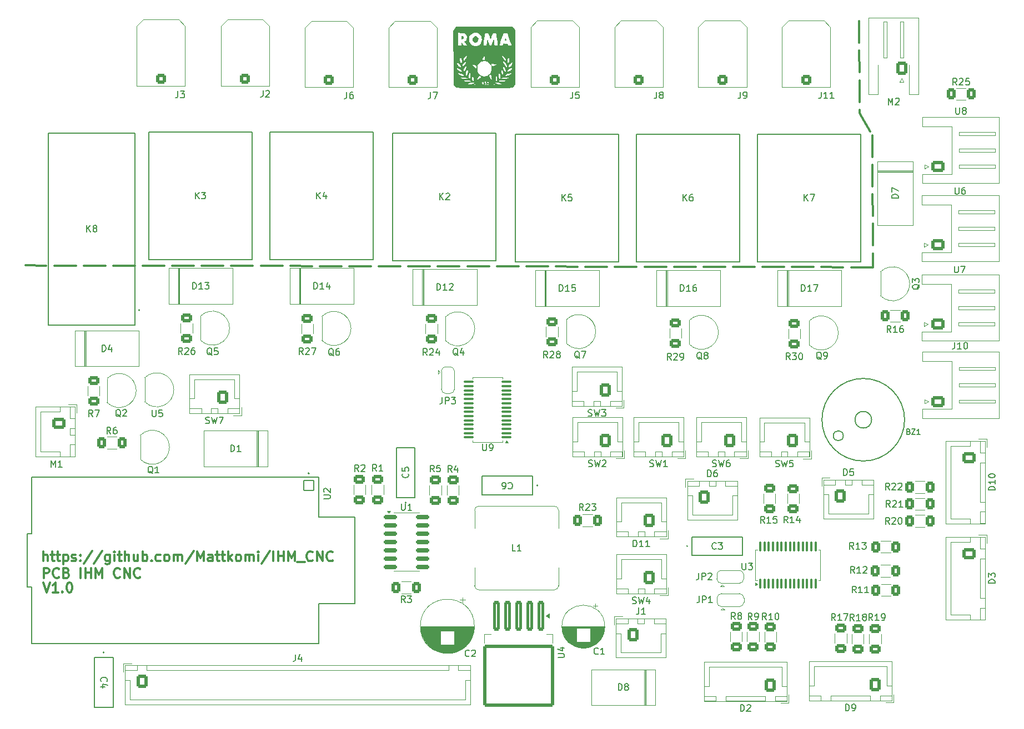
<source format=gto>
G04 #@! TF.GenerationSoftware,KiCad,Pcbnew,9.0.0*
G04 #@! TF.CreationDate,2025-04-08T11:49:15-04:00*
G04 #@! TF.ProjectId,PCB_control,5043425f-636f-46e7-9472-6f6c2e6b6963,rev?*
G04 #@! TF.SameCoordinates,Original*
G04 #@! TF.FileFunction,Legend,Top*
G04 #@! TF.FilePolarity,Positive*
%FSLAX46Y46*%
G04 Gerber Fmt 4.6, Leading zero omitted, Abs format (unit mm)*
G04 Created by KiCad (PCBNEW 9.0.0) date 2025-04-08 11:49:15*
%MOMM*%
%LPD*%
G01*
G04 APERTURE LIST*
G04 Aperture macros list*
%AMRoundRect*
0 Rectangle with rounded corners*
0 $1 Rounding radius*
0 $2 $3 $4 $5 $6 $7 $8 $9 X,Y pos of 4 corners*
0 Add a 4 corners polygon primitive as box body*
4,1,4,$2,$3,$4,$5,$6,$7,$8,$9,$2,$3,0*
0 Add four circle primitives for the rounded corners*
1,1,$1+$1,$2,$3*
1,1,$1+$1,$4,$5*
1,1,$1+$1,$6,$7*
1,1,$1+$1,$8,$9*
0 Add four rect primitives between the rounded corners*
20,1,$1+$1,$2,$3,$4,$5,0*
20,1,$1+$1,$4,$5,$6,$7,0*
20,1,$1+$1,$6,$7,$8,$9,0*
20,1,$1+$1,$8,$9,$2,$3,0*%
%AMFreePoly0*
4,1,23,0.550000,-0.750000,0.000000,-0.750000,0.000000,-0.745722,-0.065263,-0.745722,-0.191342,-0.711940,-0.304381,-0.646677,-0.396677,-0.554381,-0.461940,-0.441342,-0.495722,-0.315263,-0.495722,-0.250000,-0.500000,-0.250000,-0.500000,0.250000,-0.495722,0.250000,-0.495722,0.315263,-0.461940,0.441342,-0.396677,0.554381,-0.304381,0.646677,-0.191342,0.711940,-0.065263,0.745722,0.000000,0.745722,
0.000000,0.750000,0.550000,0.750000,0.550000,-0.750000,0.550000,-0.750000,$1*%
%AMFreePoly1*
4,1,23,0.000000,0.745722,0.065263,0.745722,0.191342,0.711940,0.304381,0.646677,0.396677,0.554381,0.461940,0.441342,0.495722,0.315263,0.495722,0.250000,0.500000,0.250000,0.500000,-0.250000,0.495722,-0.250000,0.495722,-0.315263,0.461940,-0.441342,0.396677,-0.554381,0.304381,-0.646677,0.191342,-0.711940,0.065263,-0.745722,0.000000,-0.745722,0.000000,-0.750000,-0.550000,-0.750000,
-0.550000,0.750000,0.000000,0.750000,0.000000,0.745722,0.000000,0.745722,$1*%
G04 Aperture macros list end*
%ADD10C,0.300000*%
%ADD11C,0.150000*%
%ADD12C,0.120000*%
%ADD13C,0.152400*%
%ADD14C,0.203200*%
%ADD15C,0.127000*%
%ADD16C,0.200000*%
%ADD17C,0.000000*%
%ADD18C,1.500000*%
%ADD19C,3.000000*%
%ADD20RoundRect,0.250001X-0.499999X-0.499999X0.499999X-0.499999X0.499999X0.499999X-0.499999X0.499999X0*%
%ADD21RoundRect,0.250000X0.600000X0.750000X-0.600000X0.750000X-0.600000X-0.750000X0.600000X-0.750000X0*%
%ADD22O,1.700000X2.000000*%
%ADD23RoundRect,0.250000X0.600000X0.725000X-0.600000X0.725000X-0.600000X-0.725000X0.600000X-0.725000X0*%
%ADD24O,1.700000X1.950000*%
%ADD25RoundRect,0.250000X-0.400000X-0.625000X0.400000X-0.625000X0.400000X0.625000X-0.400000X0.625000X0*%
%ADD26RoundRect,0.250000X-0.600000X-0.750000X0.600000X-0.750000X0.600000X0.750000X-0.600000X0.750000X0*%
%ADD27RoundRect,0.250000X-0.625000X0.400000X-0.625000X-0.400000X0.625000X-0.400000X0.625000X0.400000X0*%
%ADD28RoundRect,0.250000X-0.300000X2.050000X-0.300000X-2.050000X0.300000X-2.050000X0.300000X2.050000X0*%
%ADD29RoundRect,0.250002X-5.149998X4.449998X-5.149998X-4.449998X5.149998X-4.449998X5.149998X4.449998X0*%
%ADD30R,1.500000X1.050000*%
%ADD31O,1.500000X1.050000*%
%ADD32RoundRect,0.250000X0.625000X-0.400000X0.625000X0.400000X-0.625000X0.400000X-0.625000X-0.400000X0*%
%ADD33FreePoly0,270.000000*%
%ADD34R,1.500000X1.000000*%
%ADD35FreePoly1,270.000000*%
%ADD36R,1.803400X1.803400*%
%ADD37C,1.803400*%
%ADD38RoundRect,0.250000X0.725000X-0.600000X0.725000X0.600000X-0.725000X0.600000X-0.725000X-0.600000X0*%
%ADD39O,1.950000X1.700000*%
%ADD40R,1.320800X1.320800*%
%ADD41C,1.320800*%
%ADD42R,2.600000X2.600000*%
%ADD43O,2.600000X2.600000*%
%ADD44R,1.600000X1.600000*%
%ADD45C,1.600000*%
%ADD46C,2.363000*%
%ADD47RoundRect,0.250000X-0.600000X-0.725000X0.600000X-0.725000X0.600000X0.725000X-0.600000X0.725000X0*%
%ADD48RoundRect,0.250000X-0.725000X0.600000X-0.725000X-0.600000X0.725000X-0.600000X0.725000X0.600000X0*%
%ADD49RoundRect,0.100000X0.637500X0.100000X-0.637500X0.100000X-0.637500X-0.100000X0.637500X-0.100000X0*%
%ADD50FreePoly0,0.000000*%
%ADD51R,1.000000X1.500000*%
%ADD52FreePoly1,0.000000*%
%ADD53RoundRect,0.150000X-0.825000X-0.150000X0.825000X-0.150000X0.825000X0.150000X-0.825000X0.150000X0*%
%ADD54RoundRect,0.102000X-0.762000X0.762000X-0.762000X-0.762000X0.762000X-0.762000X0.762000X0.762000X0*%
%ADD55C,1.728000*%
%ADD56RoundRect,0.100000X0.100000X-0.637500X0.100000X0.637500X-0.100000X0.637500X-0.100000X-0.637500X0*%
%ADD57R,2.900000X5.400000*%
%ADD58RoundRect,0.250000X0.400000X0.625000X-0.400000X0.625000X-0.400000X-0.625000X0.400000X-0.625000X0*%
%ADD59RoundRect,0.250000X-0.750000X0.600000X-0.750000X-0.600000X0.750000X-0.600000X0.750000X0.600000X0*%
%ADD60O,2.000000X1.700000*%
G04 APERTURE END LIST*
D10*
X147600000Y-21360000D02*
X147602359Y-24659999D01*
X147603217Y-25859999D02*
X147605575Y-29159998D01*
X147606433Y-30359998D02*
X147608792Y-33659997D01*
X147609650Y-34859997D02*
X147610000Y-35350000D01*
X147610000Y-35350000D02*
X149288247Y-38191388D01*
X149640000Y-58900000D02*
X146340007Y-58893103D01*
X145140010Y-58890595D02*
X141840017Y-58883698D01*
X140640020Y-58881191D02*
X137340027Y-58874294D01*
X136140029Y-58871786D02*
X132840037Y-58864889D01*
X131640039Y-58862381D02*
X128340047Y-58855484D01*
X127140049Y-58852976D02*
X123840056Y-58846080D01*
X122640059Y-58843572D02*
X119340066Y-58836675D01*
X118140069Y-58834167D02*
X114840076Y-58827270D01*
X113640079Y-58824762D02*
X110340086Y-58817865D01*
X109140088Y-58815357D02*
X105840096Y-58808461D01*
X104640098Y-58805953D02*
X101340105Y-58799056D01*
X100140108Y-58796548D02*
X96840115Y-58789651D01*
X95640118Y-58787143D02*
X92340125Y-58780246D01*
X91140128Y-58777738D02*
X87840135Y-58770842D01*
X86640138Y-58768334D02*
X83340145Y-58761437D01*
X82140147Y-58758929D02*
X78840155Y-58752032D01*
X77640157Y-58749524D02*
X74340164Y-58742627D01*
X73140167Y-58740120D02*
X69840174Y-58733223D01*
X68640177Y-58730715D02*
X65340184Y-58723818D01*
X64140187Y-58721310D02*
X60840194Y-58714413D01*
X59640197Y-58711905D02*
X56340204Y-58705009D01*
X55140206Y-58702501D02*
X51840214Y-58695604D01*
X50640216Y-58693096D02*
X47340223Y-58686199D01*
X46140226Y-58683691D02*
X42840233Y-58676794D01*
X41640236Y-58674286D02*
X38340243Y-58667390D01*
X37140246Y-58664882D02*
X33840253Y-58657985D01*
X32640256Y-58655477D02*
X29340263Y-58648580D01*
X28140265Y-58646072D02*
X24840273Y-58639175D01*
X23640275Y-58636667D02*
X20450000Y-58630001D01*
X149630000Y-38770000D02*
X149631639Y-42070000D01*
X149632235Y-43269999D02*
X149633875Y-46569999D01*
X149634471Y-47769999D02*
X149636110Y-51069998D01*
X149636706Y-52269998D02*
X149638346Y-55569998D01*
X149638942Y-56769998D02*
X149639999Y-58900000D01*
X23184510Y-103750828D02*
X23184510Y-102250828D01*
X23827368Y-103750828D02*
X23827368Y-102965114D01*
X23827368Y-102965114D02*
X23755939Y-102822257D01*
X23755939Y-102822257D02*
X23613082Y-102750828D01*
X23613082Y-102750828D02*
X23398796Y-102750828D01*
X23398796Y-102750828D02*
X23255939Y-102822257D01*
X23255939Y-102822257D02*
X23184510Y-102893685D01*
X24327368Y-102750828D02*
X24898796Y-102750828D01*
X24541653Y-102250828D02*
X24541653Y-103536542D01*
X24541653Y-103536542D02*
X24613082Y-103679400D01*
X24613082Y-103679400D02*
X24755939Y-103750828D01*
X24755939Y-103750828D02*
X24898796Y-103750828D01*
X25184511Y-102750828D02*
X25755939Y-102750828D01*
X25398796Y-102250828D02*
X25398796Y-103536542D01*
X25398796Y-103536542D02*
X25470225Y-103679400D01*
X25470225Y-103679400D02*
X25613082Y-103750828D01*
X25613082Y-103750828D02*
X25755939Y-103750828D01*
X26255939Y-102750828D02*
X26255939Y-104250828D01*
X26255939Y-102822257D02*
X26398797Y-102750828D01*
X26398797Y-102750828D02*
X26684511Y-102750828D01*
X26684511Y-102750828D02*
X26827368Y-102822257D01*
X26827368Y-102822257D02*
X26898797Y-102893685D01*
X26898797Y-102893685D02*
X26970225Y-103036542D01*
X26970225Y-103036542D02*
X26970225Y-103465114D01*
X26970225Y-103465114D02*
X26898797Y-103607971D01*
X26898797Y-103607971D02*
X26827368Y-103679400D01*
X26827368Y-103679400D02*
X26684511Y-103750828D01*
X26684511Y-103750828D02*
X26398797Y-103750828D01*
X26398797Y-103750828D02*
X26255939Y-103679400D01*
X27541654Y-103679400D02*
X27684511Y-103750828D01*
X27684511Y-103750828D02*
X27970225Y-103750828D01*
X27970225Y-103750828D02*
X28113082Y-103679400D01*
X28113082Y-103679400D02*
X28184511Y-103536542D01*
X28184511Y-103536542D02*
X28184511Y-103465114D01*
X28184511Y-103465114D02*
X28113082Y-103322257D01*
X28113082Y-103322257D02*
X27970225Y-103250828D01*
X27970225Y-103250828D02*
X27755940Y-103250828D01*
X27755940Y-103250828D02*
X27613082Y-103179400D01*
X27613082Y-103179400D02*
X27541654Y-103036542D01*
X27541654Y-103036542D02*
X27541654Y-102965114D01*
X27541654Y-102965114D02*
X27613082Y-102822257D01*
X27613082Y-102822257D02*
X27755940Y-102750828D01*
X27755940Y-102750828D02*
X27970225Y-102750828D01*
X27970225Y-102750828D02*
X28113082Y-102822257D01*
X28827368Y-103607971D02*
X28898797Y-103679400D01*
X28898797Y-103679400D02*
X28827368Y-103750828D01*
X28827368Y-103750828D02*
X28755940Y-103679400D01*
X28755940Y-103679400D02*
X28827368Y-103607971D01*
X28827368Y-103607971D02*
X28827368Y-103750828D01*
X28827368Y-102822257D02*
X28898797Y-102893685D01*
X28898797Y-102893685D02*
X28827368Y-102965114D01*
X28827368Y-102965114D02*
X28755940Y-102893685D01*
X28755940Y-102893685D02*
X28827368Y-102822257D01*
X28827368Y-102822257D02*
X28827368Y-102965114D01*
X30613083Y-102179400D02*
X29327369Y-104107971D01*
X32184512Y-102179400D02*
X30898798Y-104107971D01*
X33327370Y-102750828D02*
X33327370Y-103965114D01*
X33327370Y-103965114D02*
X33255941Y-104107971D01*
X33255941Y-104107971D02*
X33184512Y-104179400D01*
X33184512Y-104179400D02*
X33041655Y-104250828D01*
X33041655Y-104250828D02*
X32827370Y-104250828D01*
X32827370Y-104250828D02*
X32684512Y-104179400D01*
X33327370Y-103679400D02*
X33184512Y-103750828D01*
X33184512Y-103750828D02*
X32898798Y-103750828D01*
X32898798Y-103750828D02*
X32755941Y-103679400D01*
X32755941Y-103679400D02*
X32684512Y-103607971D01*
X32684512Y-103607971D02*
X32613084Y-103465114D01*
X32613084Y-103465114D02*
X32613084Y-103036542D01*
X32613084Y-103036542D02*
X32684512Y-102893685D01*
X32684512Y-102893685D02*
X32755941Y-102822257D01*
X32755941Y-102822257D02*
X32898798Y-102750828D01*
X32898798Y-102750828D02*
X33184512Y-102750828D01*
X33184512Y-102750828D02*
X33327370Y-102822257D01*
X34041655Y-103750828D02*
X34041655Y-102750828D01*
X34041655Y-102250828D02*
X33970227Y-102322257D01*
X33970227Y-102322257D02*
X34041655Y-102393685D01*
X34041655Y-102393685D02*
X34113084Y-102322257D01*
X34113084Y-102322257D02*
X34041655Y-102250828D01*
X34041655Y-102250828D02*
X34041655Y-102393685D01*
X34541656Y-102750828D02*
X35113084Y-102750828D01*
X34755941Y-102250828D02*
X34755941Y-103536542D01*
X34755941Y-103536542D02*
X34827370Y-103679400D01*
X34827370Y-103679400D02*
X34970227Y-103750828D01*
X34970227Y-103750828D02*
X35113084Y-103750828D01*
X35613084Y-103750828D02*
X35613084Y-102250828D01*
X36255942Y-103750828D02*
X36255942Y-102965114D01*
X36255942Y-102965114D02*
X36184513Y-102822257D01*
X36184513Y-102822257D02*
X36041656Y-102750828D01*
X36041656Y-102750828D02*
X35827370Y-102750828D01*
X35827370Y-102750828D02*
X35684513Y-102822257D01*
X35684513Y-102822257D02*
X35613084Y-102893685D01*
X37613085Y-102750828D02*
X37613085Y-103750828D01*
X36970227Y-102750828D02*
X36970227Y-103536542D01*
X36970227Y-103536542D02*
X37041656Y-103679400D01*
X37041656Y-103679400D02*
X37184513Y-103750828D01*
X37184513Y-103750828D02*
X37398799Y-103750828D01*
X37398799Y-103750828D02*
X37541656Y-103679400D01*
X37541656Y-103679400D02*
X37613085Y-103607971D01*
X38327370Y-103750828D02*
X38327370Y-102250828D01*
X38327370Y-102822257D02*
X38470228Y-102750828D01*
X38470228Y-102750828D02*
X38755942Y-102750828D01*
X38755942Y-102750828D02*
X38898799Y-102822257D01*
X38898799Y-102822257D02*
X38970228Y-102893685D01*
X38970228Y-102893685D02*
X39041656Y-103036542D01*
X39041656Y-103036542D02*
X39041656Y-103465114D01*
X39041656Y-103465114D02*
X38970228Y-103607971D01*
X38970228Y-103607971D02*
X38898799Y-103679400D01*
X38898799Y-103679400D02*
X38755942Y-103750828D01*
X38755942Y-103750828D02*
X38470228Y-103750828D01*
X38470228Y-103750828D02*
X38327370Y-103679400D01*
X39684513Y-103607971D02*
X39755942Y-103679400D01*
X39755942Y-103679400D02*
X39684513Y-103750828D01*
X39684513Y-103750828D02*
X39613085Y-103679400D01*
X39613085Y-103679400D02*
X39684513Y-103607971D01*
X39684513Y-103607971D02*
X39684513Y-103750828D01*
X41041657Y-103679400D02*
X40898799Y-103750828D01*
X40898799Y-103750828D02*
X40613085Y-103750828D01*
X40613085Y-103750828D02*
X40470228Y-103679400D01*
X40470228Y-103679400D02*
X40398799Y-103607971D01*
X40398799Y-103607971D02*
X40327371Y-103465114D01*
X40327371Y-103465114D02*
X40327371Y-103036542D01*
X40327371Y-103036542D02*
X40398799Y-102893685D01*
X40398799Y-102893685D02*
X40470228Y-102822257D01*
X40470228Y-102822257D02*
X40613085Y-102750828D01*
X40613085Y-102750828D02*
X40898799Y-102750828D01*
X40898799Y-102750828D02*
X41041657Y-102822257D01*
X41898799Y-103750828D02*
X41755942Y-103679400D01*
X41755942Y-103679400D02*
X41684513Y-103607971D01*
X41684513Y-103607971D02*
X41613085Y-103465114D01*
X41613085Y-103465114D02*
X41613085Y-103036542D01*
X41613085Y-103036542D02*
X41684513Y-102893685D01*
X41684513Y-102893685D02*
X41755942Y-102822257D01*
X41755942Y-102822257D02*
X41898799Y-102750828D01*
X41898799Y-102750828D02*
X42113085Y-102750828D01*
X42113085Y-102750828D02*
X42255942Y-102822257D01*
X42255942Y-102822257D02*
X42327371Y-102893685D01*
X42327371Y-102893685D02*
X42398799Y-103036542D01*
X42398799Y-103036542D02*
X42398799Y-103465114D01*
X42398799Y-103465114D02*
X42327371Y-103607971D01*
X42327371Y-103607971D02*
X42255942Y-103679400D01*
X42255942Y-103679400D02*
X42113085Y-103750828D01*
X42113085Y-103750828D02*
X41898799Y-103750828D01*
X43041656Y-103750828D02*
X43041656Y-102750828D01*
X43041656Y-102893685D02*
X43113085Y-102822257D01*
X43113085Y-102822257D02*
X43255942Y-102750828D01*
X43255942Y-102750828D02*
X43470228Y-102750828D01*
X43470228Y-102750828D02*
X43613085Y-102822257D01*
X43613085Y-102822257D02*
X43684514Y-102965114D01*
X43684514Y-102965114D02*
X43684514Y-103750828D01*
X43684514Y-102965114D02*
X43755942Y-102822257D01*
X43755942Y-102822257D02*
X43898799Y-102750828D01*
X43898799Y-102750828D02*
X44113085Y-102750828D01*
X44113085Y-102750828D02*
X44255942Y-102822257D01*
X44255942Y-102822257D02*
X44327371Y-102965114D01*
X44327371Y-102965114D02*
X44327371Y-103750828D01*
X46113085Y-102179400D02*
X44827371Y-104107971D01*
X46613085Y-103750828D02*
X46613085Y-102250828D01*
X46613085Y-102250828D02*
X47113085Y-103322257D01*
X47113085Y-103322257D02*
X47613085Y-102250828D01*
X47613085Y-102250828D02*
X47613085Y-103750828D01*
X48970229Y-103750828D02*
X48970229Y-102965114D01*
X48970229Y-102965114D02*
X48898800Y-102822257D01*
X48898800Y-102822257D02*
X48755943Y-102750828D01*
X48755943Y-102750828D02*
X48470229Y-102750828D01*
X48470229Y-102750828D02*
X48327371Y-102822257D01*
X48970229Y-103679400D02*
X48827371Y-103750828D01*
X48827371Y-103750828D02*
X48470229Y-103750828D01*
X48470229Y-103750828D02*
X48327371Y-103679400D01*
X48327371Y-103679400D02*
X48255943Y-103536542D01*
X48255943Y-103536542D02*
X48255943Y-103393685D01*
X48255943Y-103393685D02*
X48327371Y-103250828D01*
X48327371Y-103250828D02*
X48470229Y-103179400D01*
X48470229Y-103179400D02*
X48827371Y-103179400D01*
X48827371Y-103179400D02*
X48970229Y-103107971D01*
X49470229Y-102750828D02*
X50041657Y-102750828D01*
X49684514Y-102250828D02*
X49684514Y-103536542D01*
X49684514Y-103536542D02*
X49755943Y-103679400D01*
X49755943Y-103679400D02*
X49898800Y-103750828D01*
X49898800Y-103750828D02*
X50041657Y-103750828D01*
X50327372Y-102750828D02*
X50898800Y-102750828D01*
X50541657Y-102250828D02*
X50541657Y-103536542D01*
X50541657Y-103536542D02*
X50613086Y-103679400D01*
X50613086Y-103679400D02*
X50755943Y-103750828D01*
X50755943Y-103750828D02*
X50898800Y-103750828D01*
X51398800Y-103750828D02*
X51398800Y-102250828D01*
X51541658Y-103179400D02*
X51970229Y-103750828D01*
X51970229Y-102750828D02*
X51398800Y-103322257D01*
X52827372Y-103750828D02*
X52684515Y-103679400D01*
X52684515Y-103679400D02*
X52613086Y-103607971D01*
X52613086Y-103607971D02*
X52541658Y-103465114D01*
X52541658Y-103465114D02*
X52541658Y-103036542D01*
X52541658Y-103036542D02*
X52613086Y-102893685D01*
X52613086Y-102893685D02*
X52684515Y-102822257D01*
X52684515Y-102822257D02*
X52827372Y-102750828D01*
X52827372Y-102750828D02*
X53041658Y-102750828D01*
X53041658Y-102750828D02*
X53184515Y-102822257D01*
X53184515Y-102822257D02*
X53255944Y-102893685D01*
X53255944Y-102893685D02*
X53327372Y-103036542D01*
X53327372Y-103036542D02*
X53327372Y-103465114D01*
X53327372Y-103465114D02*
X53255944Y-103607971D01*
X53255944Y-103607971D02*
X53184515Y-103679400D01*
X53184515Y-103679400D02*
X53041658Y-103750828D01*
X53041658Y-103750828D02*
X52827372Y-103750828D01*
X53970229Y-103750828D02*
X53970229Y-102750828D01*
X53970229Y-102893685D02*
X54041658Y-102822257D01*
X54041658Y-102822257D02*
X54184515Y-102750828D01*
X54184515Y-102750828D02*
X54398801Y-102750828D01*
X54398801Y-102750828D02*
X54541658Y-102822257D01*
X54541658Y-102822257D02*
X54613087Y-102965114D01*
X54613087Y-102965114D02*
X54613087Y-103750828D01*
X54613087Y-102965114D02*
X54684515Y-102822257D01*
X54684515Y-102822257D02*
X54827372Y-102750828D01*
X54827372Y-102750828D02*
X55041658Y-102750828D01*
X55041658Y-102750828D02*
X55184515Y-102822257D01*
X55184515Y-102822257D02*
X55255944Y-102965114D01*
X55255944Y-102965114D02*
X55255944Y-103750828D01*
X55970229Y-103750828D02*
X55970229Y-102750828D01*
X55970229Y-102250828D02*
X55898801Y-102322257D01*
X55898801Y-102322257D02*
X55970229Y-102393685D01*
X55970229Y-102393685D02*
X56041658Y-102322257D01*
X56041658Y-102322257D02*
X55970229Y-102250828D01*
X55970229Y-102250828D02*
X55970229Y-102393685D01*
X57755944Y-102179400D02*
X56470230Y-104107971D01*
X58255944Y-103750828D02*
X58255944Y-102250828D01*
X58970230Y-103750828D02*
X58970230Y-102250828D01*
X58970230Y-102965114D02*
X59827373Y-102965114D01*
X59827373Y-103750828D02*
X59827373Y-102250828D01*
X60541659Y-103750828D02*
X60541659Y-102250828D01*
X60541659Y-102250828D02*
X61041659Y-103322257D01*
X61041659Y-103322257D02*
X61541659Y-102250828D01*
X61541659Y-102250828D02*
X61541659Y-103750828D01*
X61898803Y-103893685D02*
X63041660Y-103893685D01*
X64255945Y-103607971D02*
X64184517Y-103679400D01*
X64184517Y-103679400D02*
X63970231Y-103750828D01*
X63970231Y-103750828D02*
X63827374Y-103750828D01*
X63827374Y-103750828D02*
X63613088Y-103679400D01*
X63613088Y-103679400D02*
X63470231Y-103536542D01*
X63470231Y-103536542D02*
X63398802Y-103393685D01*
X63398802Y-103393685D02*
X63327374Y-103107971D01*
X63327374Y-103107971D02*
X63327374Y-102893685D01*
X63327374Y-102893685D02*
X63398802Y-102607971D01*
X63398802Y-102607971D02*
X63470231Y-102465114D01*
X63470231Y-102465114D02*
X63613088Y-102322257D01*
X63613088Y-102322257D02*
X63827374Y-102250828D01*
X63827374Y-102250828D02*
X63970231Y-102250828D01*
X63970231Y-102250828D02*
X64184517Y-102322257D01*
X64184517Y-102322257D02*
X64255945Y-102393685D01*
X64898802Y-103750828D02*
X64898802Y-102250828D01*
X64898802Y-102250828D02*
X65755945Y-103750828D01*
X65755945Y-103750828D02*
X65755945Y-102250828D01*
X67327374Y-103607971D02*
X67255946Y-103679400D01*
X67255946Y-103679400D02*
X67041660Y-103750828D01*
X67041660Y-103750828D02*
X66898803Y-103750828D01*
X66898803Y-103750828D02*
X66684517Y-103679400D01*
X66684517Y-103679400D02*
X66541660Y-103536542D01*
X66541660Y-103536542D02*
X66470231Y-103393685D01*
X66470231Y-103393685D02*
X66398803Y-103107971D01*
X66398803Y-103107971D02*
X66398803Y-102893685D01*
X66398803Y-102893685D02*
X66470231Y-102607971D01*
X66470231Y-102607971D02*
X66541660Y-102465114D01*
X66541660Y-102465114D02*
X66684517Y-102322257D01*
X66684517Y-102322257D02*
X66898803Y-102250828D01*
X66898803Y-102250828D02*
X67041660Y-102250828D01*
X67041660Y-102250828D02*
X67255946Y-102322257D01*
X67255946Y-102322257D02*
X67327374Y-102393685D01*
X23170225Y-107000828D02*
X23670225Y-108500828D01*
X23670225Y-108500828D02*
X24170225Y-107000828D01*
X25455939Y-108500828D02*
X24598796Y-108500828D01*
X25027367Y-108500828D02*
X25027367Y-107000828D01*
X25027367Y-107000828D02*
X24884510Y-107215114D01*
X24884510Y-107215114D02*
X24741653Y-107357971D01*
X24741653Y-107357971D02*
X24598796Y-107429400D01*
X26098795Y-108357971D02*
X26170224Y-108429400D01*
X26170224Y-108429400D02*
X26098795Y-108500828D01*
X26098795Y-108500828D02*
X26027367Y-108429400D01*
X26027367Y-108429400D02*
X26098795Y-108357971D01*
X26098795Y-108357971D02*
X26098795Y-108500828D01*
X27098796Y-107000828D02*
X27241653Y-107000828D01*
X27241653Y-107000828D02*
X27384510Y-107072257D01*
X27384510Y-107072257D02*
X27455939Y-107143685D01*
X27455939Y-107143685D02*
X27527367Y-107286542D01*
X27527367Y-107286542D02*
X27598796Y-107572257D01*
X27598796Y-107572257D02*
X27598796Y-107929400D01*
X27598796Y-107929400D02*
X27527367Y-108215114D01*
X27527367Y-108215114D02*
X27455939Y-108357971D01*
X27455939Y-108357971D02*
X27384510Y-108429400D01*
X27384510Y-108429400D02*
X27241653Y-108500828D01*
X27241653Y-108500828D02*
X27098796Y-108500828D01*
X27098796Y-108500828D02*
X26955939Y-108429400D01*
X26955939Y-108429400D02*
X26884510Y-108357971D01*
X26884510Y-108357971D02*
X26813081Y-108215114D01*
X26813081Y-108215114D02*
X26741653Y-107929400D01*
X26741653Y-107929400D02*
X26741653Y-107572257D01*
X26741653Y-107572257D02*
X26813081Y-107286542D01*
X26813081Y-107286542D02*
X26884510Y-107143685D01*
X26884510Y-107143685D02*
X26955939Y-107072257D01*
X26955939Y-107072257D02*
X27098796Y-107000828D01*
X23234510Y-106300828D02*
X23234510Y-104800828D01*
X23234510Y-104800828D02*
X23805939Y-104800828D01*
X23805939Y-104800828D02*
X23948796Y-104872257D01*
X23948796Y-104872257D02*
X24020225Y-104943685D01*
X24020225Y-104943685D02*
X24091653Y-105086542D01*
X24091653Y-105086542D02*
X24091653Y-105300828D01*
X24091653Y-105300828D02*
X24020225Y-105443685D01*
X24020225Y-105443685D02*
X23948796Y-105515114D01*
X23948796Y-105515114D02*
X23805939Y-105586542D01*
X23805939Y-105586542D02*
X23234510Y-105586542D01*
X25591653Y-106157971D02*
X25520225Y-106229400D01*
X25520225Y-106229400D02*
X25305939Y-106300828D01*
X25305939Y-106300828D02*
X25163082Y-106300828D01*
X25163082Y-106300828D02*
X24948796Y-106229400D01*
X24948796Y-106229400D02*
X24805939Y-106086542D01*
X24805939Y-106086542D02*
X24734510Y-105943685D01*
X24734510Y-105943685D02*
X24663082Y-105657971D01*
X24663082Y-105657971D02*
X24663082Y-105443685D01*
X24663082Y-105443685D02*
X24734510Y-105157971D01*
X24734510Y-105157971D02*
X24805939Y-105015114D01*
X24805939Y-105015114D02*
X24948796Y-104872257D01*
X24948796Y-104872257D02*
X25163082Y-104800828D01*
X25163082Y-104800828D02*
X25305939Y-104800828D01*
X25305939Y-104800828D02*
X25520225Y-104872257D01*
X25520225Y-104872257D02*
X25591653Y-104943685D01*
X26734510Y-105515114D02*
X26948796Y-105586542D01*
X26948796Y-105586542D02*
X27020225Y-105657971D01*
X27020225Y-105657971D02*
X27091653Y-105800828D01*
X27091653Y-105800828D02*
X27091653Y-106015114D01*
X27091653Y-106015114D02*
X27020225Y-106157971D01*
X27020225Y-106157971D02*
X26948796Y-106229400D01*
X26948796Y-106229400D02*
X26805939Y-106300828D01*
X26805939Y-106300828D02*
X26234510Y-106300828D01*
X26234510Y-106300828D02*
X26234510Y-104800828D01*
X26234510Y-104800828D02*
X26734510Y-104800828D01*
X26734510Y-104800828D02*
X26877368Y-104872257D01*
X26877368Y-104872257D02*
X26948796Y-104943685D01*
X26948796Y-104943685D02*
X27020225Y-105086542D01*
X27020225Y-105086542D02*
X27020225Y-105229400D01*
X27020225Y-105229400D02*
X26948796Y-105372257D01*
X26948796Y-105372257D02*
X26877368Y-105443685D01*
X26877368Y-105443685D02*
X26734510Y-105515114D01*
X26734510Y-105515114D02*
X26234510Y-105515114D01*
X28877367Y-106300828D02*
X28877367Y-104800828D01*
X29591653Y-106300828D02*
X29591653Y-104800828D01*
X29591653Y-105515114D02*
X30448796Y-105515114D01*
X30448796Y-106300828D02*
X30448796Y-104800828D01*
X31163082Y-106300828D02*
X31163082Y-104800828D01*
X31163082Y-104800828D02*
X31663082Y-105872257D01*
X31663082Y-105872257D02*
X32163082Y-104800828D01*
X32163082Y-104800828D02*
X32163082Y-106300828D01*
X34877368Y-106157971D02*
X34805940Y-106229400D01*
X34805940Y-106229400D02*
X34591654Y-106300828D01*
X34591654Y-106300828D02*
X34448797Y-106300828D01*
X34448797Y-106300828D02*
X34234511Y-106229400D01*
X34234511Y-106229400D02*
X34091654Y-106086542D01*
X34091654Y-106086542D02*
X34020225Y-105943685D01*
X34020225Y-105943685D02*
X33948797Y-105657971D01*
X33948797Y-105657971D02*
X33948797Y-105443685D01*
X33948797Y-105443685D02*
X34020225Y-105157971D01*
X34020225Y-105157971D02*
X34091654Y-105015114D01*
X34091654Y-105015114D02*
X34234511Y-104872257D01*
X34234511Y-104872257D02*
X34448797Y-104800828D01*
X34448797Y-104800828D02*
X34591654Y-104800828D01*
X34591654Y-104800828D02*
X34805940Y-104872257D01*
X34805940Y-104872257D02*
X34877368Y-104943685D01*
X35520225Y-106300828D02*
X35520225Y-104800828D01*
X35520225Y-104800828D02*
X36377368Y-106300828D01*
X36377368Y-106300828D02*
X36377368Y-104800828D01*
X37948797Y-106157971D02*
X37877369Y-106229400D01*
X37877369Y-106229400D02*
X37663083Y-106300828D01*
X37663083Y-106300828D02*
X37520226Y-106300828D01*
X37520226Y-106300828D02*
X37305940Y-106229400D01*
X37305940Y-106229400D02*
X37163083Y-106086542D01*
X37163083Y-106086542D02*
X37091654Y-105943685D01*
X37091654Y-105943685D02*
X37020226Y-105657971D01*
X37020226Y-105657971D02*
X37020226Y-105443685D01*
X37020226Y-105443685D02*
X37091654Y-105157971D01*
X37091654Y-105157971D02*
X37163083Y-105015114D01*
X37163083Y-105015114D02*
X37305940Y-104872257D01*
X37305940Y-104872257D02*
X37520226Y-104800828D01*
X37520226Y-104800828D02*
X37663083Y-104800828D01*
X37663083Y-104800828D02*
X37877369Y-104872257D01*
X37877369Y-104872257D02*
X37948797Y-104943685D01*
D11*
X43696666Y-32024819D02*
X43696666Y-32739104D01*
X43696666Y-32739104D02*
X43649047Y-32881961D01*
X43649047Y-32881961D02*
X43553809Y-32977200D01*
X43553809Y-32977200D02*
X43410952Y-33024819D01*
X43410952Y-33024819D02*
X43315714Y-33024819D01*
X44077619Y-32024819D02*
X44696666Y-32024819D01*
X44696666Y-32024819D02*
X44363333Y-32405771D01*
X44363333Y-32405771D02*
X44506190Y-32405771D01*
X44506190Y-32405771D02*
X44601428Y-32453390D01*
X44601428Y-32453390D02*
X44649047Y-32501009D01*
X44649047Y-32501009D02*
X44696666Y-32596247D01*
X44696666Y-32596247D02*
X44696666Y-32834342D01*
X44696666Y-32834342D02*
X44649047Y-32929580D01*
X44649047Y-32929580D02*
X44601428Y-32977200D01*
X44601428Y-32977200D02*
X44506190Y-33024819D01*
X44506190Y-33024819D02*
X44220476Y-33024819D01*
X44220476Y-33024819D02*
X44125238Y-32977200D01*
X44125238Y-32977200D02*
X44077619Y-32929580D01*
X113125714Y-101544819D02*
X113125714Y-100544819D01*
X113125714Y-100544819D02*
X113363809Y-100544819D01*
X113363809Y-100544819D02*
X113506666Y-100592438D01*
X113506666Y-100592438D02*
X113601904Y-100687676D01*
X113601904Y-100687676D02*
X113649523Y-100782914D01*
X113649523Y-100782914D02*
X113697142Y-100973390D01*
X113697142Y-100973390D02*
X113697142Y-101116247D01*
X113697142Y-101116247D02*
X113649523Y-101306723D01*
X113649523Y-101306723D02*
X113601904Y-101401961D01*
X113601904Y-101401961D02*
X113506666Y-101497200D01*
X113506666Y-101497200D02*
X113363809Y-101544819D01*
X113363809Y-101544819D02*
X113125714Y-101544819D01*
X114649523Y-101544819D02*
X114078095Y-101544819D01*
X114363809Y-101544819D02*
X114363809Y-100544819D01*
X114363809Y-100544819D02*
X114268571Y-100687676D01*
X114268571Y-100687676D02*
X114173333Y-100782914D01*
X114173333Y-100782914D02*
X114078095Y-100830533D01*
X115601904Y-101544819D02*
X115030476Y-101544819D01*
X115316190Y-101544819D02*
X115316190Y-100544819D01*
X115316190Y-100544819D02*
X115220952Y-100687676D01*
X115220952Y-100687676D02*
X115125714Y-100782914D01*
X115125714Y-100782914D02*
X115030476Y-100830533D01*
X129501905Y-126644819D02*
X129501905Y-125644819D01*
X129501905Y-125644819D02*
X129740000Y-125644819D01*
X129740000Y-125644819D02*
X129882857Y-125692438D01*
X129882857Y-125692438D02*
X129978095Y-125787676D01*
X129978095Y-125787676D02*
X130025714Y-125882914D01*
X130025714Y-125882914D02*
X130073333Y-126073390D01*
X130073333Y-126073390D02*
X130073333Y-126216247D01*
X130073333Y-126216247D02*
X130025714Y-126406723D01*
X130025714Y-126406723D02*
X129978095Y-126501961D01*
X129978095Y-126501961D02*
X129882857Y-126597200D01*
X129882857Y-126597200D02*
X129740000Y-126644819D01*
X129740000Y-126644819D02*
X129501905Y-126644819D01*
X130454286Y-125740057D02*
X130501905Y-125692438D01*
X130501905Y-125692438D02*
X130597143Y-125644819D01*
X130597143Y-125644819D02*
X130835238Y-125644819D01*
X130835238Y-125644819D02*
X130930476Y-125692438D01*
X130930476Y-125692438D02*
X130978095Y-125740057D01*
X130978095Y-125740057D02*
X131025714Y-125835295D01*
X131025714Y-125835295D02*
X131025714Y-125930533D01*
X131025714Y-125930533D02*
X130978095Y-126073390D01*
X130978095Y-126073390D02*
X130406667Y-126644819D01*
X130406667Y-126644819D02*
X131025714Y-126644819D01*
X152182142Y-98104819D02*
X151848809Y-97628628D01*
X151610714Y-98104819D02*
X151610714Y-97104819D01*
X151610714Y-97104819D02*
X151991666Y-97104819D01*
X151991666Y-97104819D02*
X152086904Y-97152438D01*
X152086904Y-97152438D02*
X152134523Y-97200057D01*
X152134523Y-97200057D02*
X152182142Y-97295295D01*
X152182142Y-97295295D02*
X152182142Y-97438152D01*
X152182142Y-97438152D02*
X152134523Y-97533390D01*
X152134523Y-97533390D02*
X152086904Y-97581009D01*
X152086904Y-97581009D02*
X151991666Y-97628628D01*
X151991666Y-97628628D02*
X151610714Y-97628628D01*
X152563095Y-97200057D02*
X152610714Y-97152438D01*
X152610714Y-97152438D02*
X152705952Y-97104819D01*
X152705952Y-97104819D02*
X152944047Y-97104819D01*
X152944047Y-97104819D02*
X153039285Y-97152438D01*
X153039285Y-97152438D02*
X153086904Y-97200057D01*
X153086904Y-97200057D02*
X153134523Y-97295295D01*
X153134523Y-97295295D02*
X153134523Y-97390533D01*
X153134523Y-97390533D02*
X153086904Y-97533390D01*
X153086904Y-97533390D02*
X152515476Y-98104819D01*
X152515476Y-98104819D02*
X153134523Y-98104819D01*
X153753571Y-97104819D02*
X153848809Y-97104819D01*
X153848809Y-97104819D02*
X153944047Y-97152438D01*
X153944047Y-97152438D02*
X153991666Y-97200057D01*
X153991666Y-97200057D02*
X154039285Y-97295295D01*
X154039285Y-97295295D02*
X154086904Y-97485771D01*
X154086904Y-97485771D02*
X154086904Y-97723866D01*
X154086904Y-97723866D02*
X154039285Y-97914342D01*
X154039285Y-97914342D02*
X153991666Y-98009580D01*
X153991666Y-98009580D02*
X153944047Y-98057200D01*
X153944047Y-98057200D02*
X153848809Y-98104819D01*
X153848809Y-98104819D02*
X153753571Y-98104819D01*
X153753571Y-98104819D02*
X153658333Y-98057200D01*
X153658333Y-98057200D02*
X153610714Y-98009580D01*
X153610714Y-98009580D02*
X153563095Y-97914342D01*
X153563095Y-97914342D02*
X153515476Y-97723866D01*
X153515476Y-97723866D02*
X153515476Y-97485771D01*
X153515476Y-97485771D02*
X153563095Y-97295295D01*
X153563095Y-97295295D02*
X153610714Y-97200057D01*
X153610714Y-97200057D02*
X153658333Y-97152438D01*
X153658333Y-97152438D02*
X153753571Y-97104819D01*
X113981666Y-110869819D02*
X113981666Y-111584104D01*
X113981666Y-111584104D02*
X113934047Y-111726961D01*
X113934047Y-111726961D02*
X113838809Y-111822200D01*
X113838809Y-111822200D02*
X113695952Y-111869819D01*
X113695952Y-111869819D02*
X113600714Y-111869819D01*
X114981666Y-111869819D02*
X114410238Y-111869819D01*
X114695952Y-111869819D02*
X114695952Y-110869819D01*
X114695952Y-110869819D02*
X114600714Y-111012676D01*
X114600714Y-111012676D02*
X114505476Y-111107914D01*
X114505476Y-111107914D02*
X114410238Y-111155533D01*
X103905952Y-32139819D02*
X103905952Y-32854104D01*
X103905952Y-32854104D02*
X103858333Y-32996961D01*
X103858333Y-32996961D02*
X103763095Y-33092200D01*
X103763095Y-33092200D02*
X103620238Y-33139819D01*
X103620238Y-33139819D02*
X103525000Y-33139819D01*
X104858333Y-32139819D02*
X104382143Y-32139819D01*
X104382143Y-32139819D02*
X104334524Y-32616009D01*
X104334524Y-32616009D02*
X104382143Y-32568390D01*
X104382143Y-32568390D02*
X104477381Y-32520771D01*
X104477381Y-32520771D02*
X104715476Y-32520771D01*
X104715476Y-32520771D02*
X104810714Y-32568390D01*
X104810714Y-32568390D02*
X104858333Y-32616009D01*
X104858333Y-32616009D02*
X104905952Y-32711247D01*
X104905952Y-32711247D02*
X104905952Y-32949342D01*
X104905952Y-32949342D02*
X104858333Y-33044580D01*
X104858333Y-33044580D02*
X104810714Y-33092200D01*
X104810714Y-33092200D02*
X104715476Y-33139819D01*
X104715476Y-33139819D02*
X104477381Y-33139819D01*
X104477381Y-33139819D02*
X104382143Y-33092200D01*
X104382143Y-33092200D02*
X104334524Y-33044580D01*
X105522142Y-95999819D02*
X105188809Y-95523628D01*
X104950714Y-95999819D02*
X104950714Y-94999819D01*
X104950714Y-94999819D02*
X105331666Y-94999819D01*
X105331666Y-94999819D02*
X105426904Y-95047438D01*
X105426904Y-95047438D02*
X105474523Y-95095057D01*
X105474523Y-95095057D02*
X105522142Y-95190295D01*
X105522142Y-95190295D02*
X105522142Y-95333152D01*
X105522142Y-95333152D02*
X105474523Y-95428390D01*
X105474523Y-95428390D02*
X105426904Y-95476009D01*
X105426904Y-95476009D02*
X105331666Y-95523628D01*
X105331666Y-95523628D02*
X104950714Y-95523628D01*
X105903095Y-95095057D02*
X105950714Y-95047438D01*
X105950714Y-95047438D02*
X106045952Y-94999819D01*
X106045952Y-94999819D02*
X106284047Y-94999819D01*
X106284047Y-94999819D02*
X106379285Y-95047438D01*
X106379285Y-95047438D02*
X106426904Y-95095057D01*
X106426904Y-95095057D02*
X106474523Y-95190295D01*
X106474523Y-95190295D02*
X106474523Y-95285533D01*
X106474523Y-95285533D02*
X106426904Y-95428390D01*
X106426904Y-95428390D02*
X105855476Y-95999819D01*
X105855476Y-95999819D02*
X106474523Y-95999819D01*
X106807857Y-94999819D02*
X107426904Y-94999819D01*
X107426904Y-94999819D02*
X107093571Y-95380771D01*
X107093571Y-95380771D02*
X107236428Y-95380771D01*
X107236428Y-95380771D02*
X107331666Y-95428390D01*
X107331666Y-95428390D02*
X107379285Y-95476009D01*
X107379285Y-95476009D02*
X107426904Y-95571247D01*
X107426904Y-95571247D02*
X107426904Y-95809342D01*
X107426904Y-95809342D02*
X107379285Y-95904580D01*
X107379285Y-95904580D02*
X107331666Y-95952200D01*
X107331666Y-95952200D02*
X107236428Y-95999819D01*
X107236428Y-95999819D02*
X106950714Y-95999819D01*
X106950714Y-95999819D02*
X106855476Y-95952200D01*
X106855476Y-95952200D02*
X106807857Y-95904580D01*
X149622142Y-112794819D02*
X149288809Y-112318628D01*
X149050714Y-112794819D02*
X149050714Y-111794819D01*
X149050714Y-111794819D02*
X149431666Y-111794819D01*
X149431666Y-111794819D02*
X149526904Y-111842438D01*
X149526904Y-111842438D02*
X149574523Y-111890057D01*
X149574523Y-111890057D02*
X149622142Y-111985295D01*
X149622142Y-111985295D02*
X149622142Y-112128152D01*
X149622142Y-112128152D02*
X149574523Y-112223390D01*
X149574523Y-112223390D02*
X149526904Y-112271009D01*
X149526904Y-112271009D02*
X149431666Y-112318628D01*
X149431666Y-112318628D02*
X149050714Y-112318628D01*
X150574523Y-112794819D02*
X150003095Y-112794819D01*
X150288809Y-112794819D02*
X150288809Y-111794819D01*
X150288809Y-111794819D02*
X150193571Y-111937676D01*
X150193571Y-111937676D02*
X150098333Y-112032914D01*
X150098333Y-112032914D02*
X150003095Y-112080533D01*
X151050714Y-112794819D02*
X151241190Y-112794819D01*
X151241190Y-112794819D02*
X151336428Y-112747200D01*
X151336428Y-112747200D02*
X151384047Y-112699580D01*
X151384047Y-112699580D02*
X151479285Y-112556723D01*
X151479285Y-112556723D02*
X151526904Y-112366247D01*
X151526904Y-112366247D02*
X151526904Y-111985295D01*
X151526904Y-111985295D02*
X151479285Y-111890057D01*
X151479285Y-111890057D02*
X151431666Y-111842438D01*
X151431666Y-111842438D02*
X151336428Y-111794819D01*
X151336428Y-111794819D02*
X151145952Y-111794819D01*
X151145952Y-111794819D02*
X151050714Y-111842438D01*
X151050714Y-111842438D02*
X151003095Y-111890057D01*
X151003095Y-111890057D02*
X150955476Y-111985295D01*
X150955476Y-111985295D02*
X150955476Y-112223390D01*
X150955476Y-112223390D02*
X151003095Y-112318628D01*
X151003095Y-112318628D02*
X151050714Y-112366247D01*
X151050714Y-112366247D02*
X151145952Y-112413866D01*
X151145952Y-112413866D02*
X151336428Y-112413866D01*
X151336428Y-112413866D02*
X151431666Y-112366247D01*
X151431666Y-112366247D02*
X151479285Y-112318628D01*
X151479285Y-112318628D02*
X151526904Y-112223390D01*
X33458333Y-84319819D02*
X33125000Y-83843628D01*
X32886905Y-84319819D02*
X32886905Y-83319819D01*
X32886905Y-83319819D02*
X33267857Y-83319819D01*
X33267857Y-83319819D02*
X33363095Y-83367438D01*
X33363095Y-83367438D02*
X33410714Y-83415057D01*
X33410714Y-83415057D02*
X33458333Y-83510295D01*
X33458333Y-83510295D02*
X33458333Y-83653152D01*
X33458333Y-83653152D02*
X33410714Y-83748390D01*
X33410714Y-83748390D02*
X33363095Y-83796009D01*
X33363095Y-83796009D02*
X33267857Y-83843628D01*
X33267857Y-83843628D02*
X32886905Y-83843628D01*
X34315476Y-83319819D02*
X34125000Y-83319819D01*
X34125000Y-83319819D02*
X34029762Y-83367438D01*
X34029762Y-83367438D02*
X33982143Y-83415057D01*
X33982143Y-83415057D02*
X33886905Y-83557914D01*
X33886905Y-83557914D02*
X33839286Y-83748390D01*
X33839286Y-83748390D02*
X33839286Y-84129342D01*
X33839286Y-84129342D02*
X33886905Y-84224580D01*
X33886905Y-84224580D02*
X33934524Y-84272200D01*
X33934524Y-84272200D02*
X34029762Y-84319819D01*
X34029762Y-84319819D02*
X34220238Y-84319819D01*
X34220238Y-84319819D02*
X34315476Y-84272200D01*
X34315476Y-84272200D02*
X34363095Y-84224580D01*
X34363095Y-84224580D02*
X34410714Y-84129342D01*
X34410714Y-84129342D02*
X34410714Y-83891247D01*
X34410714Y-83891247D02*
X34363095Y-83796009D01*
X34363095Y-83796009D02*
X34315476Y-83748390D01*
X34315476Y-83748390D02*
X34220238Y-83700771D01*
X34220238Y-83700771D02*
X34029762Y-83700771D01*
X34029762Y-83700771D02*
X33934524Y-83748390D01*
X33934524Y-83748390D02*
X33886905Y-83796009D01*
X33886905Y-83796009D02*
X33839286Y-83891247D01*
X101644819Y-118451904D02*
X102454342Y-118451904D01*
X102454342Y-118451904D02*
X102549580Y-118404285D01*
X102549580Y-118404285D02*
X102597200Y-118356666D01*
X102597200Y-118356666D02*
X102644819Y-118261428D01*
X102644819Y-118261428D02*
X102644819Y-118070952D01*
X102644819Y-118070952D02*
X102597200Y-117975714D01*
X102597200Y-117975714D02*
X102549580Y-117928095D01*
X102549580Y-117928095D02*
X102454342Y-117880476D01*
X102454342Y-117880476D02*
X101644819Y-117880476D01*
X101978152Y-116975714D02*
X102644819Y-116975714D01*
X101597200Y-117213809D02*
X102311485Y-117451904D01*
X102311485Y-117451904D02*
X102311485Y-116832857D01*
X67439661Y-72416157D02*
X67344423Y-72368538D01*
X67344423Y-72368538D02*
X67249185Y-72273300D01*
X67249185Y-72273300D02*
X67106328Y-72130442D01*
X67106328Y-72130442D02*
X67011090Y-72082823D01*
X67011090Y-72082823D02*
X66915852Y-72082823D01*
X66963471Y-72320919D02*
X66868233Y-72273300D01*
X66868233Y-72273300D02*
X66772995Y-72178061D01*
X66772995Y-72178061D02*
X66725376Y-71987585D01*
X66725376Y-71987585D02*
X66725376Y-71654252D01*
X66725376Y-71654252D02*
X66772995Y-71463776D01*
X66772995Y-71463776D02*
X66868233Y-71368538D01*
X66868233Y-71368538D02*
X66963471Y-71320919D01*
X66963471Y-71320919D02*
X67153947Y-71320919D01*
X67153947Y-71320919D02*
X67249185Y-71368538D01*
X67249185Y-71368538D02*
X67344423Y-71463776D01*
X67344423Y-71463776D02*
X67392042Y-71654252D01*
X67392042Y-71654252D02*
X67392042Y-71987585D01*
X67392042Y-71987585D02*
X67344423Y-72178061D01*
X67344423Y-72178061D02*
X67249185Y-72273300D01*
X67249185Y-72273300D02*
X67153947Y-72320919D01*
X67153947Y-72320919D02*
X66963471Y-72320919D01*
X68249185Y-71320919D02*
X68058709Y-71320919D01*
X68058709Y-71320919D02*
X67963471Y-71368538D01*
X67963471Y-71368538D02*
X67915852Y-71416157D01*
X67915852Y-71416157D02*
X67820614Y-71559014D01*
X67820614Y-71559014D02*
X67772995Y-71749490D01*
X67772995Y-71749490D02*
X67772995Y-72130442D01*
X67772995Y-72130442D02*
X67820614Y-72225680D01*
X67820614Y-72225680D02*
X67868233Y-72273300D01*
X67868233Y-72273300D02*
X67963471Y-72320919D01*
X67963471Y-72320919D02*
X68153947Y-72320919D01*
X68153947Y-72320919D02*
X68249185Y-72273300D01*
X68249185Y-72273300D02*
X68296804Y-72225680D01*
X68296804Y-72225680D02*
X68344423Y-72130442D01*
X68344423Y-72130442D02*
X68344423Y-71892347D01*
X68344423Y-71892347D02*
X68296804Y-71797109D01*
X68296804Y-71797109D02*
X68249185Y-71749490D01*
X68249185Y-71749490D02*
X68153947Y-71701871D01*
X68153947Y-71701871D02*
X67963471Y-71701871D01*
X67963471Y-71701871D02*
X67868233Y-71749490D01*
X67868233Y-71749490D02*
X67820614Y-71797109D01*
X67820614Y-71797109D02*
X67772995Y-71892347D01*
X137039892Y-72987569D02*
X136706559Y-72511378D01*
X136468464Y-72987569D02*
X136468464Y-71987569D01*
X136468464Y-71987569D02*
X136849416Y-71987569D01*
X136849416Y-71987569D02*
X136944654Y-72035188D01*
X136944654Y-72035188D02*
X136992273Y-72082807D01*
X136992273Y-72082807D02*
X137039892Y-72178045D01*
X137039892Y-72178045D02*
X137039892Y-72320902D01*
X137039892Y-72320902D02*
X136992273Y-72416140D01*
X136992273Y-72416140D02*
X136944654Y-72463759D01*
X136944654Y-72463759D02*
X136849416Y-72511378D01*
X136849416Y-72511378D02*
X136468464Y-72511378D01*
X137373226Y-71987569D02*
X137992273Y-71987569D01*
X137992273Y-71987569D02*
X137658940Y-72368521D01*
X137658940Y-72368521D02*
X137801797Y-72368521D01*
X137801797Y-72368521D02*
X137897035Y-72416140D01*
X137897035Y-72416140D02*
X137944654Y-72463759D01*
X137944654Y-72463759D02*
X137992273Y-72558997D01*
X137992273Y-72558997D02*
X137992273Y-72797092D01*
X137992273Y-72797092D02*
X137944654Y-72892330D01*
X137944654Y-72892330D02*
X137897035Y-72939950D01*
X137897035Y-72939950D02*
X137801797Y-72987569D01*
X137801797Y-72987569D02*
X137516083Y-72987569D01*
X137516083Y-72987569D02*
X137420845Y-72939950D01*
X137420845Y-72939950D02*
X137373226Y-72892330D01*
X138611321Y-71987569D02*
X138706559Y-71987569D01*
X138706559Y-71987569D02*
X138801797Y-72035188D01*
X138801797Y-72035188D02*
X138849416Y-72082807D01*
X138849416Y-72082807D02*
X138897035Y-72178045D01*
X138897035Y-72178045D02*
X138944654Y-72368521D01*
X138944654Y-72368521D02*
X138944654Y-72606616D01*
X138944654Y-72606616D02*
X138897035Y-72797092D01*
X138897035Y-72797092D02*
X138849416Y-72892330D01*
X138849416Y-72892330D02*
X138801797Y-72939950D01*
X138801797Y-72939950D02*
X138706559Y-72987569D01*
X138706559Y-72987569D02*
X138611321Y-72987569D01*
X138611321Y-72987569D02*
X138516083Y-72939950D01*
X138516083Y-72939950D02*
X138468464Y-72892330D01*
X138468464Y-72892330D02*
X138420845Y-72797092D01*
X138420845Y-72797092D02*
X138373226Y-72606616D01*
X138373226Y-72606616D02*
X138373226Y-72368521D01*
X138373226Y-72368521D02*
X138420845Y-72178045D01*
X138420845Y-72178045D02*
X138468464Y-72082807D01*
X138468464Y-72082807D02*
X138516083Y-72035188D01*
X138516083Y-72035188D02*
X138611321Y-71987569D01*
X152182142Y-92854819D02*
X151848809Y-92378628D01*
X151610714Y-92854819D02*
X151610714Y-91854819D01*
X151610714Y-91854819D02*
X151991666Y-91854819D01*
X151991666Y-91854819D02*
X152086904Y-91902438D01*
X152086904Y-91902438D02*
X152134523Y-91950057D01*
X152134523Y-91950057D02*
X152182142Y-92045295D01*
X152182142Y-92045295D02*
X152182142Y-92188152D01*
X152182142Y-92188152D02*
X152134523Y-92283390D01*
X152134523Y-92283390D02*
X152086904Y-92331009D01*
X152086904Y-92331009D02*
X151991666Y-92378628D01*
X151991666Y-92378628D02*
X151610714Y-92378628D01*
X152563095Y-91950057D02*
X152610714Y-91902438D01*
X152610714Y-91902438D02*
X152705952Y-91854819D01*
X152705952Y-91854819D02*
X152944047Y-91854819D01*
X152944047Y-91854819D02*
X153039285Y-91902438D01*
X153039285Y-91902438D02*
X153086904Y-91950057D01*
X153086904Y-91950057D02*
X153134523Y-92045295D01*
X153134523Y-92045295D02*
X153134523Y-92140533D01*
X153134523Y-92140533D02*
X153086904Y-92283390D01*
X153086904Y-92283390D02*
X152515476Y-92854819D01*
X152515476Y-92854819D02*
X153134523Y-92854819D01*
X153515476Y-91950057D02*
X153563095Y-91902438D01*
X153563095Y-91902438D02*
X153658333Y-91854819D01*
X153658333Y-91854819D02*
X153896428Y-91854819D01*
X153896428Y-91854819D02*
X153991666Y-91902438D01*
X153991666Y-91902438D02*
X154039285Y-91950057D01*
X154039285Y-91950057D02*
X154086904Y-92045295D01*
X154086904Y-92045295D02*
X154086904Y-92140533D01*
X154086904Y-92140533D02*
X154039285Y-92283390D01*
X154039285Y-92283390D02*
X153467857Y-92854819D01*
X153467857Y-92854819D02*
X154086904Y-92854819D01*
X152015476Y-34079819D02*
X152015476Y-33079819D01*
X152015476Y-33079819D02*
X152348809Y-33794104D01*
X152348809Y-33794104D02*
X152682142Y-33079819D01*
X152682142Y-33079819D02*
X152682142Y-34079819D01*
X153110714Y-33175057D02*
X153158333Y-33127438D01*
X153158333Y-33127438D02*
X153253571Y-33079819D01*
X153253571Y-33079819D02*
X153491666Y-33079819D01*
X153491666Y-33079819D02*
X153586904Y-33127438D01*
X153586904Y-33127438D02*
X153634523Y-33175057D01*
X153634523Y-33175057D02*
X153682142Y-33270295D01*
X153682142Y-33270295D02*
X153682142Y-33365533D01*
X153682142Y-33365533D02*
X153634523Y-33508390D01*
X153634523Y-33508390D02*
X153063095Y-34079819D01*
X153063095Y-34079819D02*
X153682142Y-34079819D01*
X84016666Y-78729819D02*
X84016666Y-79444104D01*
X84016666Y-79444104D02*
X83969047Y-79586961D01*
X83969047Y-79586961D02*
X83873809Y-79682200D01*
X83873809Y-79682200D02*
X83730952Y-79729819D01*
X83730952Y-79729819D02*
X83635714Y-79729819D01*
X84492857Y-79729819D02*
X84492857Y-78729819D01*
X84492857Y-78729819D02*
X84873809Y-78729819D01*
X84873809Y-78729819D02*
X84969047Y-78777438D01*
X84969047Y-78777438D02*
X85016666Y-78825057D01*
X85016666Y-78825057D02*
X85064285Y-78920295D01*
X85064285Y-78920295D02*
X85064285Y-79063152D01*
X85064285Y-79063152D02*
X85016666Y-79158390D01*
X85016666Y-79158390D02*
X84969047Y-79206009D01*
X84969047Y-79206009D02*
X84873809Y-79253628D01*
X84873809Y-79253628D02*
X84492857Y-79253628D01*
X85397619Y-78729819D02*
X86016666Y-78729819D01*
X86016666Y-78729819D02*
X85683333Y-79110771D01*
X85683333Y-79110771D02*
X85826190Y-79110771D01*
X85826190Y-79110771D02*
X85921428Y-79158390D01*
X85921428Y-79158390D02*
X85969047Y-79206009D01*
X85969047Y-79206009D02*
X86016666Y-79301247D01*
X86016666Y-79301247D02*
X86016666Y-79539342D01*
X86016666Y-79539342D02*
X85969047Y-79634580D01*
X85969047Y-79634580D02*
X85921428Y-79682200D01*
X85921428Y-79682200D02*
X85826190Y-79729819D01*
X85826190Y-79729819D02*
X85540476Y-79729819D01*
X85540476Y-79729819D02*
X85445238Y-79682200D01*
X85445238Y-79682200D02*
X85397619Y-79634580D01*
X102252405Y-48772669D02*
X102252405Y-47772669D01*
X102823833Y-48772669D02*
X102395262Y-48201240D01*
X102823833Y-47772669D02*
X102252405Y-48344097D01*
X103728595Y-47772669D02*
X103252405Y-47772669D01*
X103252405Y-47772669D02*
X103204786Y-48248859D01*
X103204786Y-48248859D02*
X103252405Y-48201240D01*
X103252405Y-48201240D02*
X103347643Y-48153621D01*
X103347643Y-48153621D02*
X103585738Y-48153621D01*
X103585738Y-48153621D02*
X103680976Y-48201240D01*
X103680976Y-48201240D02*
X103728595Y-48248859D01*
X103728595Y-48248859D02*
X103776214Y-48344097D01*
X103776214Y-48344097D02*
X103776214Y-48582192D01*
X103776214Y-48582192D02*
X103728595Y-48677430D01*
X103728595Y-48677430D02*
X103680976Y-48725050D01*
X103680976Y-48725050D02*
X103585738Y-48772669D01*
X103585738Y-48772669D02*
X103347643Y-48772669D01*
X103347643Y-48772669D02*
X103252405Y-48725050D01*
X103252405Y-48725050D02*
X103204786Y-48677430D01*
X85473333Y-90169819D02*
X85140000Y-89693628D01*
X84901905Y-90169819D02*
X84901905Y-89169819D01*
X84901905Y-89169819D02*
X85282857Y-89169819D01*
X85282857Y-89169819D02*
X85378095Y-89217438D01*
X85378095Y-89217438D02*
X85425714Y-89265057D01*
X85425714Y-89265057D02*
X85473333Y-89360295D01*
X85473333Y-89360295D02*
X85473333Y-89503152D01*
X85473333Y-89503152D02*
X85425714Y-89598390D01*
X85425714Y-89598390D02*
X85378095Y-89646009D01*
X85378095Y-89646009D02*
X85282857Y-89693628D01*
X85282857Y-89693628D02*
X84901905Y-89693628D01*
X86330476Y-89503152D02*
X86330476Y-90169819D01*
X86092381Y-89122200D02*
X85854286Y-89836485D01*
X85854286Y-89836485D02*
X86473333Y-89836485D01*
X118914892Y-73037569D02*
X118581559Y-72561378D01*
X118343464Y-73037569D02*
X118343464Y-72037569D01*
X118343464Y-72037569D02*
X118724416Y-72037569D01*
X118724416Y-72037569D02*
X118819654Y-72085188D01*
X118819654Y-72085188D02*
X118867273Y-72132807D01*
X118867273Y-72132807D02*
X118914892Y-72228045D01*
X118914892Y-72228045D02*
X118914892Y-72370902D01*
X118914892Y-72370902D02*
X118867273Y-72466140D01*
X118867273Y-72466140D02*
X118819654Y-72513759D01*
X118819654Y-72513759D02*
X118724416Y-72561378D01*
X118724416Y-72561378D02*
X118343464Y-72561378D01*
X119295845Y-72132807D02*
X119343464Y-72085188D01*
X119343464Y-72085188D02*
X119438702Y-72037569D01*
X119438702Y-72037569D02*
X119676797Y-72037569D01*
X119676797Y-72037569D02*
X119772035Y-72085188D01*
X119772035Y-72085188D02*
X119819654Y-72132807D01*
X119819654Y-72132807D02*
X119867273Y-72228045D01*
X119867273Y-72228045D02*
X119867273Y-72323283D01*
X119867273Y-72323283D02*
X119819654Y-72466140D01*
X119819654Y-72466140D02*
X119248226Y-73037569D01*
X119248226Y-73037569D02*
X119867273Y-73037569D01*
X120343464Y-73037569D02*
X120533940Y-73037569D01*
X120533940Y-73037569D02*
X120629178Y-72989950D01*
X120629178Y-72989950D02*
X120676797Y-72942330D01*
X120676797Y-72942330D02*
X120772035Y-72799473D01*
X120772035Y-72799473D02*
X120819654Y-72608997D01*
X120819654Y-72608997D02*
X120819654Y-72228045D01*
X120819654Y-72228045D02*
X120772035Y-72132807D01*
X120772035Y-72132807D02*
X120724416Y-72085188D01*
X120724416Y-72085188D02*
X120629178Y-72037569D01*
X120629178Y-72037569D02*
X120438702Y-72037569D01*
X120438702Y-72037569D02*
X120343464Y-72085188D01*
X120343464Y-72085188D02*
X120295845Y-72132807D01*
X120295845Y-72132807D02*
X120248226Y-72228045D01*
X120248226Y-72228045D02*
X120248226Y-72466140D01*
X120248226Y-72466140D02*
X120295845Y-72561378D01*
X120295845Y-72561378D02*
X120343464Y-72608997D01*
X120343464Y-72608997D02*
X120438702Y-72656616D01*
X120438702Y-72656616D02*
X120629178Y-72656616D01*
X120629178Y-72656616D02*
X120724416Y-72608997D01*
X120724416Y-72608997D02*
X120772035Y-72561378D01*
X120772035Y-72561378D02*
X120819654Y-72466140D01*
X162113095Y-58729819D02*
X162113095Y-59539342D01*
X162113095Y-59539342D02*
X162160714Y-59634580D01*
X162160714Y-59634580D02*
X162208333Y-59682200D01*
X162208333Y-59682200D02*
X162303571Y-59729819D01*
X162303571Y-59729819D02*
X162494047Y-59729819D01*
X162494047Y-59729819D02*
X162589285Y-59682200D01*
X162589285Y-59682200D02*
X162636904Y-59634580D01*
X162636904Y-59634580D02*
X162684523Y-59539342D01*
X162684523Y-59539342D02*
X162684523Y-58729819D01*
X163065476Y-58729819D02*
X163732142Y-58729819D01*
X163732142Y-58729819D02*
X163303571Y-59729819D01*
X81707142Y-72330419D02*
X81373809Y-71854228D01*
X81135714Y-72330419D02*
X81135714Y-71330419D01*
X81135714Y-71330419D02*
X81516666Y-71330419D01*
X81516666Y-71330419D02*
X81611904Y-71378038D01*
X81611904Y-71378038D02*
X81659523Y-71425657D01*
X81659523Y-71425657D02*
X81707142Y-71520895D01*
X81707142Y-71520895D02*
X81707142Y-71663752D01*
X81707142Y-71663752D02*
X81659523Y-71758990D01*
X81659523Y-71758990D02*
X81611904Y-71806609D01*
X81611904Y-71806609D02*
X81516666Y-71854228D01*
X81516666Y-71854228D02*
X81135714Y-71854228D01*
X82088095Y-71425657D02*
X82135714Y-71378038D01*
X82135714Y-71378038D02*
X82230952Y-71330419D01*
X82230952Y-71330419D02*
X82469047Y-71330419D01*
X82469047Y-71330419D02*
X82564285Y-71378038D01*
X82564285Y-71378038D02*
X82611904Y-71425657D01*
X82611904Y-71425657D02*
X82659523Y-71520895D01*
X82659523Y-71520895D02*
X82659523Y-71616133D01*
X82659523Y-71616133D02*
X82611904Y-71758990D01*
X82611904Y-71758990D02*
X82040476Y-72330419D01*
X82040476Y-72330419D02*
X82659523Y-72330419D01*
X83516666Y-71663752D02*
X83516666Y-72330419D01*
X83278571Y-71282800D02*
X83040476Y-71997085D01*
X83040476Y-71997085D02*
X83659523Y-71997085D01*
X62792042Y-72220919D02*
X62458709Y-71744728D01*
X62220614Y-72220919D02*
X62220614Y-71220919D01*
X62220614Y-71220919D02*
X62601566Y-71220919D01*
X62601566Y-71220919D02*
X62696804Y-71268538D01*
X62696804Y-71268538D02*
X62744423Y-71316157D01*
X62744423Y-71316157D02*
X62792042Y-71411395D01*
X62792042Y-71411395D02*
X62792042Y-71554252D01*
X62792042Y-71554252D02*
X62744423Y-71649490D01*
X62744423Y-71649490D02*
X62696804Y-71697109D01*
X62696804Y-71697109D02*
X62601566Y-71744728D01*
X62601566Y-71744728D02*
X62220614Y-71744728D01*
X63172995Y-71316157D02*
X63220614Y-71268538D01*
X63220614Y-71268538D02*
X63315852Y-71220919D01*
X63315852Y-71220919D02*
X63553947Y-71220919D01*
X63553947Y-71220919D02*
X63649185Y-71268538D01*
X63649185Y-71268538D02*
X63696804Y-71316157D01*
X63696804Y-71316157D02*
X63744423Y-71411395D01*
X63744423Y-71411395D02*
X63744423Y-71506633D01*
X63744423Y-71506633D02*
X63696804Y-71649490D01*
X63696804Y-71649490D02*
X63125376Y-72220919D01*
X63125376Y-72220919D02*
X63744423Y-72220919D01*
X64077757Y-71220919D02*
X64744423Y-71220919D01*
X64744423Y-71220919D02*
X64315852Y-72220919D01*
X115666667Y-89282200D02*
X115809524Y-89329819D01*
X115809524Y-89329819D02*
X116047619Y-89329819D01*
X116047619Y-89329819D02*
X116142857Y-89282200D01*
X116142857Y-89282200D02*
X116190476Y-89234580D01*
X116190476Y-89234580D02*
X116238095Y-89139342D01*
X116238095Y-89139342D02*
X116238095Y-89044104D01*
X116238095Y-89044104D02*
X116190476Y-88948866D01*
X116190476Y-88948866D02*
X116142857Y-88901247D01*
X116142857Y-88901247D02*
X116047619Y-88853628D01*
X116047619Y-88853628D02*
X115857143Y-88806009D01*
X115857143Y-88806009D02*
X115761905Y-88758390D01*
X115761905Y-88758390D02*
X115714286Y-88710771D01*
X115714286Y-88710771D02*
X115666667Y-88615533D01*
X115666667Y-88615533D02*
X115666667Y-88520295D01*
X115666667Y-88520295D02*
X115714286Y-88425057D01*
X115714286Y-88425057D02*
X115761905Y-88377438D01*
X115761905Y-88377438D02*
X115857143Y-88329819D01*
X115857143Y-88329819D02*
X116095238Y-88329819D01*
X116095238Y-88329819D02*
X116238095Y-88377438D01*
X116571429Y-88329819D02*
X116809524Y-89329819D01*
X116809524Y-89329819D02*
X117000000Y-88615533D01*
X117000000Y-88615533D02*
X117190476Y-89329819D01*
X117190476Y-89329819D02*
X117428572Y-88329819D01*
X118333333Y-89329819D02*
X117761905Y-89329819D01*
X118047619Y-89329819D02*
X118047619Y-88329819D01*
X118047619Y-88329819D02*
X117952381Y-88472676D01*
X117952381Y-88472676D02*
X117857143Y-88567914D01*
X117857143Y-88567914D02*
X117761905Y-88615533D01*
X129464166Y-32139819D02*
X129464166Y-32854104D01*
X129464166Y-32854104D02*
X129416547Y-32996961D01*
X129416547Y-32996961D02*
X129321309Y-33092200D01*
X129321309Y-33092200D02*
X129178452Y-33139819D01*
X129178452Y-33139819D02*
X129083214Y-33139819D01*
X129987976Y-33139819D02*
X130178452Y-33139819D01*
X130178452Y-33139819D02*
X130273690Y-33092200D01*
X130273690Y-33092200D02*
X130321309Y-33044580D01*
X130321309Y-33044580D02*
X130416547Y-32901723D01*
X130416547Y-32901723D02*
X130464166Y-32711247D01*
X130464166Y-32711247D02*
X130464166Y-32330295D01*
X130464166Y-32330295D02*
X130416547Y-32235057D01*
X130416547Y-32235057D02*
X130368928Y-32187438D01*
X130368928Y-32187438D02*
X130273690Y-32139819D01*
X130273690Y-32139819D02*
X130083214Y-32139819D01*
X130083214Y-32139819D02*
X129987976Y-32187438D01*
X129987976Y-32187438D02*
X129940357Y-32235057D01*
X129940357Y-32235057D02*
X129892738Y-32330295D01*
X129892738Y-32330295D02*
X129892738Y-32568390D01*
X129892738Y-32568390D02*
X129940357Y-32663628D01*
X129940357Y-32663628D02*
X129987976Y-32711247D01*
X129987976Y-32711247D02*
X130083214Y-32758866D01*
X130083214Y-32758866D02*
X130273690Y-32758866D01*
X130273690Y-32758866D02*
X130368928Y-32711247D01*
X130368928Y-32711247D02*
X130416547Y-32663628D01*
X130416547Y-32663628D02*
X130464166Y-32568390D01*
X147097142Y-108569819D02*
X146763809Y-108093628D01*
X146525714Y-108569819D02*
X146525714Y-107569819D01*
X146525714Y-107569819D02*
X146906666Y-107569819D01*
X146906666Y-107569819D02*
X147001904Y-107617438D01*
X147001904Y-107617438D02*
X147049523Y-107665057D01*
X147049523Y-107665057D02*
X147097142Y-107760295D01*
X147097142Y-107760295D02*
X147097142Y-107903152D01*
X147097142Y-107903152D02*
X147049523Y-107998390D01*
X147049523Y-107998390D02*
X147001904Y-108046009D01*
X147001904Y-108046009D02*
X146906666Y-108093628D01*
X146906666Y-108093628D02*
X146525714Y-108093628D01*
X148049523Y-108569819D02*
X147478095Y-108569819D01*
X147763809Y-108569819D02*
X147763809Y-107569819D01*
X147763809Y-107569819D02*
X147668571Y-107712676D01*
X147668571Y-107712676D02*
X147573333Y-107807914D01*
X147573333Y-107807914D02*
X147478095Y-107855533D01*
X149001904Y-108569819D02*
X148430476Y-108569819D01*
X148716190Y-108569819D02*
X148716190Y-107569819D01*
X148716190Y-107569819D02*
X148620952Y-107712676D01*
X148620952Y-107712676D02*
X148525714Y-107807914D01*
X148525714Y-107807914D02*
X148430476Y-107855533D01*
X156792807Y-61522988D02*
X156745188Y-61618226D01*
X156745188Y-61618226D02*
X156649950Y-61713464D01*
X156649950Y-61713464D02*
X156507092Y-61856321D01*
X156507092Y-61856321D02*
X156459473Y-61951559D01*
X156459473Y-61951559D02*
X156459473Y-62046797D01*
X156697569Y-61999178D02*
X156649950Y-62094416D01*
X156649950Y-62094416D02*
X156554711Y-62189654D01*
X156554711Y-62189654D02*
X156364235Y-62237273D01*
X156364235Y-62237273D02*
X156030902Y-62237273D01*
X156030902Y-62237273D02*
X155840426Y-62189654D01*
X155840426Y-62189654D02*
X155745188Y-62094416D01*
X155745188Y-62094416D02*
X155697569Y-61999178D01*
X155697569Y-61999178D02*
X155697569Y-61808702D01*
X155697569Y-61808702D02*
X155745188Y-61713464D01*
X155745188Y-61713464D02*
X155840426Y-61618226D01*
X155840426Y-61618226D02*
X156030902Y-61570607D01*
X156030902Y-61570607D02*
X156364235Y-61570607D01*
X156364235Y-61570607D02*
X156554711Y-61618226D01*
X156554711Y-61618226D02*
X156649950Y-61713464D01*
X156649950Y-61713464D02*
X156697569Y-61808702D01*
X156697569Y-61808702D02*
X156697569Y-61999178D01*
X155697569Y-61237273D02*
X155697569Y-60618226D01*
X155697569Y-60618226D02*
X156078521Y-60951559D01*
X156078521Y-60951559D02*
X156078521Y-60808702D01*
X156078521Y-60808702D02*
X156126140Y-60713464D01*
X156126140Y-60713464D02*
X156173759Y-60665845D01*
X156173759Y-60665845D02*
X156268997Y-60618226D01*
X156268997Y-60618226D02*
X156507092Y-60618226D01*
X156507092Y-60618226D02*
X156602330Y-60665845D01*
X156602330Y-60665845D02*
X156649950Y-60713464D01*
X156649950Y-60713464D02*
X156697569Y-60808702D01*
X156697569Y-60808702D02*
X156697569Y-61094416D01*
X156697569Y-61094416D02*
X156649950Y-61189654D01*
X156649950Y-61189654D02*
X156602330Y-61237273D01*
X94086066Y-91840419D02*
X94133685Y-91792800D01*
X94133685Y-91792800D02*
X94276542Y-91745180D01*
X94276542Y-91745180D02*
X94371780Y-91745180D01*
X94371780Y-91745180D02*
X94514637Y-91792800D01*
X94514637Y-91792800D02*
X94609875Y-91888038D01*
X94609875Y-91888038D02*
X94657494Y-91983276D01*
X94657494Y-91983276D02*
X94705113Y-92173752D01*
X94705113Y-92173752D02*
X94705113Y-92316609D01*
X94705113Y-92316609D02*
X94657494Y-92507085D01*
X94657494Y-92507085D02*
X94609875Y-92602323D01*
X94609875Y-92602323D02*
X94514637Y-92697561D01*
X94514637Y-92697561D02*
X94371780Y-92745180D01*
X94371780Y-92745180D02*
X94276542Y-92745180D01*
X94276542Y-92745180D02*
X94133685Y-92697561D01*
X94133685Y-92697561D02*
X94086066Y-92649942D01*
X93228923Y-92745180D02*
X93419399Y-92745180D01*
X93419399Y-92745180D02*
X93514637Y-92697561D01*
X93514637Y-92697561D02*
X93562256Y-92649942D01*
X93562256Y-92649942D02*
X93657494Y-92507085D01*
X93657494Y-92507085D02*
X93705113Y-92316609D01*
X93705113Y-92316609D02*
X93705113Y-91935657D01*
X93705113Y-91935657D02*
X93657494Y-91840419D01*
X93657494Y-91840419D02*
X93609875Y-91792800D01*
X93609875Y-91792800D02*
X93514637Y-91745180D01*
X93514637Y-91745180D02*
X93324161Y-91745180D01*
X93324161Y-91745180D02*
X93228923Y-91792800D01*
X93228923Y-91792800D02*
X93181304Y-91840419D01*
X93181304Y-91840419D02*
X93133685Y-91935657D01*
X93133685Y-91935657D02*
X93133685Y-92173752D01*
X93133685Y-92173752D02*
X93181304Y-92268990D01*
X93181304Y-92268990D02*
X93228923Y-92316609D01*
X93228923Y-92316609D02*
X93324161Y-92364228D01*
X93324161Y-92364228D02*
X93514637Y-92364228D01*
X93514637Y-92364228D02*
X93609875Y-92316609D01*
X93609875Y-92316609D02*
X93657494Y-92268990D01*
X93657494Y-92268990D02*
X93705113Y-92173752D01*
X32144655Y-71762569D02*
X32144655Y-70762569D01*
X32144655Y-70762569D02*
X32382750Y-70762569D01*
X32382750Y-70762569D02*
X32525607Y-70810188D01*
X32525607Y-70810188D02*
X32620845Y-70905426D01*
X32620845Y-70905426D02*
X32668464Y-71000664D01*
X32668464Y-71000664D02*
X32716083Y-71191140D01*
X32716083Y-71191140D02*
X32716083Y-71333997D01*
X32716083Y-71333997D02*
X32668464Y-71524473D01*
X32668464Y-71524473D02*
X32620845Y-71619711D01*
X32620845Y-71619711D02*
X32525607Y-71714950D01*
X32525607Y-71714950D02*
X32382750Y-71762569D01*
X32382750Y-71762569D02*
X32144655Y-71762569D01*
X33573226Y-71095902D02*
X33573226Y-71762569D01*
X33335131Y-70714950D02*
X33097036Y-71429235D01*
X33097036Y-71429235D02*
X33716083Y-71429235D01*
X107773333Y-117874580D02*
X107725714Y-117922200D01*
X107725714Y-117922200D02*
X107582857Y-117969819D01*
X107582857Y-117969819D02*
X107487619Y-117969819D01*
X107487619Y-117969819D02*
X107344762Y-117922200D01*
X107344762Y-117922200D02*
X107249524Y-117826961D01*
X107249524Y-117826961D02*
X107201905Y-117731723D01*
X107201905Y-117731723D02*
X107154286Y-117541247D01*
X107154286Y-117541247D02*
X107154286Y-117398390D01*
X107154286Y-117398390D02*
X107201905Y-117207914D01*
X107201905Y-117207914D02*
X107249524Y-117112676D01*
X107249524Y-117112676D02*
X107344762Y-117017438D01*
X107344762Y-117017438D02*
X107487619Y-116969819D01*
X107487619Y-116969819D02*
X107582857Y-116969819D01*
X107582857Y-116969819D02*
X107725714Y-117017438D01*
X107725714Y-117017438D02*
X107773333Y-117065057D01*
X108725714Y-117969819D02*
X108154286Y-117969819D01*
X108440000Y-117969819D02*
X108440000Y-116969819D01*
X108440000Y-116969819D02*
X108344762Y-117112676D01*
X108344762Y-117112676D02*
X108249524Y-117207914D01*
X108249524Y-117207914D02*
X108154286Y-117255533D01*
X152414892Y-68837569D02*
X152081559Y-68361378D01*
X151843464Y-68837569D02*
X151843464Y-67837569D01*
X151843464Y-67837569D02*
X152224416Y-67837569D01*
X152224416Y-67837569D02*
X152319654Y-67885188D01*
X152319654Y-67885188D02*
X152367273Y-67932807D01*
X152367273Y-67932807D02*
X152414892Y-68028045D01*
X152414892Y-68028045D02*
X152414892Y-68170902D01*
X152414892Y-68170902D02*
X152367273Y-68266140D01*
X152367273Y-68266140D02*
X152319654Y-68313759D01*
X152319654Y-68313759D02*
X152224416Y-68361378D01*
X152224416Y-68361378D02*
X151843464Y-68361378D01*
X153367273Y-68837569D02*
X152795845Y-68837569D01*
X153081559Y-68837569D02*
X153081559Y-67837569D01*
X153081559Y-67837569D02*
X152986321Y-67980426D01*
X152986321Y-67980426D02*
X152891083Y-68075664D01*
X152891083Y-68075664D02*
X152795845Y-68123283D01*
X154224416Y-67837569D02*
X154033940Y-67837569D01*
X154033940Y-67837569D02*
X153938702Y-67885188D01*
X153938702Y-67885188D02*
X153891083Y-67932807D01*
X153891083Y-67932807D02*
X153795845Y-68075664D01*
X153795845Y-68075664D02*
X153748226Y-68266140D01*
X153748226Y-68266140D02*
X153748226Y-68647092D01*
X153748226Y-68647092D02*
X153795845Y-68742330D01*
X153795845Y-68742330D02*
X153843464Y-68789950D01*
X153843464Y-68789950D02*
X153938702Y-68837569D01*
X153938702Y-68837569D02*
X154129178Y-68837569D01*
X154129178Y-68837569D02*
X154224416Y-68789950D01*
X154224416Y-68789950D02*
X154272035Y-68742330D01*
X154272035Y-68742330D02*
X154319654Y-68647092D01*
X154319654Y-68647092D02*
X154319654Y-68408997D01*
X154319654Y-68408997D02*
X154272035Y-68313759D01*
X154272035Y-68313759D02*
X154224416Y-68266140D01*
X154224416Y-68266140D02*
X154129178Y-68218521D01*
X154129178Y-68218521D02*
X153938702Y-68218521D01*
X153938702Y-68218521D02*
X153843464Y-68266140D01*
X153843464Y-68266140D02*
X153795845Y-68313759D01*
X153795845Y-68313759D02*
X153748226Y-68408997D01*
X82235059Y-32164819D02*
X82235059Y-32879104D01*
X82235059Y-32879104D02*
X82187440Y-33021961D01*
X82187440Y-33021961D02*
X82092202Y-33117200D01*
X82092202Y-33117200D02*
X81949345Y-33164819D01*
X81949345Y-33164819D02*
X81854107Y-33164819D01*
X82616012Y-32164819D02*
X83282678Y-32164819D01*
X83282678Y-32164819D02*
X82854107Y-33164819D01*
X123587511Y-72982807D02*
X123492273Y-72935188D01*
X123492273Y-72935188D02*
X123397035Y-72839950D01*
X123397035Y-72839950D02*
X123254178Y-72697092D01*
X123254178Y-72697092D02*
X123158940Y-72649473D01*
X123158940Y-72649473D02*
X123063702Y-72649473D01*
X123111321Y-72887569D02*
X123016083Y-72839950D01*
X123016083Y-72839950D02*
X122920845Y-72744711D01*
X122920845Y-72744711D02*
X122873226Y-72554235D01*
X122873226Y-72554235D02*
X122873226Y-72220902D01*
X122873226Y-72220902D02*
X122920845Y-72030426D01*
X122920845Y-72030426D02*
X123016083Y-71935188D01*
X123016083Y-71935188D02*
X123111321Y-71887569D01*
X123111321Y-71887569D02*
X123301797Y-71887569D01*
X123301797Y-71887569D02*
X123397035Y-71935188D01*
X123397035Y-71935188D02*
X123492273Y-72030426D01*
X123492273Y-72030426D02*
X123539892Y-72220902D01*
X123539892Y-72220902D02*
X123539892Y-72554235D01*
X123539892Y-72554235D02*
X123492273Y-72744711D01*
X123492273Y-72744711D02*
X123397035Y-72839950D01*
X123397035Y-72839950D02*
X123301797Y-72887569D01*
X123301797Y-72887569D02*
X123111321Y-72887569D01*
X124111321Y-72316140D02*
X124016083Y-72268521D01*
X124016083Y-72268521D02*
X123968464Y-72220902D01*
X123968464Y-72220902D02*
X123920845Y-72125664D01*
X123920845Y-72125664D02*
X123920845Y-72078045D01*
X123920845Y-72078045D02*
X123968464Y-71982807D01*
X123968464Y-71982807D02*
X124016083Y-71935188D01*
X124016083Y-71935188D02*
X124111321Y-71887569D01*
X124111321Y-71887569D02*
X124301797Y-71887569D01*
X124301797Y-71887569D02*
X124397035Y-71935188D01*
X124397035Y-71935188D02*
X124444654Y-71982807D01*
X124444654Y-71982807D02*
X124492273Y-72078045D01*
X124492273Y-72078045D02*
X124492273Y-72125664D01*
X124492273Y-72125664D02*
X124444654Y-72220902D01*
X124444654Y-72220902D02*
X124397035Y-72268521D01*
X124397035Y-72268521D02*
X124301797Y-72316140D01*
X124301797Y-72316140D02*
X124111321Y-72316140D01*
X124111321Y-72316140D02*
X124016083Y-72363759D01*
X124016083Y-72363759D02*
X123968464Y-72411378D01*
X123968464Y-72411378D02*
X123920845Y-72506616D01*
X123920845Y-72506616D02*
X123920845Y-72697092D01*
X123920845Y-72697092D02*
X123968464Y-72792330D01*
X123968464Y-72792330D02*
X124016083Y-72839950D01*
X124016083Y-72839950D02*
X124111321Y-72887569D01*
X124111321Y-72887569D02*
X124301797Y-72887569D01*
X124301797Y-72887569D02*
X124397035Y-72839950D01*
X124397035Y-72839950D02*
X124444654Y-72792330D01*
X124444654Y-72792330D02*
X124492273Y-72697092D01*
X124492273Y-72697092D02*
X124492273Y-72506616D01*
X124492273Y-72506616D02*
X124444654Y-72411378D01*
X124444654Y-72411378D02*
X124397035Y-72363759D01*
X124397035Y-72363759D02*
X124301797Y-72316140D01*
X45960714Y-62230419D02*
X45960714Y-61230419D01*
X45960714Y-61230419D02*
X46198809Y-61230419D01*
X46198809Y-61230419D02*
X46341666Y-61278038D01*
X46341666Y-61278038D02*
X46436904Y-61373276D01*
X46436904Y-61373276D02*
X46484523Y-61468514D01*
X46484523Y-61468514D02*
X46532142Y-61658990D01*
X46532142Y-61658990D02*
X46532142Y-61801847D01*
X46532142Y-61801847D02*
X46484523Y-61992323D01*
X46484523Y-61992323D02*
X46436904Y-62087561D01*
X46436904Y-62087561D02*
X46341666Y-62182800D01*
X46341666Y-62182800D02*
X46198809Y-62230419D01*
X46198809Y-62230419D02*
X45960714Y-62230419D01*
X47484523Y-62230419D02*
X46913095Y-62230419D01*
X47198809Y-62230419D02*
X47198809Y-61230419D01*
X47198809Y-61230419D02*
X47103571Y-61373276D01*
X47103571Y-61373276D02*
X47008333Y-61468514D01*
X47008333Y-61468514D02*
X46913095Y-61516133D01*
X47817857Y-61230419D02*
X48436904Y-61230419D01*
X48436904Y-61230419D02*
X48103571Y-61611371D01*
X48103571Y-61611371D02*
X48246428Y-61611371D01*
X48246428Y-61611371D02*
X48341666Y-61658990D01*
X48341666Y-61658990D02*
X48389285Y-61706609D01*
X48389285Y-61706609D02*
X48436904Y-61801847D01*
X48436904Y-61801847D02*
X48436904Y-62039942D01*
X48436904Y-62039942D02*
X48389285Y-62135180D01*
X48389285Y-62135180D02*
X48341666Y-62182800D01*
X48341666Y-62182800D02*
X48246428Y-62230419D01*
X48246428Y-62230419D02*
X47960714Y-62230419D01*
X47960714Y-62230419D02*
X47865476Y-62182800D01*
X47865476Y-62182800D02*
X47817857Y-62135180D01*
X138779714Y-62562569D02*
X138779714Y-61562569D01*
X138779714Y-61562569D02*
X139017809Y-61562569D01*
X139017809Y-61562569D02*
X139160666Y-61610188D01*
X139160666Y-61610188D02*
X139255904Y-61705426D01*
X139255904Y-61705426D02*
X139303523Y-61800664D01*
X139303523Y-61800664D02*
X139351142Y-61991140D01*
X139351142Y-61991140D02*
X139351142Y-62133997D01*
X139351142Y-62133997D02*
X139303523Y-62324473D01*
X139303523Y-62324473D02*
X139255904Y-62419711D01*
X139255904Y-62419711D02*
X139160666Y-62514950D01*
X139160666Y-62514950D02*
X139017809Y-62562569D01*
X139017809Y-62562569D02*
X138779714Y-62562569D01*
X140303523Y-62562569D02*
X139732095Y-62562569D01*
X140017809Y-62562569D02*
X140017809Y-61562569D01*
X140017809Y-61562569D02*
X139922571Y-61705426D01*
X139922571Y-61705426D02*
X139827333Y-61800664D01*
X139827333Y-61800664D02*
X139732095Y-61848283D01*
X140636857Y-61562569D02*
X141303523Y-61562569D01*
X141303523Y-61562569D02*
X140874952Y-62562569D01*
X155144288Y-83968181D02*
X155258728Y-84006328D01*
X155258728Y-84006328D02*
X155296874Y-84044475D01*
X155296874Y-84044475D02*
X155335021Y-84120768D01*
X155335021Y-84120768D02*
X155335021Y-84235208D01*
X155335021Y-84235208D02*
X155296874Y-84311501D01*
X155296874Y-84311501D02*
X155258728Y-84349648D01*
X155258728Y-84349648D02*
X155182435Y-84387794D01*
X155182435Y-84387794D02*
X154877262Y-84387794D01*
X154877262Y-84387794D02*
X154877262Y-83586715D01*
X154877262Y-83586715D02*
X155144288Y-83586715D01*
X155144288Y-83586715D02*
X155220581Y-83624862D01*
X155220581Y-83624862D02*
X155258728Y-83663008D01*
X155258728Y-83663008D02*
X155296874Y-83739302D01*
X155296874Y-83739302D02*
X155296874Y-83815595D01*
X155296874Y-83815595D02*
X155258728Y-83891888D01*
X155258728Y-83891888D02*
X155220581Y-83930035D01*
X155220581Y-83930035D02*
X155144288Y-83968181D01*
X155144288Y-83968181D02*
X154877262Y-83968181D01*
X155602047Y-83586715D02*
X156136100Y-83586715D01*
X156136100Y-83586715D02*
X155602047Y-84387794D01*
X155602047Y-84387794D02*
X156136100Y-84387794D01*
X156860885Y-84387794D02*
X156403126Y-84387794D01*
X156632006Y-84387794D02*
X156632006Y-83586715D01*
X156632006Y-83586715D02*
X156555712Y-83701155D01*
X156555712Y-83701155D02*
X156479419Y-83777448D01*
X156479419Y-83777448D02*
X156403126Y-83815595D01*
X120735155Y-48772669D02*
X120735155Y-47772669D01*
X121306583Y-48772669D02*
X120878012Y-48201240D01*
X121306583Y-47772669D02*
X120735155Y-48344097D01*
X122163726Y-47772669D02*
X121973250Y-47772669D01*
X121973250Y-47772669D02*
X121878012Y-47820288D01*
X121878012Y-47820288D02*
X121830393Y-47867907D01*
X121830393Y-47867907D02*
X121735155Y-48010764D01*
X121735155Y-48010764D02*
X121687536Y-48201240D01*
X121687536Y-48201240D02*
X121687536Y-48582192D01*
X121687536Y-48582192D02*
X121735155Y-48677430D01*
X121735155Y-48677430D02*
X121782774Y-48725050D01*
X121782774Y-48725050D02*
X121878012Y-48772669D01*
X121878012Y-48772669D02*
X122068488Y-48772669D01*
X122068488Y-48772669D02*
X122163726Y-48725050D01*
X122163726Y-48725050D02*
X122211345Y-48677430D01*
X122211345Y-48677430D02*
X122258964Y-48582192D01*
X122258964Y-48582192D02*
X122258964Y-48344097D01*
X122258964Y-48344097D02*
X122211345Y-48248859D01*
X122211345Y-48248859D02*
X122163726Y-48201240D01*
X122163726Y-48201240D02*
X122068488Y-48153621D01*
X122068488Y-48153621D02*
X121878012Y-48153621D01*
X121878012Y-48153621D02*
X121782774Y-48201240D01*
X121782774Y-48201240D02*
X121735155Y-48248859D01*
X121735155Y-48248859D02*
X121687536Y-48344097D01*
X61631666Y-118019819D02*
X61631666Y-118734104D01*
X61631666Y-118734104D02*
X61584047Y-118876961D01*
X61584047Y-118876961D02*
X61488809Y-118972200D01*
X61488809Y-118972200D02*
X61345952Y-119019819D01*
X61345952Y-119019819D02*
X61250714Y-119019819D01*
X62536428Y-118353152D02*
X62536428Y-119019819D01*
X62298333Y-117972200D02*
X62060238Y-118686485D01*
X62060238Y-118686485D02*
X62679285Y-118686485D01*
X133422142Y-112694819D02*
X133088809Y-112218628D01*
X132850714Y-112694819D02*
X132850714Y-111694819D01*
X132850714Y-111694819D02*
X133231666Y-111694819D01*
X133231666Y-111694819D02*
X133326904Y-111742438D01*
X133326904Y-111742438D02*
X133374523Y-111790057D01*
X133374523Y-111790057D02*
X133422142Y-111885295D01*
X133422142Y-111885295D02*
X133422142Y-112028152D01*
X133422142Y-112028152D02*
X133374523Y-112123390D01*
X133374523Y-112123390D02*
X133326904Y-112171009D01*
X133326904Y-112171009D02*
X133231666Y-112218628D01*
X133231666Y-112218628D02*
X132850714Y-112218628D01*
X134374523Y-112694819D02*
X133803095Y-112694819D01*
X134088809Y-112694819D02*
X134088809Y-111694819D01*
X134088809Y-111694819D02*
X133993571Y-111837676D01*
X133993571Y-111837676D02*
X133898333Y-111932914D01*
X133898333Y-111932914D02*
X133803095Y-111980533D01*
X134993571Y-111694819D02*
X135088809Y-111694819D01*
X135088809Y-111694819D02*
X135184047Y-111742438D01*
X135184047Y-111742438D02*
X135231666Y-111790057D01*
X135231666Y-111790057D02*
X135279285Y-111885295D01*
X135279285Y-111885295D02*
X135326904Y-112075771D01*
X135326904Y-112075771D02*
X135326904Y-112313866D01*
X135326904Y-112313866D02*
X135279285Y-112504342D01*
X135279285Y-112504342D02*
X135231666Y-112599580D01*
X135231666Y-112599580D02*
X135184047Y-112647200D01*
X135184047Y-112647200D02*
X135088809Y-112694819D01*
X135088809Y-112694819D02*
X134993571Y-112694819D01*
X134993571Y-112694819D02*
X134898333Y-112647200D01*
X134898333Y-112647200D02*
X134850714Y-112599580D01*
X134850714Y-112599580D02*
X134803095Y-112504342D01*
X134803095Y-112504342D02*
X134755476Y-112313866D01*
X134755476Y-112313866D02*
X134755476Y-112075771D01*
X134755476Y-112075771D02*
X134803095Y-111885295D01*
X134803095Y-111885295D02*
X134850714Y-111790057D01*
X134850714Y-111790057D02*
X134898333Y-111742438D01*
X134898333Y-111742438D02*
X134993571Y-111694819D01*
X168304819Y-107113094D02*
X167304819Y-107113094D01*
X167304819Y-107113094D02*
X167304819Y-106874999D01*
X167304819Y-106874999D02*
X167352438Y-106732142D01*
X167352438Y-106732142D02*
X167447676Y-106636904D01*
X167447676Y-106636904D02*
X167542914Y-106589285D01*
X167542914Y-106589285D02*
X167733390Y-106541666D01*
X167733390Y-106541666D02*
X167876247Y-106541666D01*
X167876247Y-106541666D02*
X168066723Y-106589285D01*
X168066723Y-106589285D02*
X168161961Y-106636904D01*
X168161961Y-106636904D02*
X168257200Y-106732142D01*
X168257200Y-106732142D02*
X168304819Y-106874999D01*
X168304819Y-106874999D02*
X168304819Y-107113094D01*
X167304819Y-106208332D02*
X167304819Y-105589285D01*
X167304819Y-105589285D02*
X167685771Y-105922618D01*
X167685771Y-105922618D02*
X167685771Y-105779761D01*
X167685771Y-105779761D02*
X167733390Y-105684523D01*
X167733390Y-105684523D02*
X167781009Y-105636904D01*
X167781009Y-105636904D02*
X167876247Y-105589285D01*
X167876247Y-105589285D02*
X168114342Y-105589285D01*
X168114342Y-105589285D02*
X168209580Y-105636904D01*
X168209580Y-105636904D02*
X168257200Y-105684523D01*
X168257200Y-105684523D02*
X168304819Y-105779761D01*
X168304819Y-105779761D02*
X168304819Y-106065475D01*
X168304819Y-106065475D02*
X168257200Y-106160713D01*
X168257200Y-106160713D02*
X168209580Y-106208332D01*
X90170845Y-85887569D02*
X90170845Y-86697092D01*
X90170845Y-86697092D02*
X90218464Y-86792330D01*
X90218464Y-86792330D02*
X90266083Y-86839950D01*
X90266083Y-86839950D02*
X90361321Y-86887569D01*
X90361321Y-86887569D02*
X90551797Y-86887569D01*
X90551797Y-86887569D02*
X90647035Y-86839950D01*
X90647035Y-86839950D02*
X90694654Y-86792330D01*
X90694654Y-86792330D02*
X90742273Y-86697092D01*
X90742273Y-86697092D02*
X90742273Y-85887569D01*
X91266083Y-86887569D02*
X91456559Y-86887569D01*
X91456559Y-86887569D02*
X91551797Y-86839950D01*
X91551797Y-86839950D02*
X91599416Y-86792330D01*
X91599416Y-86792330D02*
X91694654Y-86649473D01*
X91694654Y-86649473D02*
X91742273Y-86458997D01*
X91742273Y-86458997D02*
X91742273Y-86078045D01*
X91742273Y-86078045D02*
X91694654Y-85982807D01*
X91694654Y-85982807D02*
X91647035Y-85935188D01*
X91647035Y-85935188D02*
X91551797Y-85887569D01*
X91551797Y-85887569D02*
X91361321Y-85887569D01*
X91361321Y-85887569D02*
X91266083Y-85935188D01*
X91266083Y-85935188D02*
X91218464Y-85982807D01*
X91218464Y-85982807D02*
X91170845Y-86078045D01*
X91170845Y-86078045D02*
X91170845Y-86316140D01*
X91170845Y-86316140D02*
X91218464Y-86411378D01*
X91218464Y-86411378D02*
X91266083Y-86458997D01*
X91266083Y-86458997D02*
X91361321Y-86506616D01*
X91361321Y-86506616D02*
X91551797Y-86506616D01*
X91551797Y-86506616D02*
X91647035Y-86458997D01*
X91647035Y-86458997D02*
X91694654Y-86411378D01*
X91694654Y-86411378D02*
X91742273Y-86316140D01*
X128698333Y-112619819D02*
X128365000Y-112143628D01*
X128126905Y-112619819D02*
X128126905Y-111619819D01*
X128126905Y-111619819D02*
X128507857Y-111619819D01*
X128507857Y-111619819D02*
X128603095Y-111667438D01*
X128603095Y-111667438D02*
X128650714Y-111715057D01*
X128650714Y-111715057D02*
X128698333Y-111810295D01*
X128698333Y-111810295D02*
X128698333Y-111953152D01*
X128698333Y-111953152D02*
X128650714Y-112048390D01*
X128650714Y-112048390D02*
X128603095Y-112096009D01*
X128603095Y-112096009D02*
X128507857Y-112143628D01*
X128507857Y-112143628D02*
X128126905Y-112143628D01*
X129269762Y-112048390D02*
X129174524Y-112000771D01*
X129174524Y-112000771D02*
X129126905Y-111953152D01*
X129126905Y-111953152D02*
X129079286Y-111857914D01*
X129079286Y-111857914D02*
X129079286Y-111810295D01*
X129079286Y-111810295D02*
X129126905Y-111715057D01*
X129126905Y-111715057D02*
X129174524Y-111667438D01*
X129174524Y-111667438D02*
X129269762Y-111619819D01*
X129269762Y-111619819D02*
X129460238Y-111619819D01*
X129460238Y-111619819D02*
X129555476Y-111667438D01*
X129555476Y-111667438D02*
X129603095Y-111715057D01*
X129603095Y-111715057D02*
X129650714Y-111810295D01*
X129650714Y-111810295D02*
X129650714Y-111857914D01*
X129650714Y-111857914D02*
X129603095Y-111953152D01*
X129603095Y-111953152D02*
X129555476Y-112000771D01*
X129555476Y-112000771D02*
X129460238Y-112048390D01*
X129460238Y-112048390D02*
X129269762Y-112048390D01*
X129269762Y-112048390D02*
X129174524Y-112096009D01*
X129174524Y-112096009D02*
X129126905Y-112143628D01*
X129126905Y-112143628D02*
X129079286Y-112238866D01*
X129079286Y-112238866D02*
X129079286Y-112429342D01*
X129079286Y-112429342D02*
X129126905Y-112524580D01*
X129126905Y-112524580D02*
X129174524Y-112572200D01*
X129174524Y-112572200D02*
X129269762Y-112619819D01*
X129269762Y-112619819D02*
X129460238Y-112619819D01*
X129460238Y-112619819D02*
X129555476Y-112572200D01*
X129555476Y-112572200D02*
X129603095Y-112524580D01*
X129603095Y-112524580D02*
X129650714Y-112429342D01*
X129650714Y-112429342D02*
X129650714Y-112238866D01*
X129650714Y-112238866D02*
X129603095Y-112143628D01*
X129603095Y-112143628D02*
X129555476Y-112096009D01*
X129555476Y-112096009D02*
X129460238Y-112048390D01*
X71273333Y-90044819D02*
X70940000Y-89568628D01*
X70701905Y-90044819D02*
X70701905Y-89044819D01*
X70701905Y-89044819D02*
X71082857Y-89044819D01*
X71082857Y-89044819D02*
X71178095Y-89092438D01*
X71178095Y-89092438D02*
X71225714Y-89140057D01*
X71225714Y-89140057D02*
X71273333Y-89235295D01*
X71273333Y-89235295D02*
X71273333Y-89378152D01*
X71273333Y-89378152D02*
X71225714Y-89473390D01*
X71225714Y-89473390D02*
X71178095Y-89521009D01*
X71178095Y-89521009D02*
X71082857Y-89568628D01*
X71082857Y-89568628D02*
X70701905Y-89568628D01*
X71654286Y-89140057D02*
X71701905Y-89092438D01*
X71701905Y-89092438D02*
X71797143Y-89044819D01*
X71797143Y-89044819D02*
X72035238Y-89044819D01*
X72035238Y-89044819D02*
X72130476Y-89092438D01*
X72130476Y-89092438D02*
X72178095Y-89140057D01*
X72178095Y-89140057D02*
X72225714Y-89235295D01*
X72225714Y-89235295D02*
X72225714Y-89330533D01*
X72225714Y-89330533D02*
X72178095Y-89473390D01*
X72178095Y-89473390D02*
X71606667Y-90044819D01*
X71606667Y-90044819D02*
X72225714Y-90044819D01*
X133132142Y-97929819D02*
X132798809Y-97453628D01*
X132560714Y-97929819D02*
X132560714Y-96929819D01*
X132560714Y-96929819D02*
X132941666Y-96929819D01*
X132941666Y-96929819D02*
X133036904Y-96977438D01*
X133036904Y-96977438D02*
X133084523Y-97025057D01*
X133084523Y-97025057D02*
X133132142Y-97120295D01*
X133132142Y-97120295D02*
X133132142Y-97263152D01*
X133132142Y-97263152D02*
X133084523Y-97358390D01*
X133084523Y-97358390D02*
X133036904Y-97406009D01*
X133036904Y-97406009D02*
X132941666Y-97453628D01*
X132941666Y-97453628D02*
X132560714Y-97453628D01*
X134084523Y-97929819D02*
X133513095Y-97929819D01*
X133798809Y-97929819D02*
X133798809Y-96929819D01*
X133798809Y-96929819D02*
X133703571Y-97072676D01*
X133703571Y-97072676D02*
X133608333Y-97167914D01*
X133608333Y-97167914D02*
X133513095Y-97215533D01*
X134989285Y-96929819D02*
X134513095Y-96929819D01*
X134513095Y-96929819D02*
X134465476Y-97406009D01*
X134465476Y-97406009D02*
X134513095Y-97358390D01*
X134513095Y-97358390D02*
X134608333Y-97310771D01*
X134608333Y-97310771D02*
X134846428Y-97310771D01*
X134846428Y-97310771D02*
X134941666Y-97358390D01*
X134941666Y-97358390D02*
X134989285Y-97406009D01*
X134989285Y-97406009D02*
X135036904Y-97501247D01*
X135036904Y-97501247D02*
X135036904Y-97739342D01*
X135036904Y-97739342D02*
X134989285Y-97834580D01*
X134989285Y-97834580D02*
X134941666Y-97882200D01*
X134941666Y-97882200D02*
X134846428Y-97929819D01*
X134846428Y-97929819D02*
X134608333Y-97929819D01*
X134608333Y-97929819D02*
X134513095Y-97882200D01*
X134513095Y-97882200D02*
X134465476Y-97834580D01*
X64867505Y-48464319D02*
X64867505Y-47464319D01*
X65438933Y-48464319D02*
X65010362Y-47892890D01*
X65438933Y-47464319D02*
X64867505Y-48035747D01*
X66296076Y-47797652D02*
X66296076Y-48464319D01*
X66057981Y-47416700D02*
X65819886Y-48130985D01*
X65819886Y-48130985D02*
X66438933Y-48130985D01*
X73998333Y-90019819D02*
X73665000Y-89543628D01*
X73426905Y-90019819D02*
X73426905Y-89019819D01*
X73426905Y-89019819D02*
X73807857Y-89019819D01*
X73807857Y-89019819D02*
X73903095Y-89067438D01*
X73903095Y-89067438D02*
X73950714Y-89115057D01*
X73950714Y-89115057D02*
X73998333Y-89210295D01*
X73998333Y-89210295D02*
X73998333Y-89353152D01*
X73998333Y-89353152D02*
X73950714Y-89448390D01*
X73950714Y-89448390D02*
X73903095Y-89496009D01*
X73903095Y-89496009D02*
X73807857Y-89543628D01*
X73807857Y-89543628D02*
X73426905Y-89543628D01*
X74950714Y-90019819D02*
X74379286Y-90019819D01*
X74665000Y-90019819D02*
X74665000Y-89019819D01*
X74665000Y-89019819D02*
X74569762Y-89162676D01*
X74569762Y-89162676D02*
X74474524Y-89257914D01*
X74474524Y-89257914D02*
X74379286Y-89305533D01*
X123191666Y-109089819D02*
X123191666Y-109804104D01*
X123191666Y-109804104D02*
X123144047Y-109946961D01*
X123144047Y-109946961D02*
X123048809Y-110042200D01*
X123048809Y-110042200D02*
X122905952Y-110089819D01*
X122905952Y-110089819D02*
X122810714Y-110089819D01*
X123667857Y-110089819D02*
X123667857Y-109089819D01*
X123667857Y-109089819D02*
X124048809Y-109089819D01*
X124048809Y-109089819D02*
X124144047Y-109137438D01*
X124144047Y-109137438D02*
X124191666Y-109185057D01*
X124191666Y-109185057D02*
X124239285Y-109280295D01*
X124239285Y-109280295D02*
X124239285Y-109423152D01*
X124239285Y-109423152D02*
X124191666Y-109518390D01*
X124191666Y-109518390D02*
X124144047Y-109566009D01*
X124144047Y-109566009D02*
X124048809Y-109613628D01*
X124048809Y-109613628D02*
X123667857Y-109613628D01*
X125191666Y-110089819D02*
X124620238Y-110089819D01*
X124905952Y-110089819D02*
X124905952Y-109089819D01*
X124905952Y-109089819D02*
X124810714Y-109232676D01*
X124810714Y-109232676D02*
X124715476Y-109327914D01*
X124715476Y-109327914D02*
X124620238Y-109375533D01*
X77778095Y-94969819D02*
X77778095Y-95779342D01*
X77778095Y-95779342D02*
X77825714Y-95874580D01*
X77825714Y-95874580D02*
X77873333Y-95922200D01*
X77873333Y-95922200D02*
X77968571Y-95969819D01*
X77968571Y-95969819D02*
X78159047Y-95969819D01*
X78159047Y-95969819D02*
X78254285Y-95922200D01*
X78254285Y-95922200D02*
X78301904Y-95874580D01*
X78301904Y-95874580D02*
X78349523Y-95779342D01*
X78349523Y-95779342D02*
X78349523Y-94969819D01*
X79349523Y-95969819D02*
X78778095Y-95969819D01*
X79063809Y-95969819D02*
X79063809Y-94969819D01*
X79063809Y-94969819D02*
X78968571Y-95112676D01*
X78968571Y-95112676D02*
X78873333Y-95207914D01*
X78873333Y-95207914D02*
X78778095Y-95255533D01*
X113006667Y-110197200D02*
X113149524Y-110244819D01*
X113149524Y-110244819D02*
X113387619Y-110244819D01*
X113387619Y-110244819D02*
X113482857Y-110197200D01*
X113482857Y-110197200D02*
X113530476Y-110149580D01*
X113530476Y-110149580D02*
X113578095Y-110054342D01*
X113578095Y-110054342D02*
X113578095Y-109959104D01*
X113578095Y-109959104D02*
X113530476Y-109863866D01*
X113530476Y-109863866D02*
X113482857Y-109816247D01*
X113482857Y-109816247D02*
X113387619Y-109768628D01*
X113387619Y-109768628D02*
X113197143Y-109721009D01*
X113197143Y-109721009D02*
X113101905Y-109673390D01*
X113101905Y-109673390D02*
X113054286Y-109625771D01*
X113054286Y-109625771D02*
X113006667Y-109530533D01*
X113006667Y-109530533D02*
X113006667Y-109435295D01*
X113006667Y-109435295D02*
X113054286Y-109340057D01*
X113054286Y-109340057D02*
X113101905Y-109292438D01*
X113101905Y-109292438D02*
X113197143Y-109244819D01*
X113197143Y-109244819D02*
X113435238Y-109244819D01*
X113435238Y-109244819D02*
X113578095Y-109292438D01*
X113911429Y-109244819D02*
X114149524Y-110244819D01*
X114149524Y-110244819D02*
X114340000Y-109530533D01*
X114340000Y-109530533D02*
X114530476Y-110244819D01*
X114530476Y-110244819D02*
X114768572Y-109244819D01*
X115578095Y-109578152D02*
X115578095Y-110244819D01*
X115340000Y-109197200D02*
X115101905Y-109911485D01*
X115101905Y-109911485D02*
X115720952Y-109911485D01*
X100082642Y-72737569D02*
X99749309Y-72261378D01*
X99511214Y-72737569D02*
X99511214Y-71737569D01*
X99511214Y-71737569D02*
X99892166Y-71737569D01*
X99892166Y-71737569D02*
X99987404Y-71785188D01*
X99987404Y-71785188D02*
X100035023Y-71832807D01*
X100035023Y-71832807D02*
X100082642Y-71928045D01*
X100082642Y-71928045D02*
X100082642Y-72070902D01*
X100082642Y-72070902D02*
X100035023Y-72166140D01*
X100035023Y-72166140D02*
X99987404Y-72213759D01*
X99987404Y-72213759D02*
X99892166Y-72261378D01*
X99892166Y-72261378D02*
X99511214Y-72261378D01*
X100463595Y-71832807D02*
X100511214Y-71785188D01*
X100511214Y-71785188D02*
X100606452Y-71737569D01*
X100606452Y-71737569D02*
X100844547Y-71737569D01*
X100844547Y-71737569D02*
X100939785Y-71785188D01*
X100939785Y-71785188D02*
X100987404Y-71832807D01*
X100987404Y-71832807D02*
X101035023Y-71928045D01*
X101035023Y-71928045D02*
X101035023Y-72023283D01*
X101035023Y-72023283D02*
X100987404Y-72166140D01*
X100987404Y-72166140D02*
X100415976Y-72737569D01*
X100415976Y-72737569D02*
X101035023Y-72737569D01*
X101606452Y-72166140D02*
X101511214Y-72118521D01*
X101511214Y-72118521D02*
X101463595Y-72070902D01*
X101463595Y-72070902D02*
X101415976Y-71975664D01*
X101415976Y-71975664D02*
X101415976Y-71928045D01*
X101415976Y-71928045D02*
X101463595Y-71832807D01*
X101463595Y-71832807D02*
X101511214Y-71785188D01*
X101511214Y-71785188D02*
X101606452Y-71737569D01*
X101606452Y-71737569D02*
X101796928Y-71737569D01*
X101796928Y-71737569D02*
X101892166Y-71785188D01*
X101892166Y-71785188D02*
X101939785Y-71832807D01*
X101939785Y-71832807D02*
X101987404Y-71928045D01*
X101987404Y-71928045D02*
X101987404Y-71975664D01*
X101987404Y-71975664D02*
X101939785Y-72070902D01*
X101939785Y-72070902D02*
X101892166Y-72118521D01*
X101892166Y-72118521D02*
X101796928Y-72166140D01*
X101796928Y-72166140D02*
X101606452Y-72166140D01*
X101606452Y-72166140D02*
X101511214Y-72213759D01*
X101511214Y-72213759D02*
X101463595Y-72261378D01*
X101463595Y-72261378D02*
X101415976Y-72356616D01*
X101415976Y-72356616D02*
X101415976Y-72547092D01*
X101415976Y-72547092D02*
X101463595Y-72642330D01*
X101463595Y-72642330D02*
X101511214Y-72689950D01*
X101511214Y-72689950D02*
X101606452Y-72737569D01*
X101606452Y-72737569D02*
X101796928Y-72737569D01*
X101796928Y-72737569D02*
X101892166Y-72689950D01*
X101892166Y-72689950D02*
X101939785Y-72642330D01*
X101939785Y-72642330D02*
X101987404Y-72547092D01*
X101987404Y-72547092D02*
X101987404Y-72356616D01*
X101987404Y-72356616D02*
X101939785Y-72261378D01*
X101939785Y-72261378D02*
X101892166Y-72213759D01*
X101892166Y-72213759D02*
X101796928Y-72166140D01*
X146772142Y-112819819D02*
X146438809Y-112343628D01*
X146200714Y-112819819D02*
X146200714Y-111819819D01*
X146200714Y-111819819D02*
X146581666Y-111819819D01*
X146581666Y-111819819D02*
X146676904Y-111867438D01*
X146676904Y-111867438D02*
X146724523Y-111915057D01*
X146724523Y-111915057D02*
X146772142Y-112010295D01*
X146772142Y-112010295D02*
X146772142Y-112153152D01*
X146772142Y-112153152D02*
X146724523Y-112248390D01*
X146724523Y-112248390D02*
X146676904Y-112296009D01*
X146676904Y-112296009D02*
X146581666Y-112343628D01*
X146581666Y-112343628D02*
X146200714Y-112343628D01*
X147724523Y-112819819D02*
X147153095Y-112819819D01*
X147438809Y-112819819D02*
X147438809Y-111819819D01*
X147438809Y-111819819D02*
X147343571Y-111962676D01*
X147343571Y-111962676D02*
X147248333Y-112057914D01*
X147248333Y-112057914D02*
X147153095Y-112105533D01*
X148295952Y-112248390D02*
X148200714Y-112200771D01*
X148200714Y-112200771D02*
X148153095Y-112153152D01*
X148153095Y-112153152D02*
X148105476Y-112057914D01*
X148105476Y-112057914D02*
X148105476Y-112010295D01*
X148105476Y-112010295D02*
X148153095Y-111915057D01*
X148153095Y-111915057D02*
X148200714Y-111867438D01*
X148200714Y-111867438D02*
X148295952Y-111819819D01*
X148295952Y-111819819D02*
X148486428Y-111819819D01*
X148486428Y-111819819D02*
X148581666Y-111867438D01*
X148581666Y-111867438D02*
X148629285Y-111915057D01*
X148629285Y-111915057D02*
X148676904Y-112010295D01*
X148676904Y-112010295D02*
X148676904Y-112057914D01*
X148676904Y-112057914D02*
X148629285Y-112153152D01*
X148629285Y-112153152D02*
X148581666Y-112200771D01*
X148581666Y-112200771D02*
X148486428Y-112248390D01*
X148486428Y-112248390D02*
X148295952Y-112248390D01*
X148295952Y-112248390D02*
X148200714Y-112296009D01*
X148200714Y-112296009D02*
X148153095Y-112343628D01*
X148153095Y-112343628D02*
X148105476Y-112438866D01*
X148105476Y-112438866D02*
X148105476Y-112629342D01*
X148105476Y-112629342D02*
X148153095Y-112724580D01*
X148153095Y-112724580D02*
X148200714Y-112772200D01*
X148200714Y-112772200D02*
X148295952Y-112819819D01*
X148295952Y-112819819D02*
X148486428Y-112819819D01*
X148486428Y-112819819D02*
X148581666Y-112772200D01*
X148581666Y-112772200D02*
X148629285Y-112724580D01*
X148629285Y-112724580D02*
X148676904Y-112629342D01*
X148676904Y-112629342D02*
X148676904Y-112438866D01*
X148676904Y-112438866D02*
X148629285Y-112343628D01*
X148629285Y-112343628D02*
X148581666Y-112296009D01*
X148581666Y-112296009D02*
X148486428Y-112248390D01*
X65927319Y-94221904D02*
X66736842Y-94221904D01*
X66736842Y-94221904D02*
X66832080Y-94174285D01*
X66832080Y-94174285D02*
X66879700Y-94126666D01*
X66879700Y-94126666D02*
X66927319Y-94031428D01*
X66927319Y-94031428D02*
X66927319Y-93840952D01*
X66927319Y-93840952D02*
X66879700Y-93745714D01*
X66879700Y-93745714D02*
X66832080Y-93698095D01*
X66832080Y-93698095D02*
X66736842Y-93650476D01*
X66736842Y-93650476D02*
X65927319Y-93650476D01*
X66022557Y-93221904D02*
X65974938Y-93174285D01*
X65974938Y-93174285D02*
X65927319Y-93079047D01*
X65927319Y-93079047D02*
X65927319Y-92840952D01*
X65927319Y-92840952D02*
X65974938Y-92745714D01*
X65974938Y-92745714D02*
X66022557Y-92698095D01*
X66022557Y-92698095D02*
X66117795Y-92650476D01*
X66117795Y-92650476D02*
X66213033Y-92650476D01*
X66213033Y-92650476D02*
X66355890Y-92698095D01*
X66355890Y-92698095D02*
X66927319Y-93269523D01*
X66927319Y-93269523D02*
X66927319Y-92650476D01*
X143947142Y-112794819D02*
X143613809Y-112318628D01*
X143375714Y-112794819D02*
X143375714Y-111794819D01*
X143375714Y-111794819D02*
X143756666Y-111794819D01*
X143756666Y-111794819D02*
X143851904Y-111842438D01*
X143851904Y-111842438D02*
X143899523Y-111890057D01*
X143899523Y-111890057D02*
X143947142Y-111985295D01*
X143947142Y-111985295D02*
X143947142Y-112128152D01*
X143947142Y-112128152D02*
X143899523Y-112223390D01*
X143899523Y-112223390D02*
X143851904Y-112271009D01*
X143851904Y-112271009D02*
X143756666Y-112318628D01*
X143756666Y-112318628D02*
X143375714Y-112318628D01*
X144899523Y-112794819D02*
X144328095Y-112794819D01*
X144613809Y-112794819D02*
X144613809Y-111794819D01*
X144613809Y-111794819D02*
X144518571Y-111937676D01*
X144518571Y-111937676D02*
X144423333Y-112032914D01*
X144423333Y-112032914D02*
X144328095Y-112080533D01*
X145232857Y-111794819D02*
X145899523Y-111794819D01*
X145899523Y-111794819D02*
X145470952Y-112794819D01*
X48912511Y-72340657D02*
X48817273Y-72293038D01*
X48817273Y-72293038D02*
X48722035Y-72197800D01*
X48722035Y-72197800D02*
X48579178Y-72054942D01*
X48579178Y-72054942D02*
X48483940Y-72007323D01*
X48483940Y-72007323D02*
X48388702Y-72007323D01*
X48436321Y-72245419D02*
X48341083Y-72197800D01*
X48341083Y-72197800D02*
X48245845Y-72102561D01*
X48245845Y-72102561D02*
X48198226Y-71912085D01*
X48198226Y-71912085D02*
X48198226Y-71578752D01*
X48198226Y-71578752D02*
X48245845Y-71388276D01*
X48245845Y-71388276D02*
X48341083Y-71293038D01*
X48341083Y-71293038D02*
X48436321Y-71245419D01*
X48436321Y-71245419D02*
X48626797Y-71245419D01*
X48626797Y-71245419D02*
X48722035Y-71293038D01*
X48722035Y-71293038D02*
X48817273Y-71388276D01*
X48817273Y-71388276D02*
X48864892Y-71578752D01*
X48864892Y-71578752D02*
X48864892Y-71912085D01*
X48864892Y-71912085D02*
X48817273Y-72102561D01*
X48817273Y-72102561D02*
X48722035Y-72197800D01*
X48722035Y-72197800D02*
X48626797Y-72245419D01*
X48626797Y-72245419D02*
X48436321Y-72245419D01*
X49769654Y-71245419D02*
X49293464Y-71245419D01*
X49293464Y-71245419D02*
X49245845Y-71721609D01*
X49245845Y-71721609D02*
X49293464Y-71673990D01*
X49293464Y-71673990D02*
X49388702Y-71626371D01*
X49388702Y-71626371D02*
X49626797Y-71626371D01*
X49626797Y-71626371D02*
X49722035Y-71673990D01*
X49722035Y-71673990D02*
X49769654Y-71721609D01*
X49769654Y-71721609D02*
X49817273Y-71816847D01*
X49817273Y-71816847D02*
X49817273Y-72054942D01*
X49817273Y-72054942D02*
X49769654Y-72150180D01*
X49769654Y-72150180D02*
X49722035Y-72197800D01*
X49722035Y-72197800D02*
X49626797Y-72245419D01*
X49626797Y-72245419D02*
X49388702Y-72245419D01*
X49388702Y-72245419D02*
X49293464Y-72197800D01*
X49293464Y-72197800D02*
X49245845Y-72150180D01*
X145211905Y-90679819D02*
X145211905Y-89679819D01*
X145211905Y-89679819D02*
X145450000Y-89679819D01*
X145450000Y-89679819D02*
X145592857Y-89727438D01*
X145592857Y-89727438D02*
X145688095Y-89822676D01*
X145688095Y-89822676D02*
X145735714Y-89917914D01*
X145735714Y-89917914D02*
X145783333Y-90108390D01*
X145783333Y-90108390D02*
X145783333Y-90251247D01*
X145783333Y-90251247D02*
X145735714Y-90441723D01*
X145735714Y-90441723D02*
X145688095Y-90536961D01*
X145688095Y-90536961D02*
X145592857Y-90632200D01*
X145592857Y-90632200D02*
X145450000Y-90679819D01*
X145450000Y-90679819D02*
X145211905Y-90679819D01*
X146688095Y-89679819D02*
X146211905Y-89679819D01*
X146211905Y-89679819D02*
X146164286Y-90156009D01*
X146164286Y-90156009D02*
X146211905Y-90108390D01*
X146211905Y-90108390D02*
X146307143Y-90060771D01*
X146307143Y-90060771D02*
X146545238Y-90060771D01*
X146545238Y-90060771D02*
X146640476Y-90108390D01*
X146640476Y-90108390D02*
X146688095Y-90156009D01*
X146688095Y-90156009D02*
X146735714Y-90251247D01*
X146735714Y-90251247D02*
X146735714Y-90489342D01*
X146735714Y-90489342D02*
X146688095Y-90584580D01*
X146688095Y-90584580D02*
X146640476Y-90632200D01*
X146640476Y-90632200D02*
X146545238Y-90679819D01*
X146545238Y-90679819D02*
X146307143Y-90679819D01*
X146307143Y-90679819D02*
X146211905Y-90632200D01*
X146211905Y-90632200D02*
X146164286Y-90584580D01*
X129728095Y-104044819D02*
X129728095Y-104854342D01*
X129728095Y-104854342D02*
X129775714Y-104949580D01*
X129775714Y-104949580D02*
X129823333Y-104997200D01*
X129823333Y-104997200D02*
X129918571Y-105044819D01*
X129918571Y-105044819D02*
X130109047Y-105044819D01*
X130109047Y-105044819D02*
X130204285Y-104997200D01*
X130204285Y-104997200D02*
X130251904Y-104949580D01*
X130251904Y-104949580D02*
X130299523Y-104854342D01*
X130299523Y-104854342D02*
X130299523Y-104044819D01*
X130680476Y-104044819D02*
X131299523Y-104044819D01*
X131299523Y-104044819D02*
X130966190Y-104425771D01*
X130966190Y-104425771D02*
X131109047Y-104425771D01*
X131109047Y-104425771D02*
X131204285Y-104473390D01*
X131204285Y-104473390D02*
X131251904Y-104521009D01*
X131251904Y-104521009D02*
X131299523Y-104616247D01*
X131299523Y-104616247D02*
X131299523Y-104854342D01*
X131299523Y-104854342D02*
X131251904Y-104949580D01*
X131251904Y-104949580D02*
X131204285Y-104997200D01*
X131204285Y-104997200D02*
X131109047Y-105044819D01*
X131109047Y-105044819D02*
X130823333Y-105044819D01*
X130823333Y-105044819D02*
X130728095Y-104997200D01*
X130728095Y-104997200D02*
X130680476Y-104949580D01*
X125763333Y-101824580D02*
X125715714Y-101872200D01*
X125715714Y-101872200D02*
X125572857Y-101919819D01*
X125572857Y-101919819D02*
X125477619Y-101919819D01*
X125477619Y-101919819D02*
X125334762Y-101872200D01*
X125334762Y-101872200D02*
X125239524Y-101776961D01*
X125239524Y-101776961D02*
X125191905Y-101681723D01*
X125191905Y-101681723D02*
X125144286Y-101491247D01*
X125144286Y-101491247D02*
X125144286Y-101348390D01*
X125144286Y-101348390D02*
X125191905Y-101157914D01*
X125191905Y-101157914D02*
X125239524Y-101062676D01*
X125239524Y-101062676D02*
X125334762Y-100967438D01*
X125334762Y-100967438D02*
X125477619Y-100919819D01*
X125477619Y-100919819D02*
X125572857Y-100919819D01*
X125572857Y-100919819D02*
X125715714Y-100967438D01*
X125715714Y-100967438D02*
X125763333Y-101015057D01*
X126096667Y-100919819D02*
X126715714Y-100919819D01*
X126715714Y-100919819D02*
X126382381Y-101300771D01*
X126382381Y-101300771D02*
X126525238Y-101300771D01*
X126525238Y-101300771D02*
X126620476Y-101348390D01*
X126620476Y-101348390D02*
X126668095Y-101396009D01*
X126668095Y-101396009D02*
X126715714Y-101491247D01*
X126715714Y-101491247D02*
X126715714Y-101729342D01*
X126715714Y-101729342D02*
X126668095Y-101824580D01*
X126668095Y-101824580D02*
X126620476Y-101872200D01*
X126620476Y-101872200D02*
X126525238Y-101919819D01*
X126525238Y-101919819D02*
X126239524Y-101919819D01*
X126239524Y-101919819D02*
X126144286Y-101872200D01*
X126144286Y-101872200D02*
X126096667Y-101824580D01*
X125216667Y-89282200D02*
X125359524Y-89329819D01*
X125359524Y-89329819D02*
X125597619Y-89329819D01*
X125597619Y-89329819D02*
X125692857Y-89282200D01*
X125692857Y-89282200D02*
X125740476Y-89234580D01*
X125740476Y-89234580D02*
X125788095Y-89139342D01*
X125788095Y-89139342D02*
X125788095Y-89044104D01*
X125788095Y-89044104D02*
X125740476Y-88948866D01*
X125740476Y-88948866D02*
X125692857Y-88901247D01*
X125692857Y-88901247D02*
X125597619Y-88853628D01*
X125597619Y-88853628D02*
X125407143Y-88806009D01*
X125407143Y-88806009D02*
X125311905Y-88758390D01*
X125311905Y-88758390D02*
X125264286Y-88710771D01*
X125264286Y-88710771D02*
X125216667Y-88615533D01*
X125216667Y-88615533D02*
X125216667Y-88520295D01*
X125216667Y-88520295D02*
X125264286Y-88425057D01*
X125264286Y-88425057D02*
X125311905Y-88377438D01*
X125311905Y-88377438D02*
X125407143Y-88329819D01*
X125407143Y-88329819D02*
X125645238Y-88329819D01*
X125645238Y-88329819D02*
X125788095Y-88377438D01*
X126121429Y-88329819D02*
X126359524Y-89329819D01*
X126359524Y-89329819D02*
X126550000Y-88615533D01*
X126550000Y-88615533D02*
X126740476Y-89329819D01*
X126740476Y-89329819D02*
X126978572Y-88329819D01*
X127788095Y-88329819D02*
X127597619Y-88329819D01*
X127597619Y-88329819D02*
X127502381Y-88377438D01*
X127502381Y-88377438D02*
X127454762Y-88425057D01*
X127454762Y-88425057D02*
X127359524Y-88567914D01*
X127359524Y-88567914D02*
X127311905Y-88758390D01*
X127311905Y-88758390D02*
X127311905Y-89139342D01*
X127311905Y-89139342D02*
X127359524Y-89234580D01*
X127359524Y-89234580D02*
X127407143Y-89282200D01*
X127407143Y-89282200D02*
X127502381Y-89329819D01*
X127502381Y-89329819D02*
X127692857Y-89329819D01*
X127692857Y-89329819D02*
X127788095Y-89282200D01*
X127788095Y-89282200D02*
X127835714Y-89234580D01*
X127835714Y-89234580D02*
X127883333Y-89139342D01*
X127883333Y-89139342D02*
X127883333Y-88901247D01*
X127883333Y-88901247D02*
X127835714Y-88806009D01*
X127835714Y-88806009D02*
X127788095Y-88758390D01*
X127788095Y-88758390D02*
X127692857Y-88710771D01*
X127692857Y-88710771D02*
X127502381Y-88710771D01*
X127502381Y-88710771D02*
X127407143Y-88758390D01*
X127407143Y-88758390D02*
X127359524Y-88806009D01*
X127359524Y-88806009D02*
X127311905Y-88901247D01*
X64430114Y-62220919D02*
X64430114Y-61220919D01*
X64430114Y-61220919D02*
X64668209Y-61220919D01*
X64668209Y-61220919D02*
X64811066Y-61268538D01*
X64811066Y-61268538D02*
X64906304Y-61363776D01*
X64906304Y-61363776D02*
X64953923Y-61459014D01*
X64953923Y-61459014D02*
X65001542Y-61649490D01*
X65001542Y-61649490D02*
X65001542Y-61792347D01*
X65001542Y-61792347D02*
X64953923Y-61982823D01*
X64953923Y-61982823D02*
X64906304Y-62078061D01*
X64906304Y-62078061D02*
X64811066Y-62173300D01*
X64811066Y-62173300D02*
X64668209Y-62220919D01*
X64668209Y-62220919D02*
X64430114Y-62220919D01*
X65953923Y-62220919D02*
X65382495Y-62220919D01*
X65668209Y-62220919D02*
X65668209Y-61220919D01*
X65668209Y-61220919D02*
X65572971Y-61363776D01*
X65572971Y-61363776D02*
X65477733Y-61459014D01*
X65477733Y-61459014D02*
X65382495Y-61506633D01*
X66811066Y-61554252D02*
X66811066Y-62220919D01*
X66572971Y-61173300D02*
X66334876Y-61887585D01*
X66334876Y-61887585D02*
X66953923Y-61887585D01*
X104944761Y-72815057D02*
X104849523Y-72767438D01*
X104849523Y-72767438D02*
X104754285Y-72672200D01*
X104754285Y-72672200D02*
X104611428Y-72529342D01*
X104611428Y-72529342D02*
X104516190Y-72481723D01*
X104516190Y-72481723D02*
X104420952Y-72481723D01*
X104468571Y-72719819D02*
X104373333Y-72672200D01*
X104373333Y-72672200D02*
X104278095Y-72576961D01*
X104278095Y-72576961D02*
X104230476Y-72386485D01*
X104230476Y-72386485D02*
X104230476Y-72053152D01*
X104230476Y-72053152D02*
X104278095Y-71862676D01*
X104278095Y-71862676D02*
X104373333Y-71767438D01*
X104373333Y-71767438D02*
X104468571Y-71719819D01*
X104468571Y-71719819D02*
X104659047Y-71719819D01*
X104659047Y-71719819D02*
X104754285Y-71767438D01*
X104754285Y-71767438D02*
X104849523Y-71862676D01*
X104849523Y-71862676D02*
X104897142Y-72053152D01*
X104897142Y-72053152D02*
X104897142Y-72386485D01*
X104897142Y-72386485D02*
X104849523Y-72576961D01*
X104849523Y-72576961D02*
X104754285Y-72672200D01*
X104754285Y-72672200D02*
X104659047Y-72719819D01*
X104659047Y-72719819D02*
X104468571Y-72719819D01*
X105230476Y-71719819D02*
X105897142Y-71719819D01*
X105897142Y-71719819D02*
X105468571Y-72719819D01*
X141812511Y-72952807D02*
X141717273Y-72905188D01*
X141717273Y-72905188D02*
X141622035Y-72809950D01*
X141622035Y-72809950D02*
X141479178Y-72667092D01*
X141479178Y-72667092D02*
X141383940Y-72619473D01*
X141383940Y-72619473D02*
X141288702Y-72619473D01*
X141336321Y-72857569D02*
X141241083Y-72809950D01*
X141241083Y-72809950D02*
X141145845Y-72714711D01*
X141145845Y-72714711D02*
X141098226Y-72524235D01*
X141098226Y-72524235D02*
X141098226Y-72190902D01*
X141098226Y-72190902D02*
X141145845Y-72000426D01*
X141145845Y-72000426D02*
X141241083Y-71905188D01*
X141241083Y-71905188D02*
X141336321Y-71857569D01*
X141336321Y-71857569D02*
X141526797Y-71857569D01*
X141526797Y-71857569D02*
X141622035Y-71905188D01*
X141622035Y-71905188D02*
X141717273Y-72000426D01*
X141717273Y-72000426D02*
X141764892Y-72190902D01*
X141764892Y-72190902D02*
X141764892Y-72524235D01*
X141764892Y-72524235D02*
X141717273Y-72714711D01*
X141717273Y-72714711D02*
X141622035Y-72809950D01*
X141622035Y-72809950D02*
X141526797Y-72857569D01*
X141526797Y-72857569D02*
X141336321Y-72857569D01*
X142241083Y-72857569D02*
X142431559Y-72857569D01*
X142431559Y-72857569D02*
X142526797Y-72809950D01*
X142526797Y-72809950D02*
X142574416Y-72762330D01*
X142574416Y-72762330D02*
X142669654Y-72619473D01*
X142669654Y-72619473D02*
X142717273Y-72428997D01*
X142717273Y-72428997D02*
X142717273Y-72048045D01*
X142717273Y-72048045D02*
X142669654Y-71952807D01*
X142669654Y-71952807D02*
X142622035Y-71905188D01*
X142622035Y-71905188D02*
X142526797Y-71857569D01*
X142526797Y-71857569D02*
X142336321Y-71857569D01*
X142336321Y-71857569D02*
X142241083Y-71905188D01*
X142241083Y-71905188D02*
X142193464Y-71952807D01*
X142193464Y-71952807D02*
X142145845Y-72048045D01*
X142145845Y-72048045D02*
X142145845Y-72286140D01*
X142145845Y-72286140D02*
X142193464Y-72381378D01*
X142193464Y-72381378D02*
X142241083Y-72428997D01*
X142241083Y-72428997D02*
X142336321Y-72476616D01*
X142336321Y-72476616D02*
X142526797Y-72476616D01*
X142526797Y-72476616D02*
X142622035Y-72428997D01*
X142622035Y-72428997D02*
X142669654Y-72381378D01*
X142669654Y-72381378D02*
X142717273Y-72286140D01*
X46386905Y-48454819D02*
X46386905Y-47454819D01*
X46958333Y-48454819D02*
X46529762Y-47883390D01*
X46958333Y-47454819D02*
X46386905Y-48026247D01*
X47291667Y-47454819D02*
X47910714Y-47454819D01*
X47910714Y-47454819D02*
X47577381Y-47835771D01*
X47577381Y-47835771D02*
X47720238Y-47835771D01*
X47720238Y-47835771D02*
X47815476Y-47883390D01*
X47815476Y-47883390D02*
X47863095Y-47931009D01*
X47863095Y-47931009D02*
X47910714Y-48026247D01*
X47910714Y-48026247D02*
X47910714Y-48264342D01*
X47910714Y-48264342D02*
X47863095Y-48359580D01*
X47863095Y-48359580D02*
X47815476Y-48407200D01*
X47815476Y-48407200D02*
X47720238Y-48454819D01*
X47720238Y-48454819D02*
X47434524Y-48454819D01*
X47434524Y-48454819D02*
X47339286Y-48407200D01*
X47339286Y-48407200D02*
X47291667Y-48359580D01*
X152307142Y-95504819D02*
X151973809Y-95028628D01*
X151735714Y-95504819D02*
X151735714Y-94504819D01*
X151735714Y-94504819D02*
X152116666Y-94504819D01*
X152116666Y-94504819D02*
X152211904Y-94552438D01*
X152211904Y-94552438D02*
X152259523Y-94600057D01*
X152259523Y-94600057D02*
X152307142Y-94695295D01*
X152307142Y-94695295D02*
X152307142Y-94838152D01*
X152307142Y-94838152D02*
X152259523Y-94933390D01*
X152259523Y-94933390D02*
X152211904Y-94981009D01*
X152211904Y-94981009D02*
X152116666Y-95028628D01*
X152116666Y-95028628D02*
X151735714Y-95028628D01*
X152688095Y-94600057D02*
X152735714Y-94552438D01*
X152735714Y-94552438D02*
X152830952Y-94504819D01*
X152830952Y-94504819D02*
X153069047Y-94504819D01*
X153069047Y-94504819D02*
X153164285Y-94552438D01*
X153164285Y-94552438D02*
X153211904Y-94600057D01*
X153211904Y-94600057D02*
X153259523Y-94695295D01*
X153259523Y-94695295D02*
X153259523Y-94790533D01*
X153259523Y-94790533D02*
X153211904Y-94933390D01*
X153211904Y-94933390D02*
X152640476Y-95504819D01*
X152640476Y-95504819D02*
X153259523Y-95504819D01*
X154211904Y-95504819D02*
X153640476Y-95504819D01*
X153926190Y-95504819D02*
X153926190Y-94504819D01*
X153926190Y-94504819D02*
X153830952Y-94647676D01*
X153830952Y-94647676D02*
X153735714Y-94742914D01*
X153735714Y-94742914D02*
X153640476Y-94790533D01*
X39788095Y-80704819D02*
X39788095Y-81514342D01*
X39788095Y-81514342D02*
X39835714Y-81609580D01*
X39835714Y-81609580D02*
X39883333Y-81657200D01*
X39883333Y-81657200D02*
X39978571Y-81704819D01*
X39978571Y-81704819D02*
X40169047Y-81704819D01*
X40169047Y-81704819D02*
X40264285Y-81657200D01*
X40264285Y-81657200D02*
X40311904Y-81609580D01*
X40311904Y-81609580D02*
X40359523Y-81514342D01*
X40359523Y-81514342D02*
X40359523Y-80704819D01*
X41311904Y-80704819D02*
X40835714Y-80704819D01*
X40835714Y-80704819D02*
X40788095Y-81181009D01*
X40788095Y-81181009D02*
X40835714Y-81133390D01*
X40835714Y-81133390D02*
X40930952Y-81085771D01*
X40930952Y-81085771D02*
X41169047Y-81085771D01*
X41169047Y-81085771D02*
X41264285Y-81133390D01*
X41264285Y-81133390D02*
X41311904Y-81181009D01*
X41311904Y-81181009D02*
X41359523Y-81276247D01*
X41359523Y-81276247D02*
X41359523Y-81514342D01*
X41359523Y-81514342D02*
X41311904Y-81609580D01*
X41311904Y-81609580D02*
X41264285Y-81657200D01*
X41264285Y-81657200D02*
X41169047Y-81704819D01*
X41169047Y-81704819D02*
X40930952Y-81704819D01*
X40930952Y-81704819D02*
X40835714Y-81657200D01*
X40835714Y-81657200D02*
X40788095Y-81609580D01*
X30716083Y-81687569D02*
X30382750Y-81211378D01*
X30144655Y-81687569D02*
X30144655Y-80687569D01*
X30144655Y-80687569D02*
X30525607Y-80687569D01*
X30525607Y-80687569D02*
X30620845Y-80735188D01*
X30620845Y-80735188D02*
X30668464Y-80782807D01*
X30668464Y-80782807D02*
X30716083Y-80878045D01*
X30716083Y-80878045D02*
X30716083Y-81020902D01*
X30716083Y-81020902D02*
X30668464Y-81116140D01*
X30668464Y-81116140D02*
X30620845Y-81163759D01*
X30620845Y-81163759D02*
X30525607Y-81211378D01*
X30525607Y-81211378D02*
X30144655Y-81211378D01*
X31049417Y-80687569D02*
X31716083Y-80687569D01*
X31716083Y-80687569D02*
X31287512Y-81687569D01*
X95173333Y-102194819D02*
X94697143Y-102194819D01*
X94697143Y-102194819D02*
X94697143Y-101194819D01*
X96030476Y-102194819D02*
X95459048Y-102194819D01*
X95744762Y-102194819D02*
X95744762Y-101194819D01*
X95744762Y-101194819D02*
X95649524Y-101337676D01*
X95649524Y-101337676D02*
X95554286Y-101432914D01*
X95554286Y-101432914D02*
X95459048Y-101480533D01*
X82773333Y-90119819D02*
X82440000Y-89643628D01*
X82201905Y-90119819D02*
X82201905Y-89119819D01*
X82201905Y-89119819D02*
X82582857Y-89119819D01*
X82582857Y-89119819D02*
X82678095Y-89167438D01*
X82678095Y-89167438D02*
X82725714Y-89215057D01*
X82725714Y-89215057D02*
X82773333Y-89310295D01*
X82773333Y-89310295D02*
X82773333Y-89453152D01*
X82773333Y-89453152D02*
X82725714Y-89548390D01*
X82725714Y-89548390D02*
X82678095Y-89596009D01*
X82678095Y-89596009D02*
X82582857Y-89643628D01*
X82582857Y-89643628D02*
X82201905Y-89643628D01*
X83678095Y-89119819D02*
X83201905Y-89119819D01*
X83201905Y-89119819D02*
X83154286Y-89596009D01*
X83154286Y-89596009D02*
X83201905Y-89548390D01*
X83201905Y-89548390D02*
X83297143Y-89500771D01*
X83297143Y-89500771D02*
X83535238Y-89500771D01*
X83535238Y-89500771D02*
X83630476Y-89548390D01*
X83630476Y-89548390D02*
X83678095Y-89596009D01*
X83678095Y-89596009D02*
X83725714Y-89691247D01*
X83725714Y-89691247D02*
X83725714Y-89929342D01*
X83725714Y-89929342D02*
X83678095Y-90024580D01*
X83678095Y-90024580D02*
X83630476Y-90072200D01*
X83630476Y-90072200D02*
X83535238Y-90119819D01*
X83535238Y-90119819D02*
X83297143Y-90119819D01*
X83297143Y-90119819D02*
X83201905Y-90072200D01*
X83201905Y-90072200D02*
X83154286Y-90024580D01*
X146732142Y-101904819D02*
X146398809Y-101428628D01*
X146160714Y-101904819D02*
X146160714Y-100904819D01*
X146160714Y-100904819D02*
X146541666Y-100904819D01*
X146541666Y-100904819D02*
X146636904Y-100952438D01*
X146636904Y-100952438D02*
X146684523Y-101000057D01*
X146684523Y-101000057D02*
X146732142Y-101095295D01*
X146732142Y-101095295D02*
X146732142Y-101238152D01*
X146732142Y-101238152D02*
X146684523Y-101333390D01*
X146684523Y-101333390D02*
X146636904Y-101381009D01*
X146636904Y-101381009D02*
X146541666Y-101428628D01*
X146541666Y-101428628D02*
X146160714Y-101428628D01*
X147684523Y-101904819D02*
X147113095Y-101904819D01*
X147398809Y-101904819D02*
X147398809Y-100904819D01*
X147398809Y-100904819D02*
X147303571Y-101047676D01*
X147303571Y-101047676D02*
X147208333Y-101142914D01*
X147208333Y-101142914D02*
X147113095Y-101190533D01*
X148017857Y-100904819D02*
X148636904Y-100904819D01*
X148636904Y-100904819D02*
X148303571Y-101285771D01*
X148303571Y-101285771D02*
X148446428Y-101285771D01*
X148446428Y-101285771D02*
X148541666Y-101333390D01*
X148541666Y-101333390D02*
X148589285Y-101381009D01*
X148589285Y-101381009D02*
X148636904Y-101476247D01*
X148636904Y-101476247D02*
X148636904Y-101714342D01*
X148636904Y-101714342D02*
X148589285Y-101809580D01*
X148589285Y-101809580D02*
X148541666Y-101857200D01*
X148541666Y-101857200D02*
X148446428Y-101904819D01*
X148446428Y-101904819D02*
X148160714Y-101904819D01*
X148160714Y-101904819D02*
X148065476Y-101857200D01*
X148065476Y-101857200D02*
X148017857Y-101809580D01*
X56676845Y-31929819D02*
X56676845Y-32644104D01*
X56676845Y-32644104D02*
X56629226Y-32786961D01*
X56629226Y-32786961D02*
X56533988Y-32882200D01*
X56533988Y-32882200D02*
X56391131Y-32929819D01*
X56391131Y-32929819D02*
X56295893Y-32929819D01*
X57105417Y-32025057D02*
X57153036Y-31977438D01*
X57153036Y-31977438D02*
X57248274Y-31929819D01*
X57248274Y-31929819D02*
X57486369Y-31929819D01*
X57486369Y-31929819D02*
X57581607Y-31977438D01*
X57581607Y-31977438D02*
X57629226Y-32025057D01*
X57629226Y-32025057D02*
X57676845Y-32120295D01*
X57676845Y-32120295D02*
X57676845Y-32215533D01*
X57676845Y-32215533D02*
X57629226Y-32358390D01*
X57629226Y-32358390D02*
X57057798Y-32929819D01*
X57057798Y-32929819D02*
X57676845Y-32929819D01*
X124451905Y-90869819D02*
X124451905Y-89869819D01*
X124451905Y-89869819D02*
X124690000Y-89869819D01*
X124690000Y-89869819D02*
X124832857Y-89917438D01*
X124832857Y-89917438D02*
X124928095Y-90012676D01*
X124928095Y-90012676D02*
X124975714Y-90107914D01*
X124975714Y-90107914D02*
X125023333Y-90298390D01*
X125023333Y-90298390D02*
X125023333Y-90441247D01*
X125023333Y-90441247D02*
X124975714Y-90631723D01*
X124975714Y-90631723D02*
X124928095Y-90726961D01*
X124928095Y-90726961D02*
X124832857Y-90822200D01*
X124832857Y-90822200D02*
X124690000Y-90869819D01*
X124690000Y-90869819D02*
X124451905Y-90869819D01*
X125880476Y-89869819D02*
X125690000Y-89869819D01*
X125690000Y-89869819D02*
X125594762Y-89917438D01*
X125594762Y-89917438D02*
X125547143Y-89965057D01*
X125547143Y-89965057D02*
X125451905Y-90107914D01*
X125451905Y-90107914D02*
X125404286Y-90298390D01*
X125404286Y-90298390D02*
X125404286Y-90679342D01*
X125404286Y-90679342D02*
X125451905Y-90774580D01*
X125451905Y-90774580D02*
X125499524Y-90822200D01*
X125499524Y-90822200D02*
X125594762Y-90869819D01*
X125594762Y-90869819D02*
X125785238Y-90869819D01*
X125785238Y-90869819D02*
X125880476Y-90822200D01*
X125880476Y-90822200D02*
X125928095Y-90774580D01*
X125928095Y-90774580D02*
X125975714Y-90679342D01*
X125975714Y-90679342D02*
X125975714Y-90441247D01*
X125975714Y-90441247D02*
X125928095Y-90346009D01*
X125928095Y-90346009D02*
X125880476Y-90298390D01*
X125880476Y-90298390D02*
X125785238Y-90250771D01*
X125785238Y-90250771D02*
X125594762Y-90250771D01*
X125594762Y-90250771D02*
X125499524Y-90298390D01*
X125499524Y-90298390D02*
X125451905Y-90346009D01*
X125451905Y-90346009D02*
X125404286Y-90441247D01*
X32030419Y-122103933D02*
X31982800Y-122056314D01*
X31982800Y-122056314D02*
X31935180Y-121913457D01*
X31935180Y-121913457D02*
X31935180Y-121818219D01*
X31935180Y-121818219D02*
X31982800Y-121675362D01*
X31982800Y-121675362D02*
X32078038Y-121580124D01*
X32078038Y-121580124D02*
X32173276Y-121532505D01*
X32173276Y-121532505D02*
X32363752Y-121484886D01*
X32363752Y-121484886D02*
X32506609Y-121484886D01*
X32506609Y-121484886D02*
X32697085Y-121532505D01*
X32697085Y-121532505D02*
X32792323Y-121580124D01*
X32792323Y-121580124D02*
X32887561Y-121675362D01*
X32887561Y-121675362D02*
X32935180Y-121818219D01*
X32935180Y-121818219D02*
X32935180Y-121913457D01*
X32935180Y-121913457D02*
X32887561Y-122056314D01*
X32887561Y-122056314D02*
X32839942Y-122103933D01*
X32601847Y-122961076D02*
X31935180Y-122961076D01*
X32982800Y-122722981D02*
X32268514Y-122484886D01*
X32268514Y-122484886D02*
X32268514Y-123103933D01*
X110866905Y-123454819D02*
X110866905Y-122454819D01*
X110866905Y-122454819D02*
X111105000Y-122454819D01*
X111105000Y-122454819D02*
X111247857Y-122502438D01*
X111247857Y-122502438D02*
X111343095Y-122597676D01*
X111343095Y-122597676D02*
X111390714Y-122692914D01*
X111390714Y-122692914D02*
X111438333Y-122883390D01*
X111438333Y-122883390D02*
X111438333Y-123026247D01*
X111438333Y-123026247D02*
X111390714Y-123216723D01*
X111390714Y-123216723D02*
X111343095Y-123311961D01*
X111343095Y-123311961D02*
X111247857Y-123407200D01*
X111247857Y-123407200D02*
X111105000Y-123454819D01*
X111105000Y-123454819D02*
X110866905Y-123454819D01*
X112009762Y-122883390D02*
X111914524Y-122835771D01*
X111914524Y-122835771D02*
X111866905Y-122788152D01*
X111866905Y-122788152D02*
X111819286Y-122692914D01*
X111819286Y-122692914D02*
X111819286Y-122645295D01*
X111819286Y-122645295D02*
X111866905Y-122550057D01*
X111866905Y-122550057D02*
X111914524Y-122502438D01*
X111914524Y-122502438D02*
X112009762Y-122454819D01*
X112009762Y-122454819D02*
X112200238Y-122454819D01*
X112200238Y-122454819D02*
X112295476Y-122502438D01*
X112295476Y-122502438D02*
X112343095Y-122550057D01*
X112343095Y-122550057D02*
X112390714Y-122645295D01*
X112390714Y-122645295D02*
X112390714Y-122692914D01*
X112390714Y-122692914D02*
X112343095Y-122788152D01*
X112343095Y-122788152D02*
X112295476Y-122835771D01*
X112295476Y-122835771D02*
X112200238Y-122883390D01*
X112200238Y-122883390D02*
X112009762Y-122883390D01*
X112009762Y-122883390D02*
X111914524Y-122931009D01*
X111914524Y-122931009D02*
X111866905Y-122978628D01*
X111866905Y-122978628D02*
X111819286Y-123073866D01*
X111819286Y-123073866D02*
X111819286Y-123264342D01*
X111819286Y-123264342D02*
X111866905Y-123359580D01*
X111866905Y-123359580D02*
X111914524Y-123407200D01*
X111914524Y-123407200D02*
X112009762Y-123454819D01*
X112009762Y-123454819D02*
X112200238Y-123454819D01*
X112200238Y-123454819D02*
X112295476Y-123407200D01*
X112295476Y-123407200D02*
X112343095Y-123359580D01*
X112343095Y-123359580D02*
X112390714Y-123264342D01*
X112390714Y-123264342D02*
X112390714Y-123073866D01*
X112390714Y-123073866D02*
X112343095Y-122978628D01*
X112343095Y-122978628D02*
X112295476Y-122931009D01*
X112295476Y-122931009D02*
X112200238Y-122883390D01*
X78348333Y-110064819D02*
X78015000Y-109588628D01*
X77776905Y-110064819D02*
X77776905Y-109064819D01*
X77776905Y-109064819D02*
X78157857Y-109064819D01*
X78157857Y-109064819D02*
X78253095Y-109112438D01*
X78253095Y-109112438D02*
X78300714Y-109160057D01*
X78300714Y-109160057D02*
X78348333Y-109255295D01*
X78348333Y-109255295D02*
X78348333Y-109398152D01*
X78348333Y-109398152D02*
X78300714Y-109493390D01*
X78300714Y-109493390D02*
X78253095Y-109541009D01*
X78253095Y-109541009D02*
X78157857Y-109588628D01*
X78157857Y-109588628D02*
X77776905Y-109588628D01*
X78681667Y-109064819D02*
X79300714Y-109064819D01*
X79300714Y-109064819D02*
X78967381Y-109445771D01*
X78967381Y-109445771D02*
X79110238Y-109445771D01*
X79110238Y-109445771D02*
X79205476Y-109493390D01*
X79205476Y-109493390D02*
X79253095Y-109541009D01*
X79253095Y-109541009D02*
X79300714Y-109636247D01*
X79300714Y-109636247D02*
X79300714Y-109874342D01*
X79300714Y-109874342D02*
X79253095Y-109969580D01*
X79253095Y-109969580D02*
X79205476Y-110017200D01*
X79205476Y-110017200D02*
X79110238Y-110064819D01*
X79110238Y-110064819D02*
X78824524Y-110064819D01*
X78824524Y-110064819D02*
X78729286Y-110017200D01*
X78729286Y-110017200D02*
X78681667Y-109969580D01*
X83611905Y-48604819D02*
X83611905Y-47604819D01*
X84183333Y-48604819D02*
X83754762Y-48033390D01*
X84183333Y-47604819D02*
X83611905Y-48176247D01*
X84564286Y-47700057D02*
X84611905Y-47652438D01*
X84611905Y-47652438D02*
X84707143Y-47604819D01*
X84707143Y-47604819D02*
X84945238Y-47604819D01*
X84945238Y-47604819D02*
X85040476Y-47652438D01*
X85040476Y-47652438D02*
X85088095Y-47700057D01*
X85088095Y-47700057D02*
X85135714Y-47795295D01*
X85135714Y-47795295D02*
X85135714Y-47890533D01*
X85135714Y-47890533D02*
X85088095Y-48033390D01*
X85088095Y-48033390D02*
X84516667Y-48604819D01*
X84516667Y-48604819D02*
X85135714Y-48604819D01*
X162140476Y-70354819D02*
X162140476Y-71069104D01*
X162140476Y-71069104D02*
X162092857Y-71211961D01*
X162092857Y-71211961D02*
X161997619Y-71307200D01*
X161997619Y-71307200D02*
X161854762Y-71354819D01*
X161854762Y-71354819D02*
X161759524Y-71354819D01*
X163140476Y-71354819D02*
X162569048Y-71354819D01*
X162854762Y-71354819D02*
X162854762Y-70354819D01*
X162854762Y-70354819D02*
X162759524Y-70497676D01*
X162759524Y-70497676D02*
X162664286Y-70592914D01*
X162664286Y-70592914D02*
X162569048Y-70640533D01*
X163759524Y-70354819D02*
X163854762Y-70354819D01*
X163854762Y-70354819D02*
X163950000Y-70402438D01*
X163950000Y-70402438D02*
X163997619Y-70450057D01*
X163997619Y-70450057D02*
X164045238Y-70545295D01*
X164045238Y-70545295D02*
X164092857Y-70735771D01*
X164092857Y-70735771D02*
X164092857Y-70973866D01*
X164092857Y-70973866D02*
X164045238Y-71164342D01*
X164045238Y-71164342D02*
X163997619Y-71259580D01*
X163997619Y-71259580D02*
X163950000Y-71307200D01*
X163950000Y-71307200D02*
X163854762Y-71354819D01*
X163854762Y-71354819D02*
X163759524Y-71354819D01*
X163759524Y-71354819D02*
X163664286Y-71307200D01*
X163664286Y-71307200D02*
X163616667Y-71259580D01*
X163616667Y-71259580D02*
X163569048Y-71164342D01*
X163569048Y-71164342D02*
X163521429Y-70973866D01*
X163521429Y-70973866D02*
X163521429Y-70735771D01*
X163521429Y-70735771D02*
X163569048Y-70545295D01*
X163569048Y-70545295D02*
X163616667Y-70450057D01*
X163616667Y-70450057D02*
X163664286Y-70402438D01*
X163664286Y-70402438D02*
X163759524Y-70354819D01*
X139217905Y-48772669D02*
X139217905Y-47772669D01*
X139789333Y-48772669D02*
X139360762Y-48201240D01*
X139789333Y-47772669D02*
X139217905Y-48344097D01*
X140122667Y-47772669D02*
X140789333Y-47772669D01*
X140789333Y-47772669D02*
X140360762Y-48772669D01*
X153537569Y-48345844D02*
X152537569Y-48345844D01*
X152537569Y-48345844D02*
X152537569Y-48107749D01*
X152537569Y-48107749D02*
X152585188Y-47964892D01*
X152585188Y-47964892D02*
X152680426Y-47869654D01*
X152680426Y-47869654D02*
X152775664Y-47822035D01*
X152775664Y-47822035D02*
X152966140Y-47774416D01*
X152966140Y-47774416D02*
X153108997Y-47774416D01*
X153108997Y-47774416D02*
X153299473Y-47822035D01*
X153299473Y-47822035D02*
X153394711Y-47869654D01*
X153394711Y-47869654D02*
X153489950Y-47964892D01*
X153489950Y-47964892D02*
X153537569Y-48107749D01*
X153537569Y-48107749D02*
X153537569Y-48345844D01*
X152537569Y-47441082D02*
X152537569Y-46774416D01*
X152537569Y-46774416D02*
X153537569Y-47202987D01*
X34972511Y-81732807D02*
X34877273Y-81685188D01*
X34877273Y-81685188D02*
X34782035Y-81589950D01*
X34782035Y-81589950D02*
X34639178Y-81447092D01*
X34639178Y-81447092D02*
X34543940Y-81399473D01*
X34543940Y-81399473D02*
X34448702Y-81399473D01*
X34496321Y-81637569D02*
X34401083Y-81589950D01*
X34401083Y-81589950D02*
X34305845Y-81494711D01*
X34305845Y-81494711D02*
X34258226Y-81304235D01*
X34258226Y-81304235D02*
X34258226Y-80970902D01*
X34258226Y-80970902D02*
X34305845Y-80780426D01*
X34305845Y-80780426D02*
X34401083Y-80685188D01*
X34401083Y-80685188D02*
X34496321Y-80637569D01*
X34496321Y-80637569D02*
X34686797Y-80637569D01*
X34686797Y-80637569D02*
X34782035Y-80685188D01*
X34782035Y-80685188D02*
X34877273Y-80780426D01*
X34877273Y-80780426D02*
X34924892Y-80970902D01*
X34924892Y-80970902D02*
X34924892Y-81304235D01*
X34924892Y-81304235D02*
X34877273Y-81494711D01*
X34877273Y-81494711D02*
X34782035Y-81589950D01*
X34782035Y-81589950D02*
X34686797Y-81637569D01*
X34686797Y-81637569D02*
X34496321Y-81637569D01*
X35305845Y-80732807D02*
X35353464Y-80685188D01*
X35353464Y-80685188D02*
X35448702Y-80637569D01*
X35448702Y-80637569D02*
X35686797Y-80637569D01*
X35686797Y-80637569D02*
X35782035Y-80685188D01*
X35782035Y-80685188D02*
X35829654Y-80732807D01*
X35829654Y-80732807D02*
X35877273Y-80828045D01*
X35877273Y-80828045D02*
X35877273Y-80923283D01*
X35877273Y-80923283D02*
X35829654Y-81066140D01*
X35829654Y-81066140D02*
X35258226Y-81637569D01*
X35258226Y-81637569D02*
X35877273Y-81637569D01*
X44389892Y-72180419D02*
X44056559Y-71704228D01*
X43818464Y-72180419D02*
X43818464Y-71180419D01*
X43818464Y-71180419D02*
X44199416Y-71180419D01*
X44199416Y-71180419D02*
X44294654Y-71228038D01*
X44294654Y-71228038D02*
X44342273Y-71275657D01*
X44342273Y-71275657D02*
X44389892Y-71370895D01*
X44389892Y-71370895D02*
X44389892Y-71513752D01*
X44389892Y-71513752D02*
X44342273Y-71608990D01*
X44342273Y-71608990D02*
X44294654Y-71656609D01*
X44294654Y-71656609D02*
X44199416Y-71704228D01*
X44199416Y-71704228D02*
X43818464Y-71704228D01*
X44770845Y-71275657D02*
X44818464Y-71228038D01*
X44818464Y-71228038D02*
X44913702Y-71180419D01*
X44913702Y-71180419D02*
X45151797Y-71180419D01*
X45151797Y-71180419D02*
X45247035Y-71228038D01*
X45247035Y-71228038D02*
X45294654Y-71275657D01*
X45294654Y-71275657D02*
X45342273Y-71370895D01*
X45342273Y-71370895D02*
X45342273Y-71466133D01*
X45342273Y-71466133D02*
X45294654Y-71608990D01*
X45294654Y-71608990D02*
X44723226Y-72180419D01*
X44723226Y-72180419D02*
X45342273Y-72180419D01*
X46199416Y-71180419D02*
X46008940Y-71180419D01*
X46008940Y-71180419D02*
X45913702Y-71228038D01*
X45913702Y-71228038D02*
X45866083Y-71275657D01*
X45866083Y-71275657D02*
X45770845Y-71418514D01*
X45770845Y-71418514D02*
X45723226Y-71608990D01*
X45723226Y-71608990D02*
X45723226Y-71989942D01*
X45723226Y-71989942D02*
X45770845Y-72085180D01*
X45770845Y-72085180D02*
X45818464Y-72132800D01*
X45818464Y-72132800D02*
X45913702Y-72180419D01*
X45913702Y-72180419D02*
X46104178Y-72180419D01*
X46104178Y-72180419D02*
X46199416Y-72132800D01*
X46199416Y-72132800D02*
X46247035Y-72085180D01*
X46247035Y-72085180D02*
X46294654Y-71989942D01*
X46294654Y-71989942D02*
X46294654Y-71751847D01*
X46294654Y-71751847D02*
X46247035Y-71656609D01*
X46247035Y-71656609D02*
X46199416Y-71608990D01*
X46199416Y-71608990D02*
X46104178Y-71561371D01*
X46104178Y-71561371D02*
X45913702Y-71561371D01*
X45913702Y-71561371D02*
X45818464Y-71608990D01*
X45818464Y-71608990D02*
X45770845Y-71656609D01*
X45770845Y-71656609D02*
X45723226Y-71751847D01*
X162188095Y-46729819D02*
X162188095Y-47539342D01*
X162188095Y-47539342D02*
X162235714Y-47634580D01*
X162235714Y-47634580D02*
X162283333Y-47682200D01*
X162283333Y-47682200D02*
X162378571Y-47729819D01*
X162378571Y-47729819D02*
X162569047Y-47729819D01*
X162569047Y-47729819D02*
X162664285Y-47682200D01*
X162664285Y-47682200D02*
X162711904Y-47634580D01*
X162711904Y-47634580D02*
X162759523Y-47539342D01*
X162759523Y-47539342D02*
X162759523Y-46729819D01*
X163664285Y-46729819D02*
X163473809Y-46729819D01*
X163473809Y-46729819D02*
X163378571Y-46777438D01*
X163378571Y-46777438D02*
X163330952Y-46825057D01*
X163330952Y-46825057D02*
X163235714Y-46967914D01*
X163235714Y-46967914D02*
X163188095Y-47158390D01*
X163188095Y-47158390D02*
X163188095Y-47539342D01*
X163188095Y-47539342D02*
X163235714Y-47634580D01*
X163235714Y-47634580D02*
X163283333Y-47682200D01*
X163283333Y-47682200D02*
X163378571Y-47729819D01*
X163378571Y-47729819D02*
X163569047Y-47729819D01*
X163569047Y-47729819D02*
X163664285Y-47682200D01*
X163664285Y-47682200D02*
X163711904Y-47634580D01*
X163711904Y-47634580D02*
X163759523Y-47539342D01*
X163759523Y-47539342D02*
X163759523Y-47301247D01*
X163759523Y-47301247D02*
X163711904Y-47206009D01*
X163711904Y-47206009D02*
X163664285Y-47158390D01*
X163664285Y-47158390D02*
X163569047Y-47110771D01*
X163569047Y-47110771D02*
X163378571Y-47110771D01*
X163378571Y-47110771D02*
X163283333Y-47158390D01*
X163283333Y-47158390D02*
X163235714Y-47206009D01*
X163235714Y-47206009D02*
X163188095Y-47301247D01*
X123116666Y-105564819D02*
X123116666Y-106279104D01*
X123116666Y-106279104D02*
X123069047Y-106421961D01*
X123069047Y-106421961D02*
X122973809Y-106517200D01*
X122973809Y-106517200D02*
X122830952Y-106564819D01*
X122830952Y-106564819D02*
X122735714Y-106564819D01*
X123592857Y-106564819D02*
X123592857Y-105564819D01*
X123592857Y-105564819D02*
X123973809Y-105564819D01*
X123973809Y-105564819D02*
X124069047Y-105612438D01*
X124069047Y-105612438D02*
X124116666Y-105660057D01*
X124116666Y-105660057D02*
X124164285Y-105755295D01*
X124164285Y-105755295D02*
X124164285Y-105898152D01*
X124164285Y-105898152D02*
X124116666Y-105993390D01*
X124116666Y-105993390D02*
X124069047Y-106041009D01*
X124069047Y-106041009D02*
X123973809Y-106088628D01*
X123973809Y-106088628D02*
X123592857Y-106088628D01*
X124545238Y-105660057D02*
X124592857Y-105612438D01*
X124592857Y-105612438D02*
X124688095Y-105564819D01*
X124688095Y-105564819D02*
X124926190Y-105564819D01*
X124926190Y-105564819D02*
X125021428Y-105612438D01*
X125021428Y-105612438D02*
X125069047Y-105660057D01*
X125069047Y-105660057D02*
X125116666Y-105755295D01*
X125116666Y-105755295D02*
X125116666Y-105850533D01*
X125116666Y-105850533D02*
X125069047Y-105993390D01*
X125069047Y-105993390D02*
X124497619Y-106564819D01*
X124497619Y-106564819D02*
X125116666Y-106564819D01*
X39894761Y-90380057D02*
X39799523Y-90332438D01*
X39799523Y-90332438D02*
X39704285Y-90237200D01*
X39704285Y-90237200D02*
X39561428Y-90094342D01*
X39561428Y-90094342D02*
X39466190Y-90046723D01*
X39466190Y-90046723D02*
X39370952Y-90046723D01*
X39418571Y-90284819D02*
X39323333Y-90237200D01*
X39323333Y-90237200D02*
X39228095Y-90141961D01*
X39228095Y-90141961D02*
X39180476Y-89951485D01*
X39180476Y-89951485D02*
X39180476Y-89618152D01*
X39180476Y-89618152D02*
X39228095Y-89427676D01*
X39228095Y-89427676D02*
X39323333Y-89332438D01*
X39323333Y-89332438D02*
X39418571Y-89284819D01*
X39418571Y-89284819D02*
X39609047Y-89284819D01*
X39609047Y-89284819D02*
X39704285Y-89332438D01*
X39704285Y-89332438D02*
X39799523Y-89427676D01*
X39799523Y-89427676D02*
X39847142Y-89618152D01*
X39847142Y-89618152D02*
X39847142Y-89951485D01*
X39847142Y-89951485D02*
X39799523Y-90141961D01*
X39799523Y-90141961D02*
X39704285Y-90237200D01*
X39704285Y-90237200D02*
X39609047Y-90284819D01*
X39609047Y-90284819D02*
X39418571Y-90284819D01*
X40799523Y-90284819D02*
X40228095Y-90284819D01*
X40513809Y-90284819D02*
X40513809Y-89284819D01*
X40513809Y-89284819D02*
X40418571Y-89427676D01*
X40418571Y-89427676D02*
X40323333Y-89522914D01*
X40323333Y-89522914D02*
X40228095Y-89570533D01*
X141767083Y-32139819D02*
X141767083Y-32854104D01*
X141767083Y-32854104D02*
X141719464Y-32996961D01*
X141719464Y-32996961D02*
X141624226Y-33092200D01*
X141624226Y-33092200D02*
X141481369Y-33139819D01*
X141481369Y-33139819D02*
X141386131Y-33139819D01*
X142767083Y-33139819D02*
X142195655Y-33139819D01*
X142481369Y-33139819D02*
X142481369Y-32139819D01*
X142481369Y-32139819D02*
X142386131Y-32282676D01*
X142386131Y-32282676D02*
X142290893Y-32377914D01*
X142290893Y-32377914D02*
X142195655Y-32425533D01*
X143719464Y-33139819D02*
X143148036Y-33139819D01*
X143433750Y-33139819D02*
X143433750Y-32139819D01*
X143433750Y-32139819D02*
X143338512Y-32282676D01*
X143338512Y-32282676D02*
X143243274Y-32377914D01*
X143243274Y-32377914D02*
X143148036Y-32425533D01*
X101845214Y-62562569D02*
X101845214Y-61562569D01*
X101845214Y-61562569D02*
X102083309Y-61562569D01*
X102083309Y-61562569D02*
X102226166Y-61610188D01*
X102226166Y-61610188D02*
X102321404Y-61705426D01*
X102321404Y-61705426D02*
X102369023Y-61800664D01*
X102369023Y-61800664D02*
X102416642Y-61991140D01*
X102416642Y-61991140D02*
X102416642Y-62133997D01*
X102416642Y-62133997D02*
X102369023Y-62324473D01*
X102369023Y-62324473D02*
X102321404Y-62419711D01*
X102321404Y-62419711D02*
X102226166Y-62514950D01*
X102226166Y-62514950D02*
X102083309Y-62562569D01*
X102083309Y-62562569D02*
X101845214Y-62562569D01*
X103369023Y-62562569D02*
X102797595Y-62562569D01*
X103083309Y-62562569D02*
X103083309Y-61562569D01*
X103083309Y-61562569D02*
X102988071Y-61705426D01*
X102988071Y-61705426D02*
X102892833Y-61800664D01*
X102892833Y-61800664D02*
X102797595Y-61848283D01*
X104273785Y-61562569D02*
X103797595Y-61562569D01*
X103797595Y-61562569D02*
X103749976Y-62038759D01*
X103749976Y-62038759D02*
X103797595Y-61991140D01*
X103797595Y-61991140D02*
X103892833Y-61943521D01*
X103892833Y-61943521D02*
X104130928Y-61943521D01*
X104130928Y-61943521D02*
X104226166Y-61991140D01*
X104226166Y-61991140D02*
X104273785Y-62038759D01*
X104273785Y-62038759D02*
X104321404Y-62133997D01*
X104321404Y-62133997D02*
X104321404Y-62372092D01*
X104321404Y-62372092D02*
X104273785Y-62467330D01*
X104273785Y-62467330D02*
X104226166Y-62514950D01*
X104226166Y-62514950D02*
X104130928Y-62562569D01*
X104130928Y-62562569D02*
X103892833Y-62562569D01*
X103892833Y-62562569D02*
X103797595Y-62514950D01*
X103797595Y-62514950D02*
X103749976Y-62467330D01*
X136682142Y-97904819D02*
X136348809Y-97428628D01*
X136110714Y-97904819D02*
X136110714Y-96904819D01*
X136110714Y-96904819D02*
X136491666Y-96904819D01*
X136491666Y-96904819D02*
X136586904Y-96952438D01*
X136586904Y-96952438D02*
X136634523Y-97000057D01*
X136634523Y-97000057D02*
X136682142Y-97095295D01*
X136682142Y-97095295D02*
X136682142Y-97238152D01*
X136682142Y-97238152D02*
X136634523Y-97333390D01*
X136634523Y-97333390D02*
X136586904Y-97381009D01*
X136586904Y-97381009D02*
X136491666Y-97428628D01*
X136491666Y-97428628D02*
X136110714Y-97428628D01*
X137634523Y-97904819D02*
X137063095Y-97904819D01*
X137348809Y-97904819D02*
X137348809Y-96904819D01*
X137348809Y-96904819D02*
X137253571Y-97047676D01*
X137253571Y-97047676D02*
X137158333Y-97142914D01*
X137158333Y-97142914D02*
X137063095Y-97190533D01*
X138491666Y-97238152D02*
X138491666Y-97904819D01*
X138253571Y-96857200D02*
X138015476Y-97571485D01*
X138015476Y-97571485D02*
X138634523Y-97571485D01*
X134841667Y-89307200D02*
X134984524Y-89354819D01*
X134984524Y-89354819D02*
X135222619Y-89354819D01*
X135222619Y-89354819D02*
X135317857Y-89307200D01*
X135317857Y-89307200D02*
X135365476Y-89259580D01*
X135365476Y-89259580D02*
X135413095Y-89164342D01*
X135413095Y-89164342D02*
X135413095Y-89069104D01*
X135413095Y-89069104D02*
X135365476Y-88973866D01*
X135365476Y-88973866D02*
X135317857Y-88926247D01*
X135317857Y-88926247D02*
X135222619Y-88878628D01*
X135222619Y-88878628D02*
X135032143Y-88831009D01*
X135032143Y-88831009D02*
X134936905Y-88783390D01*
X134936905Y-88783390D02*
X134889286Y-88735771D01*
X134889286Y-88735771D02*
X134841667Y-88640533D01*
X134841667Y-88640533D02*
X134841667Y-88545295D01*
X134841667Y-88545295D02*
X134889286Y-88450057D01*
X134889286Y-88450057D02*
X134936905Y-88402438D01*
X134936905Y-88402438D02*
X135032143Y-88354819D01*
X135032143Y-88354819D02*
X135270238Y-88354819D01*
X135270238Y-88354819D02*
X135413095Y-88402438D01*
X135746429Y-88354819D02*
X135984524Y-89354819D01*
X135984524Y-89354819D02*
X136175000Y-88640533D01*
X136175000Y-88640533D02*
X136365476Y-89354819D01*
X136365476Y-89354819D02*
X136603572Y-88354819D01*
X137460714Y-88354819D02*
X136984524Y-88354819D01*
X136984524Y-88354819D02*
X136936905Y-88831009D01*
X136936905Y-88831009D02*
X136984524Y-88783390D01*
X136984524Y-88783390D02*
X137079762Y-88735771D01*
X137079762Y-88735771D02*
X137317857Y-88735771D01*
X137317857Y-88735771D02*
X137413095Y-88783390D01*
X137413095Y-88783390D02*
X137460714Y-88831009D01*
X137460714Y-88831009D02*
X137508333Y-88926247D01*
X137508333Y-88926247D02*
X137508333Y-89164342D01*
X137508333Y-89164342D02*
X137460714Y-89259580D01*
X137460714Y-89259580D02*
X137413095Y-89307200D01*
X137413095Y-89307200D02*
X137317857Y-89354819D01*
X137317857Y-89354819D02*
X137079762Y-89354819D01*
X137079762Y-89354819D02*
X136984524Y-89307200D01*
X136984524Y-89307200D02*
X136936905Y-89259580D01*
X131248333Y-112669819D02*
X130915000Y-112193628D01*
X130676905Y-112669819D02*
X130676905Y-111669819D01*
X130676905Y-111669819D02*
X131057857Y-111669819D01*
X131057857Y-111669819D02*
X131153095Y-111717438D01*
X131153095Y-111717438D02*
X131200714Y-111765057D01*
X131200714Y-111765057D02*
X131248333Y-111860295D01*
X131248333Y-111860295D02*
X131248333Y-112003152D01*
X131248333Y-112003152D02*
X131200714Y-112098390D01*
X131200714Y-112098390D02*
X131153095Y-112146009D01*
X131153095Y-112146009D02*
X131057857Y-112193628D01*
X131057857Y-112193628D02*
X130676905Y-112193628D01*
X131724524Y-112669819D02*
X131915000Y-112669819D01*
X131915000Y-112669819D02*
X132010238Y-112622200D01*
X132010238Y-112622200D02*
X132057857Y-112574580D01*
X132057857Y-112574580D02*
X132153095Y-112431723D01*
X132153095Y-112431723D02*
X132200714Y-112241247D01*
X132200714Y-112241247D02*
X132200714Y-111860295D01*
X132200714Y-111860295D02*
X132153095Y-111765057D01*
X132153095Y-111765057D02*
X132105476Y-111717438D01*
X132105476Y-111717438D02*
X132010238Y-111669819D01*
X132010238Y-111669819D02*
X131819762Y-111669819D01*
X131819762Y-111669819D02*
X131724524Y-111717438D01*
X131724524Y-111717438D02*
X131676905Y-111765057D01*
X131676905Y-111765057D02*
X131629286Y-111860295D01*
X131629286Y-111860295D02*
X131629286Y-112098390D01*
X131629286Y-112098390D02*
X131676905Y-112193628D01*
X131676905Y-112193628D02*
X131724524Y-112241247D01*
X131724524Y-112241247D02*
X131819762Y-112288866D01*
X131819762Y-112288866D02*
X132010238Y-112288866D01*
X132010238Y-112288866D02*
X132105476Y-112241247D01*
X132105476Y-112241247D02*
X132153095Y-112193628D01*
X132153095Y-112193628D02*
X132200714Y-112098390D01*
X162482142Y-31084819D02*
X162148809Y-30608628D01*
X161910714Y-31084819D02*
X161910714Y-30084819D01*
X161910714Y-30084819D02*
X162291666Y-30084819D01*
X162291666Y-30084819D02*
X162386904Y-30132438D01*
X162386904Y-30132438D02*
X162434523Y-30180057D01*
X162434523Y-30180057D02*
X162482142Y-30275295D01*
X162482142Y-30275295D02*
X162482142Y-30418152D01*
X162482142Y-30418152D02*
X162434523Y-30513390D01*
X162434523Y-30513390D02*
X162386904Y-30561009D01*
X162386904Y-30561009D02*
X162291666Y-30608628D01*
X162291666Y-30608628D02*
X161910714Y-30608628D01*
X162863095Y-30180057D02*
X162910714Y-30132438D01*
X162910714Y-30132438D02*
X163005952Y-30084819D01*
X163005952Y-30084819D02*
X163244047Y-30084819D01*
X163244047Y-30084819D02*
X163339285Y-30132438D01*
X163339285Y-30132438D02*
X163386904Y-30180057D01*
X163386904Y-30180057D02*
X163434523Y-30275295D01*
X163434523Y-30275295D02*
X163434523Y-30370533D01*
X163434523Y-30370533D02*
X163386904Y-30513390D01*
X163386904Y-30513390D02*
X162815476Y-31084819D01*
X162815476Y-31084819D02*
X163434523Y-31084819D01*
X164339285Y-30084819D02*
X163863095Y-30084819D01*
X163863095Y-30084819D02*
X163815476Y-30561009D01*
X163815476Y-30561009D02*
X163863095Y-30513390D01*
X163863095Y-30513390D02*
X163958333Y-30465771D01*
X163958333Y-30465771D02*
X164196428Y-30465771D01*
X164196428Y-30465771D02*
X164291666Y-30513390D01*
X164291666Y-30513390D02*
X164339285Y-30561009D01*
X164339285Y-30561009D02*
X164386904Y-30656247D01*
X164386904Y-30656247D02*
X164386904Y-30894342D01*
X164386904Y-30894342D02*
X164339285Y-30989580D01*
X164339285Y-30989580D02*
X164291666Y-31037200D01*
X164291666Y-31037200D02*
X164196428Y-31084819D01*
X164196428Y-31084819D02*
X163958333Y-31084819D01*
X163958333Y-31084819D02*
X163863095Y-31037200D01*
X163863095Y-31037200D02*
X163815476Y-30989580D01*
X88123333Y-118224580D02*
X88075714Y-118272200D01*
X88075714Y-118272200D02*
X87932857Y-118319819D01*
X87932857Y-118319819D02*
X87837619Y-118319819D01*
X87837619Y-118319819D02*
X87694762Y-118272200D01*
X87694762Y-118272200D02*
X87599524Y-118176961D01*
X87599524Y-118176961D02*
X87551905Y-118081723D01*
X87551905Y-118081723D02*
X87504286Y-117891247D01*
X87504286Y-117891247D02*
X87504286Y-117748390D01*
X87504286Y-117748390D02*
X87551905Y-117557914D01*
X87551905Y-117557914D02*
X87599524Y-117462676D01*
X87599524Y-117462676D02*
X87694762Y-117367438D01*
X87694762Y-117367438D02*
X87837619Y-117319819D01*
X87837619Y-117319819D02*
X87932857Y-117319819D01*
X87932857Y-117319819D02*
X88075714Y-117367438D01*
X88075714Y-117367438D02*
X88123333Y-117415057D01*
X88504286Y-117415057D02*
X88551905Y-117367438D01*
X88551905Y-117367438D02*
X88647143Y-117319819D01*
X88647143Y-117319819D02*
X88885238Y-117319819D01*
X88885238Y-117319819D02*
X88980476Y-117367438D01*
X88980476Y-117367438D02*
X89028095Y-117415057D01*
X89028095Y-117415057D02*
X89075714Y-117510295D01*
X89075714Y-117510295D02*
X89075714Y-117605533D01*
X89075714Y-117605533D02*
X89028095Y-117748390D01*
X89028095Y-117748390D02*
X88456667Y-118319819D01*
X88456667Y-118319819D02*
X89075714Y-118319819D01*
X168304819Y-92914285D02*
X167304819Y-92914285D01*
X167304819Y-92914285D02*
X167304819Y-92676190D01*
X167304819Y-92676190D02*
X167352438Y-92533333D01*
X167352438Y-92533333D02*
X167447676Y-92438095D01*
X167447676Y-92438095D02*
X167542914Y-92390476D01*
X167542914Y-92390476D02*
X167733390Y-92342857D01*
X167733390Y-92342857D02*
X167876247Y-92342857D01*
X167876247Y-92342857D02*
X168066723Y-92390476D01*
X168066723Y-92390476D02*
X168161961Y-92438095D01*
X168161961Y-92438095D02*
X168257200Y-92533333D01*
X168257200Y-92533333D02*
X168304819Y-92676190D01*
X168304819Y-92676190D02*
X168304819Y-92914285D01*
X168304819Y-91390476D02*
X168304819Y-91961904D01*
X168304819Y-91676190D02*
X167304819Y-91676190D01*
X167304819Y-91676190D02*
X167447676Y-91771428D01*
X167447676Y-91771428D02*
X167542914Y-91866666D01*
X167542914Y-91866666D02*
X167590533Y-91961904D01*
X167304819Y-90771428D02*
X167304819Y-90676190D01*
X167304819Y-90676190D02*
X167352438Y-90580952D01*
X167352438Y-90580952D02*
X167400057Y-90533333D01*
X167400057Y-90533333D02*
X167495295Y-90485714D01*
X167495295Y-90485714D02*
X167685771Y-90438095D01*
X167685771Y-90438095D02*
X167923866Y-90438095D01*
X167923866Y-90438095D02*
X168114342Y-90485714D01*
X168114342Y-90485714D02*
X168209580Y-90533333D01*
X168209580Y-90533333D02*
X168257200Y-90580952D01*
X168257200Y-90580952D02*
X168304819Y-90676190D01*
X168304819Y-90676190D02*
X168304819Y-90771428D01*
X168304819Y-90771428D02*
X168257200Y-90866666D01*
X168257200Y-90866666D02*
X168209580Y-90914285D01*
X168209580Y-90914285D02*
X168114342Y-90961904D01*
X168114342Y-90961904D02*
X167923866Y-91009523D01*
X167923866Y-91009523D02*
X167685771Y-91009523D01*
X167685771Y-91009523D02*
X167495295Y-90961904D01*
X167495295Y-90961904D02*
X167400057Y-90914285D01*
X167400057Y-90914285D02*
X167352438Y-90866666D01*
X167352438Y-90866666D02*
X167304819Y-90771428D01*
X120312464Y-62562569D02*
X120312464Y-61562569D01*
X120312464Y-61562569D02*
X120550559Y-61562569D01*
X120550559Y-61562569D02*
X120693416Y-61610188D01*
X120693416Y-61610188D02*
X120788654Y-61705426D01*
X120788654Y-61705426D02*
X120836273Y-61800664D01*
X120836273Y-61800664D02*
X120883892Y-61991140D01*
X120883892Y-61991140D02*
X120883892Y-62133997D01*
X120883892Y-62133997D02*
X120836273Y-62324473D01*
X120836273Y-62324473D02*
X120788654Y-62419711D01*
X120788654Y-62419711D02*
X120693416Y-62514950D01*
X120693416Y-62514950D02*
X120550559Y-62562569D01*
X120550559Y-62562569D02*
X120312464Y-62562569D01*
X121836273Y-62562569D02*
X121264845Y-62562569D01*
X121550559Y-62562569D02*
X121550559Y-61562569D01*
X121550559Y-61562569D02*
X121455321Y-61705426D01*
X121455321Y-61705426D02*
X121360083Y-61800664D01*
X121360083Y-61800664D02*
X121264845Y-61848283D01*
X122693416Y-61562569D02*
X122502940Y-61562569D01*
X122502940Y-61562569D02*
X122407702Y-61610188D01*
X122407702Y-61610188D02*
X122360083Y-61657807D01*
X122360083Y-61657807D02*
X122264845Y-61800664D01*
X122264845Y-61800664D02*
X122217226Y-61991140D01*
X122217226Y-61991140D02*
X122217226Y-62372092D01*
X122217226Y-62372092D02*
X122264845Y-62467330D01*
X122264845Y-62467330D02*
X122312464Y-62514950D01*
X122312464Y-62514950D02*
X122407702Y-62562569D01*
X122407702Y-62562569D02*
X122598178Y-62562569D01*
X122598178Y-62562569D02*
X122693416Y-62514950D01*
X122693416Y-62514950D02*
X122741035Y-62467330D01*
X122741035Y-62467330D02*
X122788654Y-62372092D01*
X122788654Y-62372092D02*
X122788654Y-62133997D01*
X122788654Y-62133997D02*
X122741035Y-62038759D01*
X122741035Y-62038759D02*
X122693416Y-61991140D01*
X122693416Y-61991140D02*
X122598178Y-61943521D01*
X122598178Y-61943521D02*
X122407702Y-61943521D01*
X122407702Y-61943521D02*
X122312464Y-61991140D01*
X122312464Y-61991140D02*
X122264845Y-62038759D01*
X122264845Y-62038759D02*
X122217226Y-62133997D01*
X106316667Y-89282200D02*
X106459524Y-89329819D01*
X106459524Y-89329819D02*
X106697619Y-89329819D01*
X106697619Y-89329819D02*
X106792857Y-89282200D01*
X106792857Y-89282200D02*
X106840476Y-89234580D01*
X106840476Y-89234580D02*
X106888095Y-89139342D01*
X106888095Y-89139342D02*
X106888095Y-89044104D01*
X106888095Y-89044104D02*
X106840476Y-88948866D01*
X106840476Y-88948866D02*
X106792857Y-88901247D01*
X106792857Y-88901247D02*
X106697619Y-88853628D01*
X106697619Y-88853628D02*
X106507143Y-88806009D01*
X106507143Y-88806009D02*
X106411905Y-88758390D01*
X106411905Y-88758390D02*
X106364286Y-88710771D01*
X106364286Y-88710771D02*
X106316667Y-88615533D01*
X106316667Y-88615533D02*
X106316667Y-88520295D01*
X106316667Y-88520295D02*
X106364286Y-88425057D01*
X106364286Y-88425057D02*
X106411905Y-88377438D01*
X106411905Y-88377438D02*
X106507143Y-88329819D01*
X106507143Y-88329819D02*
X106745238Y-88329819D01*
X106745238Y-88329819D02*
X106888095Y-88377438D01*
X107221429Y-88329819D02*
X107459524Y-89329819D01*
X107459524Y-89329819D02*
X107650000Y-88615533D01*
X107650000Y-88615533D02*
X107840476Y-89329819D01*
X107840476Y-89329819D02*
X108078572Y-88329819D01*
X108411905Y-88425057D02*
X108459524Y-88377438D01*
X108459524Y-88377438D02*
X108554762Y-88329819D01*
X108554762Y-88329819D02*
X108792857Y-88329819D01*
X108792857Y-88329819D02*
X108888095Y-88377438D01*
X108888095Y-88377438D02*
X108935714Y-88425057D01*
X108935714Y-88425057D02*
X108983333Y-88520295D01*
X108983333Y-88520295D02*
X108983333Y-88615533D01*
X108983333Y-88615533D02*
X108935714Y-88758390D01*
X108935714Y-88758390D02*
X108364286Y-89329819D01*
X108364286Y-89329819D02*
X108983333Y-89329819D01*
X29816655Y-53495269D02*
X29816655Y-52495269D01*
X30388083Y-53495269D02*
X29959512Y-52923840D01*
X30388083Y-52495269D02*
X29816655Y-53066697D01*
X30959512Y-52923840D02*
X30864274Y-52876221D01*
X30864274Y-52876221D02*
X30816655Y-52828602D01*
X30816655Y-52828602D02*
X30769036Y-52733364D01*
X30769036Y-52733364D02*
X30769036Y-52685745D01*
X30769036Y-52685745D02*
X30816655Y-52590507D01*
X30816655Y-52590507D02*
X30864274Y-52542888D01*
X30864274Y-52542888D02*
X30959512Y-52495269D01*
X30959512Y-52495269D02*
X31149988Y-52495269D01*
X31149988Y-52495269D02*
X31245226Y-52542888D01*
X31245226Y-52542888D02*
X31292845Y-52590507D01*
X31292845Y-52590507D02*
X31340464Y-52685745D01*
X31340464Y-52685745D02*
X31340464Y-52733364D01*
X31340464Y-52733364D02*
X31292845Y-52828602D01*
X31292845Y-52828602D02*
X31245226Y-52876221D01*
X31245226Y-52876221D02*
X31149988Y-52923840D01*
X31149988Y-52923840D02*
X30959512Y-52923840D01*
X30959512Y-52923840D02*
X30864274Y-52971459D01*
X30864274Y-52971459D02*
X30816655Y-53019078D01*
X30816655Y-53019078D02*
X30769036Y-53114316D01*
X30769036Y-53114316D02*
X30769036Y-53304792D01*
X30769036Y-53304792D02*
X30816655Y-53400030D01*
X30816655Y-53400030D02*
X30864274Y-53447650D01*
X30864274Y-53447650D02*
X30959512Y-53495269D01*
X30959512Y-53495269D02*
X31149988Y-53495269D01*
X31149988Y-53495269D02*
X31245226Y-53447650D01*
X31245226Y-53447650D02*
X31292845Y-53400030D01*
X31292845Y-53400030D02*
X31340464Y-53304792D01*
X31340464Y-53304792D02*
X31340464Y-53114316D01*
X31340464Y-53114316D02*
X31292845Y-53019078D01*
X31292845Y-53019078D02*
X31245226Y-52971459D01*
X31245226Y-52971459D02*
X31149988Y-52923840D01*
X24365476Y-89379819D02*
X24365476Y-88379819D01*
X24365476Y-88379819D02*
X24698809Y-89094104D01*
X24698809Y-89094104D02*
X25032142Y-88379819D01*
X25032142Y-88379819D02*
X25032142Y-89379819D01*
X26032142Y-89379819D02*
X25460714Y-89379819D01*
X25746428Y-89379819D02*
X25746428Y-88379819D01*
X25746428Y-88379819D02*
X25651190Y-88522676D01*
X25651190Y-88522676D02*
X25555952Y-88617914D01*
X25555952Y-88617914D02*
X25460714Y-88665533D01*
X47941667Y-82707200D02*
X48084524Y-82754819D01*
X48084524Y-82754819D02*
X48322619Y-82754819D01*
X48322619Y-82754819D02*
X48417857Y-82707200D01*
X48417857Y-82707200D02*
X48465476Y-82659580D01*
X48465476Y-82659580D02*
X48513095Y-82564342D01*
X48513095Y-82564342D02*
X48513095Y-82469104D01*
X48513095Y-82469104D02*
X48465476Y-82373866D01*
X48465476Y-82373866D02*
X48417857Y-82326247D01*
X48417857Y-82326247D02*
X48322619Y-82278628D01*
X48322619Y-82278628D02*
X48132143Y-82231009D01*
X48132143Y-82231009D02*
X48036905Y-82183390D01*
X48036905Y-82183390D02*
X47989286Y-82135771D01*
X47989286Y-82135771D02*
X47941667Y-82040533D01*
X47941667Y-82040533D02*
X47941667Y-81945295D01*
X47941667Y-81945295D02*
X47989286Y-81850057D01*
X47989286Y-81850057D02*
X48036905Y-81802438D01*
X48036905Y-81802438D02*
X48132143Y-81754819D01*
X48132143Y-81754819D02*
X48370238Y-81754819D01*
X48370238Y-81754819D02*
X48513095Y-81802438D01*
X48846429Y-81754819D02*
X49084524Y-82754819D01*
X49084524Y-82754819D02*
X49275000Y-82040533D01*
X49275000Y-82040533D02*
X49465476Y-82754819D01*
X49465476Y-82754819D02*
X49703572Y-81754819D01*
X49989286Y-81754819D02*
X50655952Y-81754819D01*
X50655952Y-81754819D02*
X50227381Y-82754819D01*
X86414761Y-72370657D02*
X86319523Y-72323038D01*
X86319523Y-72323038D02*
X86224285Y-72227800D01*
X86224285Y-72227800D02*
X86081428Y-72084942D01*
X86081428Y-72084942D02*
X85986190Y-72037323D01*
X85986190Y-72037323D02*
X85890952Y-72037323D01*
X85938571Y-72275419D02*
X85843333Y-72227800D01*
X85843333Y-72227800D02*
X85748095Y-72132561D01*
X85748095Y-72132561D02*
X85700476Y-71942085D01*
X85700476Y-71942085D02*
X85700476Y-71608752D01*
X85700476Y-71608752D02*
X85748095Y-71418276D01*
X85748095Y-71418276D02*
X85843333Y-71323038D01*
X85843333Y-71323038D02*
X85938571Y-71275419D01*
X85938571Y-71275419D02*
X86129047Y-71275419D01*
X86129047Y-71275419D02*
X86224285Y-71323038D01*
X86224285Y-71323038D02*
X86319523Y-71418276D01*
X86319523Y-71418276D02*
X86367142Y-71608752D01*
X86367142Y-71608752D02*
X86367142Y-71942085D01*
X86367142Y-71942085D02*
X86319523Y-72132561D01*
X86319523Y-72132561D02*
X86224285Y-72227800D01*
X86224285Y-72227800D02*
X86129047Y-72275419D01*
X86129047Y-72275419D02*
X85938571Y-72275419D01*
X87224285Y-71608752D02*
X87224285Y-72275419D01*
X86986190Y-71227800D02*
X86748095Y-71942085D01*
X86748095Y-71942085D02*
X87367142Y-71942085D01*
X51761905Y-87029819D02*
X51761905Y-86029819D01*
X51761905Y-86029819D02*
X52000000Y-86029819D01*
X52000000Y-86029819D02*
X52142857Y-86077438D01*
X52142857Y-86077438D02*
X52238095Y-86172676D01*
X52238095Y-86172676D02*
X52285714Y-86267914D01*
X52285714Y-86267914D02*
X52333333Y-86458390D01*
X52333333Y-86458390D02*
X52333333Y-86601247D01*
X52333333Y-86601247D02*
X52285714Y-86791723D01*
X52285714Y-86791723D02*
X52238095Y-86886961D01*
X52238095Y-86886961D02*
X52142857Y-86982200D01*
X52142857Y-86982200D02*
X52000000Y-87029819D01*
X52000000Y-87029819D02*
X51761905Y-87029819D01*
X53285714Y-87029819D02*
X52714286Y-87029819D01*
X53000000Y-87029819D02*
X53000000Y-86029819D01*
X53000000Y-86029819D02*
X52904762Y-86172676D01*
X52904762Y-86172676D02*
X52809524Y-86267914D01*
X52809524Y-86267914D02*
X52714286Y-86315533D01*
X78799580Y-90401066D02*
X78847200Y-90448685D01*
X78847200Y-90448685D02*
X78894819Y-90591542D01*
X78894819Y-90591542D02*
X78894819Y-90686780D01*
X78894819Y-90686780D02*
X78847200Y-90829637D01*
X78847200Y-90829637D02*
X78751961Y-90924875D01*
X78751961Y-90924875D02*
X78656723Y-90972494D01*
X78656723Y-90972494D02*
X78466247Y-91020113D01*
X78466247Y-91020113D02*
X78323390Y-91020113D01*
X78323390Y-91020113D02*
X78132914Y-90972494D01*
X78132914Y-90972494D02*
X78037676Y-90924875D01*
X78037676Y-90924875D02*
X77942438Y-90829637D01*
X77942438Y-90829637D02*
X77894819Y-90686780D01*
X77894819Y-90686780D02*
X77894819Y-90591542D01*
X77894819Y-90591542D02*
X77942438Y-90448685D01*
X77942438Y-90448685D02*
X77990057Y-90401066D01*
X77894819Y-89496304D02*
X77894819Y-89972494D01*
X77894819Y-89972494D02*
X78371009Y-90020113D01*
X78371009Y-90020113D02*
X78323390Y-89972494D01*
X78323390Y-89972494D02*
X78275771Y-89877256D01*
X78275771Y-89877256D02*
X78275771Y-89639161D01*
X78275771Y-89639161D02*
X78323390Y-89543923D01*
X78323390Y-89543923D02*
X78371009Y-89496304D01*
X78371009Y-89496304D02*
X78466247Y-89448685D01*
X78466247Y-89448685D02*
X78704342Y-89448685D01*
X78704342Y-89448685D02*
X78799580Y-89496304D01*
X78799580Y-89496304D02*
X78847200Y-89543923D01*
X78847200Y-89543923D02*
X78894819Y-89639161D01*
X78894819Y-89639161D02*
X78894819Y-89877256D01*
X78894819Y-89877256D02*
X78847200Y-89972494D01*
X78847200Y-89972494D02*
X78799580Y-90020113D01*
X69455952Y-32164819D02*
X69455952Y-32879104D01*
X69455952Y-32879104D02*
X69408333Y-33021961D01*
X69408333Y-33021961D02*
X69313095Y-33117200D01*
X69313095Y-33117200D02*
X69170238Y-33164819D01*
X69170238Y-33164819D02*
X69075000Y-33164819D01*
X70360714Y-32164819D02*
X70170238Y-32164819D01*
X70170238Y-32164819D02*
X70075000Y-32212438D01*
X70075000Y-32212438D02*
X70027381Y-32260057D01*
X70027381Y-32260057D02*
X69932143Y-32402914D01*
X69932143Y-32402914D02*
X69884524Y-32593390D01*
X69884524Y-32593390D02*
X69884524Y-32974342D01*
X69884524Y-32974342D02*
X69932143Y-33069580D01*
X69932143Y-33069580D02*
X69979762Y-33117200D01*
X69979762Y-33117200D02*
X70075000Y-33164819D01*
X70075000Y-33164819D02*
X70265476Y-33164819D01*
X70265476Y-33164819D02*
X70360714Y-33117200D01*
X70360714Y-33117200D02*
X70408333Y-33069580D01*
X70408333Y-33069580D02*
X70455952Y-32974342D01*
X70455952Y-32974342D02*
X70455952Y-32736247D01*
X70455952Y-32736247D02*
X70408333Y-32641009D01*
X70408333Y-32641009D02*
X70360714Y-32593390D01*
X70360714Y-32593390D02*
X70265476Y-32545771D01*
X70265476Y-32545771D02*
X70075000Y-32545771D01*
X70075000Y-32545771D02*
X69979762Y-32593390D01*
X69979762Y-32593390D02*
X69932143Y-32641009D01*
X69932143Y-32641009D02*
X69884524Y-32736247D01*
X146857142Y-105579819D02*
X146523809Y-105103628D01*
X146285714Y-105579819D02*
X146285714Y-104579819D01*
X146285714Y-104579819D02*
X146666666Y-104579819D01*
X146666666Y-104579819D02*
X146761904Y-104627438D01*
X146761904Y-104627438D02*
X146809523Y-104675057D01*
X146809523Y-104675057D02*
X146857142Y-104770295D01*
X146857142Y-104770295D02*
X146857142Y-104913152D01*
X146857142Y-104913152D02*
X146809523Y-105008390D01*
X146809523Y-105008390D02*
X146761904Y-105056009D01*
X146761904Y-105056009D02*
X146666666Y-105103628D01*
X146666666Y-105103628D02*
X146285714Y-105103628D01*
X147809523Y-105579819D02*
X147238095Y-105579819D01*
X147523809Y-105579819D02*
X147523809Y-104579819D01*
X147523809Y-104579819D02*
X147428571Y-104722676D01*
X147428571Y-104722676D02*
X147333333Y-104817914D01*
X147333333Y-104817914D02*
X147238095Y-104865533D01*
X148190476Y-104675057D02*
X148238095Y-104627438D01*
X148238095Y-104627438D02*
X148333333Y-104579819D01*
X148333333Y-104579819D02*
X148571428Y-104579819D01*
X148571428Y-104579819D02*
X148666666Y-104627438D01*
X148666666Y-104627438D02*
X148714285Y-104675057D01*
X148714285Y-104675057D02*
X148761904Y-104770295D01*
X148761904Y-104770295D02*
X148761904Y-104865533D01*
X148761904Y-104865533D02*
X148714285Y-105008390D01*
X148714285Y-105008390D02*
X148142857Y-105579819D01*
X148142857Y-105579819D02*
X148761904Y-105579819D01*
X83185714Y-62380419D02*
X83185714Y-61380419D01*
X83185714Y-61380419D02*
X83423809Y-61380419D01*
X83423809Y-61380419D02*
X83566666Y-61428038D01*
X83566666Y-61428038D02*
X83661904Y-61523276D01*
X83661904Y-61523276D02*
X83709523Y-61618514D01*
X83709523Y-61618514D02*
X83757142Y-61808990D01*
X83757142Y-61808990D02*
X83757142Y-61951847D01*
X83757142Y-61951847D02*
X83709523Y-62142323D01*
X83709523Y-62142323D02*
X83661904Y-62237561D01*
X83661904Y-62237561D02*
X83566666Y-62332800D01*
X83566666Y-62332800D02*
X83423809Y-62380419D01*
X83423809Y-62380419D02*
X83185714Y-62380419D01*
X84709523Y-62380419D02*
X84138095Y-62380419D01*
X84423809Y-62380419D02*
X84423809Y-61380419D01*
X84423809Y-61380419D02*
X84328571Y-61523276D01*
X84328571Y-61523276D02*
X84233333Y-61618514D01*
X84233333Y-61618514D02*
X84138095Y-61666133D01*
X85090476Y-61475657D02*
X85138095Y-61428038D01*
X85138095Y-61428038D02*
X85233333Y-61380419D01*
X85233333Y-61380419D02*
X85471428Y-61380419D01*
X85471428Y-61380419D02*
X85566666Y-61428038D01*
X85566666Y-61428038D02*
X85614285Y-61475657D01*
X85614285Y-61475657D02*
X85661904Y-61570895D01*
X85661904Y-61570895D02*
X85661904Y-61666133D01*
X85661904Y-61666133D02*
X85614285Y-61808990D01*
X85614285Y-61808990D02*
X85042857Y-62380419D01*
X85042857Y-62380419D02*
X85661904Y-62380419D01*
X145501905Y-126594819D02*
X145501905Y-125594819D01*
X145501905Y-125594819D02*
X145740000Y-125594819D01*
X145740000Y-125594819D02*
X145882857Y-125642438D01*
X145882857Y-125642438D02*
X145978095Y-125737676D01*
X145978095Y-125737676D02*
X146025714Y-125832914D01*
X146025714Y-125832914D02*
X146073333Y-126023390D01*
X146073333Y-126023390D02*
X146073333Y-126166247D01*
X146073333Y-126166247D02*
X146025714Y-126356723D01*
X146025714Y-126356723D02*
X145978095Y-126451961D01*
X145978095Y-126451961D02*
X145882857Y-126547200D01*
X145882857Y-126547200D02*
X145740000Y-126594819D01*
X145740000Y-126594819D02*
X145501905Y-126594819D01*
X146549524Y-126594819D02*
X146740000Y-126594819D01*
X146740000Y-126594819D02*
X146835238Y-126547200D01*
X146835238Y-126547200D02*
X146882857Y-126499580D01*
X146882857Y-126499580D02*
X146978095Y-126356723D01*
X146978095Y-126356723D02*
X147025714Y-126166247D01*
X147025714Y-126166247D02*
X147025714Y-125785295D01*
X147025714Y-125785295D02*
X146978095Y-125690057D01*
X146978095Y-125690057D02*
X146930476Y-125642438D01*
X146930476Y-125642438D02*
X146835238Y-125594819D01*
X146835238Y-125594819D02*
X146644762Y-125594819D01*
X146644762Y-125594819D02*
X146549524Y-125642438D01*
X146549524Y-125642438D02*
X146501905Y-125690057D01*
X146501905Y-125690057D02*
X146454286Y-125785295D01*
X146454286Y-125785295D02*
X146454286Y-126023390D01*
X146454286Y-126023390D02*
X146501905Y-126118628D01*
X146501905Y-126118628D02*
X146549524Y-126166247D01*
X146549524Y-126166247D02*
X146644762Y-126213866D01*
X146644762Y-126213866D02*
X146835238Y-126213866D01*
X146835238Y-126213866D02*
X146930476Y-126166247D01*
X146930476Y-126166247D02*
X146978095Y-126118628D01*
X146978095Y-126118628D02*
X147025714Y-126023390D01*
X116685059Y-32139819D02*
X116685059Y-32854104D01*
X116685059Y-32854104D02*
X116637440Y-32996961D01*
X116637440Y-32996961D02*
X116542202Y-33092200D01*
X116542202Y-33092200D02*
X116399345Y-33139819D01*
X116399345Y-33139819D02*
X116304107Y-33139819D01*
X117304107Y-32568390D02*
X117208869Y-32520771D01*
X117208869Y-32520771D02*
X117161250Y-32473152D01*
X117161250Y-32473152D02*
X117113631Y-32377914D01*
X117113631Y-32377914D02*
X117113631Y-32330295D01*
X117113631Y-32330295D02*
X117161250Y-32235057D01*
X117161250Y-32235057D02*
X117208869Y-32187438D01*
X117208869Y-32187438D02*
X117304107Y-32139819D01*
X117304107Y-32139819D02*
X117494583Y-32139819D01*
X117494583Y-32139819D02*
X117589821Y-32187438D01*
X117589821Y-32187438D02*
X117637440Y-32235057D01*
X117637440Y-32235057D02*
X117685059Y-32330295D01*
X117685059Y-32330295D02*
X117685059Y-32377914D01*
X117685059Y-32377914D02*
X117637440Y-32473152D01*
X117637440Y-32473152D02*
X117589821Y-32520771D01*
X117589821Y-32520771D02*
X117494583Y-32568390D01*
X117494583Y-32568390D02*
X117304107Y-32568390D01*
X117304107Y-32568390D02*
X117208869Y-32616009D01*
X117208869Y-32616009D02*
X117161250Y-32663628D01*
X117161250Y-32663628D02*
X117113631Y-32758866D01*
X117113631Y-32758866D02*
X117113631Y-32949342D01*
X117113631Y-32949342D02*
X117161250Y-33044580D01*
X117161250Y-33044580D02*
X117208869Y-33092200D01*
X117208869Y-33092200D02*
X117304107Y-33139819D01*
X117304107Y-33139819D02*
X117494583Y-33139819D01*
X117494583Y-33139819D02*
X117589821Y-33092200D01*
X117589821Y-33092200D02*
X117637440Y-33044580D01*
X117637440Y-33044580D02*
X117685059Y-32949342D01*
X117685059Y-32949342D02*
X117685059Y-32758866D01*
X117685059Y-32758866D02*
X117637440Y-32663628D01*
X117637440Y-32663628D02*
X117589821Y-32616009D01*
X117589821Y-32616009D02*
X117494583Y-32568390D01*
X162313095Y-34529819D02*
X162313095Y-35339342D01*
X162313095Y-35339342D02*
X162360714Y-35434580D01*
X162360714Y-35434580D02*
X162408333Y-35482200D01*
X162408333Y-35482200D02*
X162503571Y-35529819D01*
X162503571Y-35529819D02*
X162694047Y-35529819D01*
X162694047Y-35529819D02*
X162789285Y-35482200D01*
X162789285Y-35482200D02*
X162836904Y-35434580D01*
X162836904Y-35434580D02*
X162884523Y-35339342D01*
X162884523Y-35339342D02*
X162884523Y-34529819D01*
X163503571Y-34958390D02*
X163408333Y-34910771D01*
X163408333Y-34910771D02*
X163360714Y-34863152D01*
X163360714Y-34863152D02*
X163313095Y-34767914D01*
X163313095Y-34767914D02*
X163313095Y-34720295D01*
X163313095Y-34720295D02*
X163360714Y-34625057D01*
X163360714Y-34625057D02*
X163408333Y-34577438D01*
X163408333Y-34577438D02*
X163503571Y-34529819D01*
X163503571Y-34529819D02*
X163694047Y-34529819D01*
X163694047Y-34529819D02*
X163789285Y-34577438D01*
X163789285Y-34577438D02*
X163836904Y-34625057D01*
X163836904Y-34625057D02*
X163884523Y-34720295D01*
X163884523Y-34720295D02*
X163884523Y-34767914D01*
X163884523Y-34767914D02*
X163836904Y-34863152D01*
X163836904Y-34863152D02*
X163789285Y-34910771D01*
X163789285Y-34910771D02*
X163694047Y-34958390D01*
X163694047Y-34958390D02*
X163503571Y-34958390D01*
X163503571Y-34958390D02*
X163408333Y-35006009D01*
X163408333Y-35006009D02*
X163360714Y-35053628D01*
X163360714Y-35053628D02*
X163313095Y-35148866D01*
X163313095Y-35148866D02*
X163313095Y-35339342D01*
X163313095Y-35339342D02*
X163360714Y-35434580D01*
X163360714Y-35434580D02*
X163408333Y-35482200D01*
X163408333Y-35482200D02*
X163503571Y-35529819D01*
X163503571Y-35529819D02*
X163694047Y-35529819D01*
X163694047Y-35529819D02*
X163789285Y-35482200D01*
X163789285Y-35482200D02*
X163836904Y-35434580D01*
X163836904Y-35434580D02*
X163884523Y-35339342D01*
X163884523Y-35339342D02*
X163884523Y-35148866D01*
X163884523Y-35148866D02*
X163836904Y-35053628D01*
X163836904Y-35053628D02*
X163789285Y-35006009D01*
X163789285Y-35006009D02*
X163694047Y-34958390D01*
X106266667Y-81582200D02*
X106409524Y-81629819D01*
X106409524Y-81629819D02*
X106647619Y-81629819D01*
X106647619Y-81629819D02*
X106742857Y-81582200D01*
X106742857Y-81582200D02*
X106790476Y-81534580D01*
X106790476Y-81534580D02*
X106838095Y-81439342D01*
X106838095Y-81439342D02*
X106838095Y-81344104D01*
X106838095Y-81344104D02*
X106790476Y-81248866D01*
X106790476Y-81248866D02*
X106742857Y-81201247D01*
X106742857Y-81201247D02*
X106647619Y-81153628D01*
X106647619Y-81153628D02*
X106457143Y-81106009D01*
X106457143Y-81106009D02*
X106361905Y-81058390D01*
X106361905Y-81058390D02*
X106314286Y-81010771D01*
X106314286Y-81010771D02*
X106266667Y-80915533D01*
X106266667Y-80915533D02*
X106266667Y-80820295D01*
X106266667Y-80820295D02*
X106314286Y-80725057D01*
X106314286Y-80725057D02*
X106361905Y-80677438D01*
X106361905Y-80677438D02*
X106457143Y-80629819D01*
X106457143Y-80629819D02*
X106695238Y-80629819D01*
X106695238Y-80629819D02*
X106838095Y-80677438D01*
X107171429Y-80629819D02*
X107409524Y-81629819D01*
X107409524Y-81629819D02*
X107600000Y-80915533D01*
X107600000Y-80915533D02*
X107790476Y-81629819D01*
X107790476Y-81629819D02*
X108028572Y-80629819D01*
X108314286Y-80629819D02*
X108933333Y-80629819D01*
X108933333Y-80629819D02*
X108600000Y-81010771D01*
X108600000Y-81010771D02*
X108742857Y-81010771D01*
X108742857Y-81010771D02*
X108838095Y-81058390D01*
X108838095Y-81058390D02*
X108885714Y-81106009D01*
X108885714Y-81106009D02*
X108933333Y-81201247D01*
X108933333Y-81201247D02*
X108933333Y-81439342D01*
X108933333Y-81439342D02*
X108885714Y-81534580D01*
X108885714Y-81534580D02*
X108838095Y-81582200D01*
X108838095Y-81582200D02*
X108742857Y-81629819D01*
X108742857Y-81629819D02*
X108457143Y-81629819D01*
X108457143Y-81629819D02*
X108361905Y-81582200D01*
X108361905Y-81582200D02*
X108314286Y-81534580D01*
D12*
X37445000Y-22090000D02*
X38445000Y-21090000D01*
X37445000Y-31220000D02*
X37445000Y-22090000D01*
X38445000Y-21090000D02*
X43815000Y-21090000D01*
X43815000Y-21090000D02*
X44815000Y-22090000D01*
X44815000Y-22090000D02*
X44815000Y-31220000D01*
X44815000Y-31220000D02*
X37445000Y-31220000D01*
X110530000Y-94030000D02*
X110530000Y-100000000D01*
X110530000Y-100000000D02*
X118150000Y-100000000D01*
X110540000Y-97740000D02*
X111290000Y-97740000D01*
X110540000Y-99240000D02*
X110540000Y-99990000D01*
X110540000Y-99990000D02*
X112340000Y-99990000D01*
X111290000Y-94790000D02*
X114340000Y-94790000D01*
X111290000Y-97740000D02*
X111290000Y-94790000D01*
X112340000Y-99240000D02*
X110540000Y-99240000D01*
X112340000Y-99990000D02*
X112340000Y-99240000D01*
X113840000Y-99240000D02*
X113840000Y-99990000D01*
X113840000Y-99990000D02*
X114840000Y-99990000D01*
X114840000Y-99240000D02*
X113840000Y-99240000D01*
X114840000Y-99990000D02*
X114840000Y-99240000D01*
X116340000Y-99240000D02*
X116340000Y-99990000D01*
X116340000Y-99990000D02*
X118140000Y-99990000D01*
X117190000Y-100290000D02*
X118440000Y-100290000D01*
X117390000Y-94790000D02*
X114340000Y-94790000D01*
X117390000Y-97740000D02*
X117390000Y-94790000D01*
X118140000Y-97740000D02*
X117390000Y-97740000D01*
X118140000Y-99240000D02*
X116340000Y-99240000D01*
X118140000Y-99990000D02*
X118140000Y-99240000D01*
X118150000Y-94030000D02*
X110530000Y-94030000D01*
X118150000Y-100000000D02*
X118150000Y-94030000D01*
X118440000Y-100290000D02*
X118440000Y-99040000D01*
X123930000Y-119130000D02*
X123930000Y-125100000D01*
X123930000Y-125100000D02*
X136550000Y-125100000D01*
X123940000Y-122840000D02*
X124690000Y-122840000D01*
X123940000Y-124340000D02*
X123940000Y-125090000D01*
X123940000Y-125090000D02*
X125740000Y-125090000D01*
X124690000Y-119890000D02*
X130240000Y-119890000D01*
X124690000Y-122840000D02*
X124690000Y-119890000D01*
X125740000Y-124340000D02*
X123940000Y-124340000D01*
X125740000Y-125090000D02*
X125740000Y-124340000D01*
X127240000Y-124340000D02*
X127240000Y-125090000D01*
X127240000Y-125090000D02*
X133240000Y-125090000D01*
X133240000Y-124340000D02*
X127240000Y-124340000D01*
X133240000Y-125090000D02*
X133240000Y-124340000D01*
X134740000Y-124340000D02*
X134740000Y-125090000D01*
X134740000Y-125090000D02*
X136540000Y-125090000D01*
X135590000Y-125390000D02*
X136840000Y-125390000D01*
X135790000Y-119890000D02*
X130240000Y-119890000D01*
X135790000Y-122840000D02*
X135790000Y-119890000D01*
X136540000Y-122840000D02*
X135790000Y-122840000D01*
X136540000Y-124340000D02*
X134740000Y-124340000D01*
X136540000Y-125090000D02*
X136540000Y-124340000D01*
X136550000Y-119130000D02*
X123930000Y-119130000D01*
X136550000Y-125100000D02*
X136550000Y-119130000D01*
X136840000Y-125390000D02*
X136840000Y-124140000D01*
X156097936Y-96715000D02*
X157552064Y-96715000D01*
X156097936Y-98535000D02*
X157552064Y-98535000D01*
X110215000Y-112215000D02*
X110215000Y-113465000D01*
X110505000Y-112505000D02*
X110505000Y-118475000D01*
X110505000Y-118475000D02*
X118125000Y-118475000D01*
X110515000Y-112515000D02*
X110515000Y-113265000D01*
X110515000Y-113265000D02*
X112315000Y-113265000D01*
X110515000Y-114765000D02*
X111265000Y-114765000D01*
X111265000Y-114765000D02*
X111265000Y-117715000D01*
X111265000Y-117715000D02*
X114315000Y-117715000D01*
X111465000Y-112215000D02*
X110215000Y-112215000D01*
X112315000Y-112515000D02*
X110515000Y-112515000D01*
X112315000Y-113265000D02*
X112315000Y-112515000D01*
X113815000Y-112515000D02*
X113815000Y-113265000D01*
X113815000Y-113265000D02*
X114815000Y-113265000D01*
X114815000Y-112515000D02*
X113815000Y-112515000D01*
X114815000Y-113265000D02*
X114815000Y-112515000D01*
X116315000Y-112515000D02*
X116315000Y-113265000D01*
X116315000Y-113265000D02*
X118115000Y-113265000D01*
X117365000Y-114765000D02*
X117365000Y-117715000D01*
X117365000Y-117715000D02*
X114315000Y-117715000D01*
X118115000Y-112515000D02*
X116315000Y-112515000D01*
X118115000Y-113265000D02*
X118115000Y-112515000D01*
X118115000Y-114765000D02*
X117365000Y-114765000D01*
X118125000Y-112505000D02*
X110505000Y-112505000D01*
X118125000Y-118475000D02*
X118125000Y-112505000D01*
X97490000Y-22290000D02*
X98490000Y-21290000D01*
X97490000Y-31420000D02*
X97490000Y-22290000D01*
X98490000Y-21290000D02*
X103860000Y-21290000D01*
X103860000Y-21290000D02*
X104860000Y-22290000D01*
X104860000Y-22290000D02*
X104860000Y-31420000D01*
X104860000Y-31420000D02*
X97490000Y-31420000D01*
X105437936Y-96605000D02*
X106892064Y-96605000D01*
X105437936Y-98425000D02*
X106892064Y-98425000D01*
X149105000Y-114862936D02*
X149105000Y-116317064D01*
X150925000Y-114862936D02*
X150925000Y-116317064D01*
X32897936Y-84775000D02*
X34352064Y-84775000D01*
X32897936Y-86595000D02*
X34352064Y-86595000D01*
X90440000Y-114890000D02*
X91390000Y-114890000D01*
X90440000Y-116255000D02*
X90440000Y-114890000D01*
X100840000Y-114890000D02*
X99890000Y-114890000D01*
X100840000Y-116255000D02*
X100840000Y-114890000D01*
X100320000Y-112405000D02*
X99850000Y-112065000D01*
X100320000Y-111725000D01*
X100320000Y-112405000D01*
G36*
X100320000Y-112405000D02*
G01*
X99850000Y-112065000D01*
X100320000Y-111725000D01*
X100320000Y-112405000D01*
G37*
X65649900Y-66441100D02*
X65649900Y-70041100D01*
X65661422Y-66402622D02*
G75*
G02*
X70099901Y-68241100I1838478J-1838478D01*
G01*
X70099900Y-68241100D02*
G75*
G02*
X65661422Y-70079578I-2600000J0D01*
G01*
X136772750Y-69784814D02*
X136772750Y-68330686D01*
X138592750Y-69784814D02*
X138592750Y-68330686D01*
X156122936Y-91565000D02*
X157577064Y-91565000D01*
X156122936Y-93385000D02*
X157577064Y-93385000D01*
X149015000Y-20815000D02*
X149015000Y-32535000D01*
X149015000Y-32535000D02*
X150435000Y-32535000D01*
X150435000Y-32535000D02*
X150435000Y-28035000D01*
X151325000Y-21425000D02*
X151325000Y-26925000D01*
X151325000Y-26925000D02*
X151825000Y-26925000D01*
X151825000Y-21425000D02*
X151325000Y-21425000D01*
X151825000Y-26925000D02*
X151825000Y-21425000D01*
X152825000Y-20815000D02*
X149015000Y-20815000D01*
X152825000Y-20815000D02*
X156635000Y-20815000D01*
X153775000Y-30625000D02*
X154075000Y-30025000D01*
X153825000Y-21425000D02*
X153825000Y-26925000D01*
X153825000Y-26925000D02*
X154325000Y-26925000D01*
X154075000Y-30025000D02*
X154375000Y-30625000D01*
X154325000Y-21425000D02*
X153825000Y-21425000D01*
X154325000Y-26925000D02*
X154325000Y-21425000D01*
X154375000Y-30625000D02*
X153775000Y-30625000D01*
X155215000Y-32535000D02*
X155215000Y-28035000D01*
X156635000Y-20815000D02*
X156635000Y-32535000D01*
X156635000Y-32535000D02*
X155215000Y-32535000D01*
X83367500Y-74625000D02*
X83367500Y-75225000D01*
X83667500Y-74925000D02*
X83367500Y-74625000D01*
X83667500Y-74925000D02*
X83367500Y-75225000D01*
X83867500Y-77525000D02*
X83867500Y-74725000D01*
X84567500Y-74075000D02*
X85167500Y-74075000D01*
X85167500Y-78175000D02*
X84567500Y-78175000D01*
X85867500Y-74725000D02*
X85867500Y-77525000D01*
X83867500Y-74775000D02*
G75*
G02*
X84567500Y-74075000I699999J1D01*
G01*
X84567500Y-78175000D02*
G75*
G02*
X83867500Y-77475000I0J700000D01*
G01*
X85167500Y-74075000D02*
G75*
G02*
X85867500Y-74775000I1J-699999D01*
G01*
X85867500Y-77475000D02*
G75*
G02*
X85167500Y-78175000I-700000J0D01*
G01*
D13*
X95135500Y-38578550D02*
X110883500Y-38578550D01*
X95135500Y-58085750D02*
X95135500Y-38578550D01*
X95135500Y-58085750D02*
X110883500Y-58085750D01*
X110883500Y-58085750D02*
X110883500Y-38578550D01*
D12*
X84730000Y-93642064D02*
X84730000Y-92187936D01*
X86550000Y-93642064D02*
X86550000Y-92187936D01*
X118647750Y-69709814D02*
X118647750Y-68255686D01*
X120467750Y-69709814D02*
X120467750Y-68255686D01*
X157140000Y-60015000D02*
X157140000Y-61435000D01*
X157140000Y-61435000D02*
X161640000Y-61435000D01*
X157140000Y-68715000D02*
X161640000Y-68715000D01*
X157140000Y-70135000D02*
X157140000Y-68715000D01*
X157450000Y-67275000D02*
X158050000Y-67575000D01*
X157450000Y-67875000D02*
X157450000Y-67275000D01*
X158050000Y-67575000D02*
X157450000Y-67875000D01*
X161640000Y-61435000D02*
X161640000Y-65075000D01*
X161640000Y-68715000D02*
X161640000Y-65075000D01*
X162750000Y-62325000D02*
X162750000Y-62825000D01*
X162750000Y-62825000D02*
X168250000Y-62825000D01*
X162750000Y-64825000D02*
X162750000Y-65325000D01*
X162750000Y-65325000D02*
X168250000Y-65325000D01*
X162750000Y-67325000D02*
X162750000Y-67825000D01*
X162750000Y-67825000D02*
X168250000Y-67825000D01*
X168250000Y-62325000D02*
X162750000Y-62325000D01*
X168250000Y-62825000D02*
X168250000Y-62325000D01*
X168250000Y-64825000D02*
X162750000Y-64825000D01*
X168250000Y-65325000D02*
X168250000Y-64825000D01*
X168250000Y-67325000D02*
X162750000Y-67325000D01*
X168250000Y-67825000D02*
X168250000Y-67325000D01*
X168860000Y-60015000D02*
X157140000Y-60015000D01*
X168860000Y-65075000D02*
X168860000Y-60015000D01*
X168860000Y-65075000D02*
X168860000Y-70135000D01*
X168860000Y-70135000D02*
X157140000Y-70135000D01*
X81440000Y-69027664D02*
X81440000Y-67573536D01*
X83260000Y-69027664D02*
X83260000Y-67573536D01*
X62524900Y-68993164D02*
X62524900Y-67539036D01*
X64344900Y-68993164D02*
X64344900Y-67539036D01*
X113190000Y-81815000D02*
X113190000Y-87785000D01*
X113190000Y-87785000D02*
X120810000Y-87785000D01*
X113200000Y-85525000D02*
X113950000Y-85525000D01*
X113200000Y-87025000D02*
X113200000Y-87775000D01*
X113200000Y-87775000D02*
X115000000Y-87775000D01*
X113950000Y-82575000D02*
X117000000Y-82575000D01*
X113950000Y-85525000D02*
X113950000Y-82575000D01*
X115000000Y-87025000D02*
X113200000Y-87025000D01*
X115000000Y-87775000D02*
X115000000Y-87025000D01*
X116500000Y-87025000D02*
X116500000Y-87775000D01*
X116500000Y-87775000D02*
X117500000Y-87775000D01*
X117500000Y-87025000D02*
X116500000Y-87025000D01*
X117500000Y-87775000D02*
X117500000Y-87025000D01*
X119000000Y-87025000D02*
X119000000Y-87775000D01*
X119000000Y-87775000D02*
X120800000Y-87775000D01*
X119850000Y-88075000D02*
X121100000Y-88075000D01*
X120050000Y-82575000D02*
X117000000Y-82575000D01*
X120050000Y-85525000D02*
X120050000Y-82575000D01*
X120800000Y-85525000D02*
X120050000Y-85525000D01*
X120800000Y-87025000D02*
X119000000Y-87025000D01*
X120800000Y-87775000D02*
X120800000Y-87025000D01*
X120810000Y-81815000D02*
X113190000Y-81815000D01*
X120810000Y-87785000D02*
X120810000Y-81815000D01*
X121100000Y-88075000D02*
X121100000Y-86825000D01*
X123048214Y-22290000D02*
X124048214Y-21290000D01*
X123048214Y-31420000D02*
X123048214Y-22290000D01*
X124048214Y-21290000D02*
X129418214Y-21290000D01*
X129418214Y-21290000D02*
X130418214Y-22290000D01*
X130418214Y-22290000D02*
X130418214Y-31420000D01*
X130418214Y-31420000D02*
X123048214Y-31420000D01*
X150912936Y-107255000D02*
X152367064Y-107255000D01*
X150912936Y-109075000D02*
X152367064Y-109075000D01*
X150832750Y-59627750D02*
X150832750Y-63227750D01*
X150844272Y-59589272D02*
G75*
G02*
X155282751Y-61427750I1838478J-1838478D01*
G01*
X155282750Y-61427750D02*
G75*
G02*
X150844272Y-63266228I-2600000J0D01*
G01*
D13*
X90096700Y-90777600D02*
X97742100Y-90777600D01*
X90096700Y-93622400D02*
X90096700Y-90777600D01*
X90096700Y-93622400D02*
X97742100Y-93622400D01*
X97742100Y-93622400D02*
X97742100Y-90777600D01*
X98580300Y-92200000D02*
G75*
G02*
X98427900Y-92200000I-76200J0D01*
G01*
X98427900Y-92200000D02*
G75*
G02*
X98580300Y-92200000I76200J0D01*
G01*
D12*
X27997750Y-68582750D02*
X27997750Y-74032750D01*
X27997750Y-74032750D02*
X37767750Y-74032750D01*
X29427250Y-68582750D02*
X29427250Y-74032750D01*
X29547250Y-68582750D02*
X29547250Y-74032750D01*
X29667250Y-68582750D02*
X29667250Y-74032750D01*
X37767750Y-68582750D02*
X27997750Y-68582750D01*
X37767750Y-68582750D02*
X37767750Y-74032750D01*
X104475000Y-113972621D02*
X102293000Y-113972621D01*
X104475000Y-114012621D02*
X102297000Y-114012621D01*
X104475000Y-114052621D02*
X102300000Y-114052621D01*
X104475000Y-114092621D02*
X102304000Y-114092621D01*
X104475000Y-114132621D02*
X102309000Y-114132621D01*
X104475000Y-114172621D02*
X102314000Y-114172621D01*
X104475000Y-114212621D02*
X102320000Y-114212621D01*
X104475000Y-114252621D02*
X102326000Y-114252621D01*
X104475000Y-114292621D02*
X102333000Y-114292621D01*
X104475000Y-114332621D02*
X102340000Y-114332621D01*
X104475000Y-114372621D02*
X102348000Y-114372621D01*
X104475000Y-114412621D02*
X102356000Y-114412621D01*
X104475000Y-114453621D02*
X102365000Y-114453621D01*
X104475000Y-114493621D02*
X102374000Y-114493621D01*
X104475000Y-114533621D02*
X102384000Y-114533621D01*
X104475000Y-114573621D02*
X102394000Y-114573621D01*
X104475000Y-114613621D02*
X102405000Y-114613621D01*
X104475000Y-114653621D02*
X102417000Y-114653621D01*
X104475000Y-114693621D02*
X102429000Y-114693621D01*
X104475000Y-114733621D02*
X102441000Y-114733621D01*
X104475000Y-114773621D02*
X102454000Y-114773621D01*
X104475000Y-114813621D02*
X102468000Y-114813621D01*
X104475000Y-114853621D02*
X102482000Y-114853621D01*
X104475000Y-114893621D02*
X102497000Y-114893621D01*
X104475000Y-114933621D02*
X102513000Y-114933621D01*
X104475000Y-114973621D02*
X102529000Y-114973621D01*
X104475000Y-115013621D02*
X102545000Y-115013621D01*
X104475000Y-115053621D02*
X102563000Y-115053621D01*
X104475000Y-115093621D02*
X102581000Y-115093621D01*
X104475000Y-115133621D02*
X102599000Y-115133621D01*
X104475000Y-115173621D02*
X102619000Y-115173621D01*
X104475000Y-115213621D02*
X102639000Y-115213621D01*
X104475000Y-115253621D02*
X102659000Y-115253621D01*
X104475000Y-115293621D02*
X102681000Y-115293621D01*
X104475000Y-115333621D02*
X102703000Y-115333621D01*
X104475000Y-115373621D02*
X102725000Y-115373621D01*
X104475000Y-115413621D02*
X102749000Y-115413621D01*
X104475000Y-115453621D02*
X102773000Y-115453621D01*
X104475000Y-115493621D02*
X102799000Y-115493621D01*
X104475000Y-115533621D02*
X102825000Y-115533621D01*
X104475000Y-115573621D02*
X102851000Y-115573621D01*
X104475000Y-115613621D02*
X102879000Y-115613621D01*
X104475000Y-115653621D02*
X102908000Y-115653621D01*
X104475000Y-115693621D02*
X102937000Y-115693621D01*
X104475000Y-115733621D02*
X102967000Y-115733621D01*
X104475000Y-115773621D02*
X102999000Y-115773621D01*
X104475000Y-115813621D02*
X103031000Y-115813621D01*
X104475000Y-115853621D02*
X103065000Y-115853621D01*
X104475000Y-115893621D02*
X103099000Y-115893621D01*
X104475000Y-115933621D02*
X103135000Y-115933621D01*
X104475000Y-115973621D02*
X103172000Y-115973621D01*
X104475000Y-116013621D02*
X103210000Y-116013621D01*
X105917000Y-116973621D02*
X105113000Y-116973621D01*
X106148000Y-116933621D02*
X104882000Y-116933621D01*
X106317000Y-116893621D02*
X104713000Y-116893621D01*
X106455000Y-116853621D02*
X104575000Y-116853621D01*
X106574000Y-116813621D02*
X104456000Y-116813621D01*
X106680000Y-116773621D02*
X104350000Y-116773621D01*
X106777000Y-116733621D02*
X104253000Y-116733621D01*
X106865000Y-116693621D02*
X104165000Y-116693621D01*
X106947000Y-116653621D02*
X104083000Y-116653621D01*
X107024000Y-116613621D02*
X104006000Y-116613621D01*
X107096000Y-116573621D02*
X103934000Y-116573621D01*
X107165000Y-116533621D02*
X103865000Y-116533621D01*
X107229000Y-116493621D02*
X103801000Y-116493621D01*
X107291000Y-116453621D02*
X103739000Y-116453621D01*
X107349000Y-116413621D02*
X103681000Y-116413621D01*
X107354000Y-110232380D02*
X107354000Y-110862380D01*
X107405000Y-116373621D02*
X103625000Y-116373621D01*
X107459000Y-116333621D02*
X103571000Y-116333621D01*
X107510000Y-116293621D02*
X103520000Y-116293621D01*
X107559000Y-116253621D02*
X103471000Y-116253621D01*
X107607000Y-116213621D02*
X103423000Y-116213621D01*
X107652000Y-116173621D02*
X103378000Y-116173621D01*
X107669000Y-110547380D02*
X107039000Y-110547380D01*
X107697000Y-116133621D02*
X103333000Y-116133621D01*
X107739000Y-116093621D02*
X103291000Y-116093621D01*
X107780000Y-116053621D02*
X103250000Y-116053621D01*
X107820000Y-116013621D02*
X106555000Y-116013621D01*
X107858000Y-115973621D02*
X106555000Y-115973621D01*
X107895000Y-115933621D02*
X106555000Y-115933621D01*
X107931000Y-115893621D02*
X106555000Y-115893621D01*
X107965000Y-115853621D02*
X106555000Y-115853621D01*
X107999000Y-115813621D02*
X106555000Y-115813621D01*
X108031000Y-115773621D02*
X106555000Y-115773621D01*
X108063000Y-115733621D02*
X106555000Y-115733621D01*
X108093000Y-115693621D02*
X106555000Y-115693621D01*
X108122000Y-115653621D02*
X106555000Y-115653621D01*
X108151000Y-115613621D02*
X106555000Y-115613621D01*
X108179000Y-115573621D02*
X106555000Y-115573621D01*
X108205000Y-115533621D02*
X106555000Y-115533621D01*
X108231000Y-115493621D02*
X106555000Y-115493621D01*
X108257000Y-115453621D02*
X106555000Y-115453621D01*
X108281000Y-115413621D02*
X106555000Y-115413621D01*
X108305000Y-115373621D02*
X106555000Y-115373621D01*
X108327000Y-115333621D02*
X106555000Y-115333621D01*
X108349000Y-115293621D02*
X106555000Y-115293621D01*
X108371000Y-115253621D02*
X106555000Y-115253621D01*
X108391000Y-115213621D02*
X106555000Y-115213621D01*
X108411000Y-115173621D02*
X106555000Y-115173621D01*
X108431000Y-115133621D02*
X106555000Y-115133621D01*
X108449000Y-115093621D02*
X106555000Y-115093621D01*
X108467000Y-115053621D02*
X106555000Y-115053621D01*
X108485000Y-115013621D02*
X106555000Y-115013621D01*
X108501000Y-114973621D02*
X106555000Y-114973621D01*
X108517000Y-114933621D02*
X106555000Y-114933621D01*
X108533000Y-114893621D02*
X106555000Y-114893621D01*
X108548000Y-114853621D02*
X106555000Y-114853621D01*
X108562000Y-114813621D02*
X106555000Y-114813621D01*
X108576000Y-114773621D02*
X106555000Y-114773621D01*
X108589000Y-114733621D02*
X106555000Y-114733621D01*
X108601000Y-114693621D02*
X106555000Y-114693621D01*
X108613000Y-114653621D02*
X106555000Y-114653621D01*
X108625000Y-114613621D02*
X106555000Y-114613621D01*
X108636000Y-114573621D02*
X106555000Y-114573621D01*
X108646000Y-114533621D02*
X106555000Y-114533621D01*
X108656000Y-114493621D02*
X106555000Y-114493621D01*
X108665000Y-114453621D02*
X106555000Y-114453621D01*
X108674000Y-114412621D02*
X106555000Y-114412621D01*
X108682000Y-114372621D02*
X106555000Y-114372621D01*
X108690000Y-114332621D02*
X106555000Y-114332621D01*
X108697000Y-114292621D02*
X106555000Y-114292621D01*
X108704000Y-114252621D02*
X106555000Y-114252621D01*
X108710000Y-114212621D02*
X106555000Y-114212621D01*
X108716000Y-114172621D02*
X106555000Y-114172621D01*
X108721000Y-114132621D02*
X106555000Y-114132621D01*
X108726000Y-114092621D02*
X106555000Y-114092621D01*
X108730000Y-114052621D02*
X106555000Y-114052621D01*
X108733000Y-114012621D02*
X106555000Y-114012621D01*
X108737000Y-113972621D02*
X106555000Y-113972621D01*
X108739000Y-113932621D02*
X102291000Y-113932621D01*
X108742000Y-113892621D02*
X102288000Y-113892621D01*
X108743000Y-113852621D02*
X102287000Y-113852621D01*
X108745000Y-113732621D02*
X102285000Y-113732621D01*
X108745000Y-113772621D02*
X102285000Y-113772621D01*
X108745000Y-113812621D02*
X102285000Y-113812621D01*
X108785000Y-113732621D02*
G75*
G02*
X102245000Y-113732621I-3270000J0D01*
G01*
X102245000Y-113732621D02*
G75*
G02*
X108785000Y-113732621I3270000J0D01*
G01*
X152330686Y-65422750D02*
X153784814Y-65422750D01*
X152330686Y-67242750D02*
X153784814Y-67242750D01*
X75819107Y-22315000D02*
X76819107Y-21315000D01*
X75819107Y-31445000D02*
X75819107Y-22315000D01*
X76819107Y-21315000D02*
X82189107Y-21315000D01*
X82189107Y-21315000D02*
X83189107Y-22315000D01*
X83189107Y-22315000D02*
X83189107Y-31445000D01*
X83189107Y-31445000D02*
X75819107Y-31445000D01*
X121672750Y-67032750D02*
X121672750Y-70632750D01*
X121684272Y-66994272D02*
G75*
G02*
X126122751Y-68832750I1838478J-1838478D01*
G01*
X126122750Y-68832750D02*
G75*
G02*
X121684272Y-70671228I-2600000J0D01*
G01*
X42290000Y-59050600D02*
X42290000Y-64500600D01*
X42290000Y-64500600D02*
X52060000Y-64500600D01*
X43719500Y-59050600D02*
X43719500Y-64500600D01*
X43839500Y-59050600D02*
X43839500Y-64500600D01*
X43959500Y-59050600D02*
X43959500Y-64500600D01*
X52060000Y-59050600D02*
X42290000Y-59050600D01*
X52060000Y-59050600D02*
X52060000Y-64500600D01*
X135109000Y-59382750D02*
X135109000Y-64832750D01*
X135109000Y-64832750D02*
X144879000Y-64832750D01*
X136538500Y-59382750D02*
X136538500Y-64832750D01*
X136658500Y-59382750D02*
X136658500Y-64832750D01*
X136778500Y-59382750D02*
X136778500Y-64832750D01*
X144879000Y-59382750D02*
X135109000Y-59382750D01*
X144879000Y-59382750D02*
X144879000Y-64832750D01*
D14*
X145160000Y-84615000D02*
G75*
G02*
X143636000Y-84615000I-762000J0D01*
G01*
X143636000Y-84615000D02*
G75*
G02*
X145160000Y-84615000I762000J0D01*
G01*
X154500000Y-82175000D02*
G75*
G02*
X141900000Y-82175000I-6300000J0D01*
G01*
X141900000Y-82175000D02*
G75*
G02*
X154500000Y-82175000I6300000J0D01*
G01*
X149470000Y-82175000D02*
G75*
G02*
X146930000Y-82175000I-1270000J0D01*
G01*
X146930000Y-82175000D02*
G75*
G02*
X149470000Y-82175000I1270000J0D01*
G01*
D13*
X113602750Y-38578550D02*
X129350750Y-38578550D01*
X113602750Y-58085750D02*
X113602750Y-38578550D01*
X113602750Y-58085750D02*
X129350750Y-58085750D01*
X129350750Y-58085750D02*
X129350750Y-38578550D01*
D12*
X35365000Y-119365000D02*
X35365000Y-120615000D01*
X35655000Y-119655000D02*
X35655000Y-125625000D01*
X35655000Y-125625000D02*
X88275000Y-125625000D01*
X35665000Y-119665000D02*
X35665000Y-120415000D01*
X35665000Y-120415000D02*
X37465000Y-120415000D01*
X35665000Y-121915000D02*
X36415000Y-121915000D01*
X36415000Y-121915000D02*
X36415000Y-124865000D01*
X36415000Y-124865000D02*
X61965000Y-124865000D01*
X36615000Y-119365000D02*
X35365000Y-119365000D01*
X37465000Y-119665000D02*
X35665000Y-119665000D01*
X37465000Y-120415000D02*
X37465000Y-119665000D01*
X38965000Y-119665000D02*
X38965000Y-120415000D01*
X38965000Y-120415000D02*
X84965000Y-120415000D01*
X84965000Y-119665000D02*
X38965000Y-119665000D01*
X84965000Y-120415000D02*
X84965000Y-119665000D01*
X86465000Y-119665000D02*
X86465000Y-120415000D01*
X86465000Y-120415000D02*
X88265000Y-120415000D01*
X87515000Y-121915000D02*
X87515000Y-124865000D01*
X87515000Y-124865000D02*
X61965000Y-124865000D01*
X88265000Y-119665000D02*
X86465000Y-119665000D01*
X88265000Y-120415000D02*
X88265000Y-119665000D01*
X88265000Y-121915000D02*
X87515000Y-121915000D01*
X88275000Y-119655000D02*
X35655000Y-119655000D01*
X88275000Y-125625000D02*
X88275000Y-119655000D01*
X133130000Y-114587936D02*
X133130000Y-116042064D01*
X134950000Y-114587936D02*
X134950000Y-116042064D01*
X160790000Y-100065000D02*
X160790000Y-112685000D01*
X160790000Y-112685000D02*
X166760000Y-112685000D01*
X161550000Y-100825000D02*
X161550000Y-106375000D01*
X161550000Y-111925000D02*
X161550000Y-106375000D01*
X164500000Y-100075000D02*
X164500000Y-100825000D01*
X164500000Y-100825000D02*
X161550000Y-100825000D01*
X164500000Y-111925000D02*
X161550000Y-111925000D01*
X164500000Y-112675000D02*
X164500000Y-111925000D01*
X166000000Y-100075000D02*
X166000000Y-101875000D01*
X166000000Y-101875000D02*
X166750000Y-101875000D01*
X166000000Y-103375000D02*
X166000000Y-109375000D01*
X166000000Y-109375000D02*
X166750000Y-109375000D01*
X166000000Y-110875000D02*
X166000000Y-112675000D01*
X166000000Y-112675000D02*
X166750000Y-112675000D01*
X166750000Y-100075000D02*
X166000000Y-100075000D01*
X166750000Y-101875000D02*
X166750000Y-100075000D01*
X166750000Y-103375000D02*
X166000000Y-103375000D01*
X166750000Y-109375000D02*
X166750000Y-103375000D01*
X166750000Y-110875000D02*
X166000000Y-110875000D01*
X166750000Y-112675000D02*
X166750000Y-110875000D01*
X166760000Y-100065000D02*
X160790000Y-100065000D01*
X166760000Y-112685000D02*
X166760000Y-100065000D01*
X167050000Y-99775000D02*
X165800000Y-99775000D01*
X167050000Y-101025000D02*
X167050000Y-99775000D01*
X88622750Y-75672750D02*
X88622750Y-75947750D01*
X88622750Y-85592750D02*
X88622750Y-85317750D01*
X90932750Y-75672750D02*
X88622750Y-75672750D01*
X90932750Y-75672750D02*
X93242750Y-75672750D01*
X90932750Y-85592750D02*
X88622750Y-85592750D01*
X90932750Y-85592750D02*
X93242750Y-85592750D01*
X93242750Y-75672750D02*
X93242750Y-75947750D01*
X93242750Y-85592750D02*
X93242750Y-85317750D01*
X94072750Y-85647750D02*
X93592750Y-85647750D01*
X93832750Y-85317750D01*
X94072750Y-85647750D01*
G36*
X94072750Y-85647750D02*
G01*
X93592750Y-85647750D01*
X93832750Y-85317750D01*
X94072750Y-85647750D01*
G37*
X127905000Y-114537936D02*
X127905000Y-115992064D01*
X129725000Y-114537936D02*
X129725000Y-115992064D01*
X70480000Y-93567064D02*
X70480000Y-92112936D01*
X72300000Y-93567064D02*
X72300000Y-92112936D01*
X132990000Y-94927064D02*
X132990000Y-93472936D01*
X134810000Y-94927064D02*
X134810000Y-93472936D01*
D13*
X57720400Y-38236900D02*
X73468400Y-38236900D01*
X57720400Y-57744100D02*
X57720400Y-38236900D01*
X57720400Y-57744100D02*
X73468400Y-57744100D01*
X73468400Y-57744100D02*
X73468400Y-38236900D01*
D12*
X73230000Y-93567064D02*
X73230000Y-92112936D01*
X75050000Y-93567064D02*
X75050000Y-92112936D01*
X125900000Y-110000000D02*
X125900000Y-109400000D01*
X126450000Y-111200000D02*
X127050000Y-111200000D01*
X126550000Y-108700000D02*
X129350000Y-108700000D01*
X126750000Y-110900000D02*
X126450000Y-111200000D01*
X126750000Y-110900000D02*
X127050000Y-111200000D01*
X129350000Y-110700000D02*
X126550000Y-110700000D01*
X130000000Y-109400000D02*
X130000000Y-110000000D01*
X125900000Y-109400000D02*
G75*
G02*
X126600000Y-108700000I699999J1D01*
G01*
X126600000Y-110700000D02*
G75*
G02*
X125900000Y-110000000I-1J699999D01*
G01*
X129300000Y-108700000D02*
G75*
G02*
X130000000Y-109400000I0J-700000D01*
G01*
X130000000Y-110000000D02*
G75*
G02*
X129300000Y-110700000I-700000J0D01*
G01*
X78540000Y-96390000D02*
X76590000Y-96390000D01*
X78540000Y-96390000D02*
X80490000Y-96390000D01*
X78540000Y-105260000D02*
X76590000Y-105260000D01*
X78540000Y-105260000D02*
X80490000Y-105260000D01*
X75840000Y-96455000D02*
X75600000Y-96125000D01*
X76080000Y-96125000D01*
X75840000Y-96455000D01*
G36*
X75840000Y-96455000D02*
G01*
X75600000Y-96125000D01*
X76080000Y-96125000D01*
X75840000Y-96455000D01*
G37*
X110530000Y-102730000D02*
X110530000Y-108700000D01*
X110530000Y-108700000D02*
X118150000Y-108700000D01*
X110540000Y-106440000D02*
X111290000Y-106440000D01*
X110540000Y-107940000D02*
X110540000Y-108690000D01*
X110540000Y-108690000D02*
X112340000Y-108690000D01*
X111290000Y-103490000D02*
X114340000Y-103490000D01*
X111290000Y-106440000D02*
X111290000Y-103490000D01*
X112340000Y-107940000D02*
X110540000Y-107940000D01*
X112340000Y-108690000D02*
X112340000Y-107940000D01*
X113840000Y-107940000D02*
X113840000Y-108690000D01*
X113840000Y-108690000D02*
X114840000Y-108690000D01*
X114840000Y-107940000D02*
X113840000Y-107940000D01*
X114840000Y-108690000D02*
X114840000Y-107940000D01*
X116340000Y-107940000D02*
X116340000Y-108690000D01*
X116340000Y-108690000D02*
X118140000Y-108690000D01*
X117190000Y-108990000D02*
X118440000Y-108990000D01*
X117390000Y-103490000D02*
X114340000Y-103490000D01*
X117390000Y-106440000D02*
X117390000Y-103490000D01*
X118140000Y-106440000D02*
X117390000Y-106440000D01*
X118140000Y-107940000D02*
X116340000Y-107940000D01*
X118140000Y-108690000D02*
X118140000Y-107940000D01*
X118150000Y-102730000D02*
X110530000Y-102730000D01*
X118150000Y-108700000D02*
X118150000Y-102730000D01*
X118440000Y-108990000D02*
X118440000Y-107740000D01*
X99815500Y-69477564D02*
X99815500Y-68023436D01*
X101635500Y-69477564D02*
X101635500Y-68023436D01*
X146455000Y-114862936D02*
X146455000Y-116317064D01*
X148275000Y-114862936D02*
X148275000Y-116317064D01*
D15*
X20770000Y-99570000D02*
X20770000Y-107670000D01*
X20770000Y-107670000D02*
X21390000Y-107670000D01*
X21390000Y-90920000D02*
X65200000Y-90920000D01*
X21390000Y-99570000D02*
X20770000Y-99570000D01*
X21390000Y-99570000D02*
X21390000Y-90920000D01*
X21390000Y-116320000D02*
X21390000Y-107670000D01*
X65200000Y-90920000D02*
X65200000Y-97020000D01*
X65200000Y-97020000D02*
X70700000Y-97020000D01*
X65200000Y-110220000D02*
X65200000Y-116320000D01*
X65200000Y-116320000D02*
X21390000Y-116320000D01*
X70700000Y-97020000D02*
X70700000Y-110220000D01*
X70700000Y-110220000D02*
X65200000Y-110220000D01*
D16*
X63730000Y-90370000D02*
G75*
G02*
X63530000Y-90370000I-100000J0D01*
G01*
X63530000Y-90370000D02*
G75*
G02*
X63730000Y-90370000I100000J0D01*
G01*
D12*
X143855000Y-114812936D02*
X143855000Y-116267064D01*
X145675000Y-114812936D02*
X145675000Y-116267064D01*
X47132750Y-66395600D02*
X47132750Y-69995600D01*
X47144272Y-66357122D02*
G75*
G02*
X51582751Y-68195600I1838478J-1838478D01*
G01*
X51582750Y-68195600D02*
G75*
G02*
X47144272Y-70034078I-2600000J0D01*
G01*
X141850000Y-91025000D02*
X141850000Y-92275000D01*
X142140000Y-91315000D02*
X142140000Y-97285000D01*
X142140000Y-97285000D02*
X149760000Y-97285000D01*
X142150000Y-91325000D02*
X142150000Y-92075000D01*
X142150000Y-92075000D02*
X143950000Y-92075000D01*
X142150000Y-93575000D02*
X142900000Y-93575000D01*
X142900000Y-93575000D02*
X142900000Y-96525000D01*
X142900000Y-96525000D02*
X145950000Y-96525000D01*
X143100000Y-91025000D02*
X141850000Y-91025000D01*
X143950000Y-91325000D02*
X142150000Y-91325000D01*
X143950000Y-92075000D02*
X143950000Y-91325000D01*
X145450000Y-91325000D02*
X145450000Y-92075000D01*
X145450000Y-92075000D02*
X146450000Y-92075000D01*
X146450000Y-91325000D02*
X145450000Y-91325000D01*
X146450000Y-92075000D02*
X146450000Y-91325000D01*
X147950000Y-91325000D02*
X147950000Y-92075000D01*
X147950000Y-92075000D02*
X149750000Y-92075000D01*
X149000000Y-93575000D02*
X149000000Y-96525000D01*
X149000000Y-96525000D02*
X145950000Y-96525000D01*
X149750000Y-91325000D02*
X147950000Y-91325000D01*
X149750000Y-92075000D02*
X149750000Y-91325000D01*
X149750000Y-93575000D02*
X149000000Y-93575000D01*
X149760000Y-91315000D02*
X142140000Y-91315000D01*
X149760000Y-97285000D02*
X149760000Y-91315000D01*
X131755000Y-102030000D02*
X132030000Y-102030000D01*
X131755000Y-104340000D02*
X131755000Y-102030000D01*
X131755000Y-104340000D02*
X131755000Y-106650000D01*
X131755000Y-106650000D02*
X132030000Y-106650000D01*
X141675000Y-102030000D02*
X141400000Y-102030000D01*
X141675000Y-104340000D02*
X141675000Y-102030000D01*
X141675000Y-104340000D02*
X141675000Y-106650000D01*
X141675000Y-106650000D02*
X141400000Y-106650000D01*
X132030000Y-107240000D02*
X131700000Y-107480000D01*
X131700000Y-107000000D01*
X132030000Y-107240000D01*
G36*
X132030000Y-107240000D02*
G01*
X131700000Y-107480000D01*
X131700000Y-107000000D01*
X132030000Y-107240000D01*
G37*
D13*
X122107300Y-100042600D02*
X122107300Y-102887400D01*
X129752700Y-100042600D02*
X122107300Y-100042600D01*
X129752700Y-100042600D02*
X129752700Y-102887400D01*
X129752700Y-102887400D02*
X122107300Y-102887400D01*
X121421500Y-101465000D02*
G75*
G02*
X121269100Y-101465000I-76200J0D01*
G01*
X121269100Y-101465000D02*
G75*
G02*
X121421500Y-101465000I76200J0D01*
G01*
D12*
X122740000Y-81815000D02*
X122740000Y-87785000D01*
X122740000Y-87785000D02*
X130360000Y-87785000D01*
X122750000Y-85525000D02*
X123500000Y-85525000D01*
X122750000Y-87025000D02*
X122750000Y-87775000D01*
X122750000Y-87775000D02*
X124550000Y-87775000D01*
X123500000Y-82575000D02*
X126550000Y-82575000D01*
X123500000Y-85525000D02*
X123500000Y-82575000D01*
X124550000Y-87025000D02*
X122750000Y-87025000D01*
X124550000Y-87775000D02*
X124550000Y-87025000D01*
X126050000Y-87025000D02*
X126050000Y-87775000D01*
X126050000Y-87775000D02*
X127050000Y-87775000D01*
X127050000Y-87025000D02*
X126050000Y-87025000D01*
X127050000Y-87775000D02*
X127050000Y-87025000D01*
X128550000Y-87025000D02*
X128550000Y-87775000D01*
X128550000Y-87775000D02*
X130350000Y-87775000D01*
X129400000Y-88075000D02*
... [71994 chars truncated]
</source>
